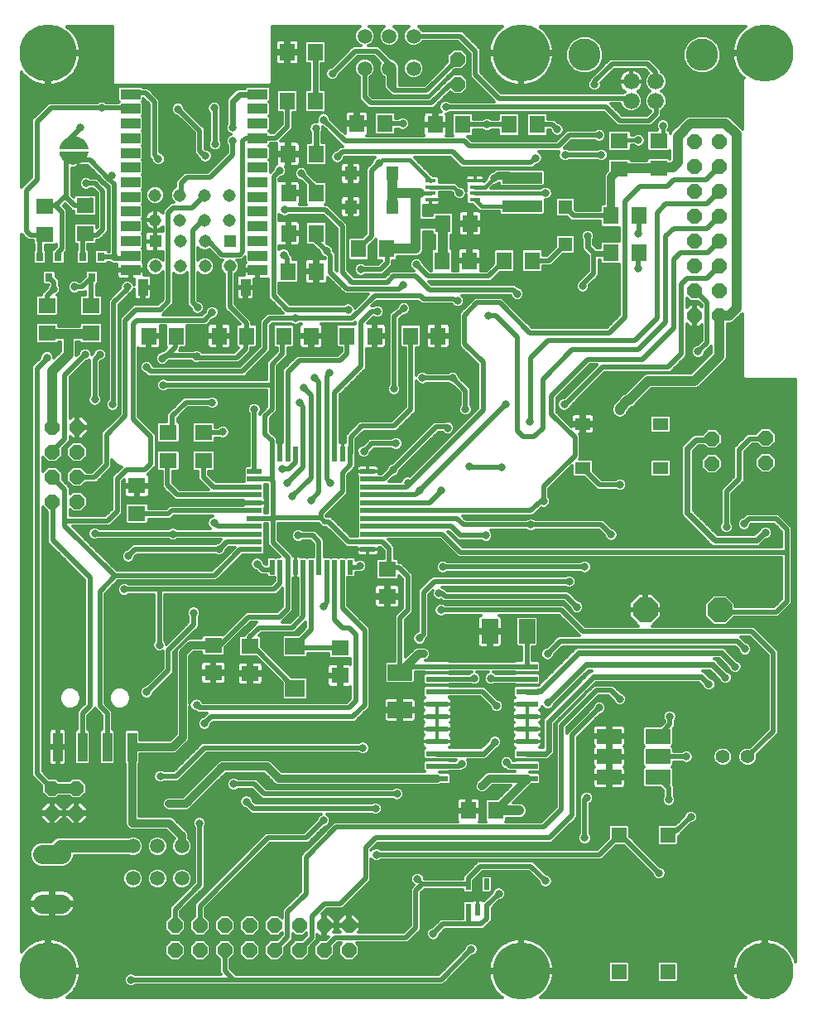
<source format=gtl>
G75*
%MOIN*%
%OFA0B0*%
%FSLAX24Y24*%
%IPPOS*%
%LPD*%
%AMOC8*
5,1,8,0,0,1.08239X$1,22.5*
%
%ADD10R,0.0217X0.0472*%
%ADD11R,0.0610X0.0512*%
%ADD12OC8,0.0600*%
%ADD13R,0.0709X0.0630*%
%ADD14R,0.0800X0.0700*%
%ADD15R,0.0710X0.0630*%
%ADD16R,0.0630X0.0709*%
%ADD17R,0.0866X0.0236*%
%ADD18R,0.0630X0.0710*%
%ADD19R,0.0610X0.0630*%
%ADD20R,0.0669X0.0984*%
%ADD21R,0.0984X0.0669*%
%ADD22OC8,0.1000*%
%ADD23C,0.0660*%
%ADD24C,0.1300*%
%ADD25C,0.2300*%
%ADD26C,0.0594*%
%ADD27C,0.0012*%
%ADD28C,0.0000*%
%ADD29C,0.0001*%
%ADD30R,0.1000X0.0591*%
%ADD31C,0.0551*%
%ADD32R,0.0394X0.1181*%
%ADD33C,0.0780*%
%ADD34R,0.0315X0.0354*%
%ADD35R,0.0515X0.0515*%
%ADD36C,0.0515*%
%ADD37R,0.0433X0.0157*%
%ADD38R,0.0500X0.0579*%
%ADD39R,0.1610X0.0450*%
%ADD40R,0.0787X0.0394*%
%ADD41R,0.0394X0.0709*%
%ADD42R,0.0591X0.0197*%
%ADD43R,0.0197X0.0591*%
%ADD44R,0.0551X0.0551*%
%ADD45C,0.0120*%
%ADD46C,0.0197*%
%ADD47C,0.0317*%
%ADD48C,0.0320*%
%ADD49C,0.0400*%
%ADD50C,0.0160*%
%ADD51C,0.0240*%
%ADD52C,0.0500*%
%ADD53C,0.0157*%
D10*
X018717Y004272D03*
X019091Y004272D03*
X019465Y004272D03*
X019465Y005296D03*
X018717Y005296D03*
D11*
X023337Y022036D03*
X023337Y023808D03*
X026467Y023808D03*
X026467Y022036D03*
D12*
X028532Y022206D03*
X028532Y023206D03*
X030698Y023245D03*
X030698Y022245D03*
X028835Y028170D03*
X028835Y029170D03*
X027835Y029170D03*
X027835Y028170D03*
X027835Y030170D03*
X027835Y031170D03*
X027835Y032170D03*
X027835Y033170D03*
X027835Y034170D03*
X027835Y035170D03*
X028835Y035170D03*
X028835Y034170D03*
X028835Y033170D03*
X028835Y032170D03*
X028835Y031170D03*
X028835Y030170D03*
X018296Y037481D03*
X018296Y038481D03*
X002969Y023678D03*
X001969Y023678D03*
X001969Y022678D03*
X001969Y021678D03*
X001969Y020678D03*
X002969Y020678D03*
X002969Y021678D03*
X002969Y022678D03*
X002942Y009150D03*
X002942Y008150D03*
X001957Y008150D03*
X001957Y009150D03*
X006922Y003639D03*
X006922Y002639D03*
X007922Y002639D03*
X007922Y003639D03*
X008922Y003639D03*
X008922Y002639D03*
X009922Y002639D03*
X009922Y003639D03*
X010922Y003639D03*
X010922Y002639D03*
X011922Y002639D03*
X011922Y003639D03*
X012922Y003639D03*
X012922Y002639D03*
X013922Y002639D03*
X013922Y003639D03*
D13*
X013560Y013690D03*
X013560Y014792D03*
X015461Y016879D03*
X015461Y017981D03*
X009938Y014867D03*
X009938Y013765D03*
X008454Y013808D03*
X008454Y014910D03*
X005383Y020217D03*
X005383Y021320D03*
D14*
X011749Y014882D03*
X011749Y013182D03*
D15*
X008060Y022343D03*
X008060Y023462D03*
X006643Y023462D03*
X006643Y022343D03*
X003532Y027461D03*
X003532Y028580D03*
X001761Y028580D03*
X001761Y027461D03*
X001682Y031437D03*
X001682Y032557D03*
X003296Y032596D03*
X003296Y031476D03*
X024812Y034079D03*
X024812Y035198D03*
X026387Y035206D03*
X026387Y034087D03*
D16*
X018800Y031872D03*
X017698Y031872D03*
X017666Y030383D03*
X018769Y030383D03*
X017509Y027351D03*
X016406Y027351D03*
X014950Y027351D03*
X013847Y027351D03*
X012391Y027351D03*
X011288Y027351D03*
X009792Y027351D03*
X008690Y027351D03*
X006957Y027351D03*
X005855Y027351D03*
X011485Y031485D03*
X012587Y031485D03*
X012587Y033099D03*
X011485Y033099D03*
X017391Y035855D03*
X018493Y035855D03*
X018729Y008257D03*
X019831Y008257D03*
D17*
X021091Y009550D03*
X021091Y010050D03*
X021091Y010550D03*
X021091Y011050D03*
X021091Y011550D03*
X021091Y012050D03*
X021091Y012550D03*
X021091Y013050D03*
X021091Y013550D03*
X021091Y014050D03*
X017469Y014050D03*
X017469Y013550D03*
X017469Y013050D03*
X017469Y012550D03*
X017469Y012050D03*
X017469Y011550D03*
X017469Y011050D03*
X017469Y010550D03*
X017469Y010050D03*
X017469Y009550D03*
D18*
X012596Y029950D03*
X011476Y029950D03*
X014311Y030855D03*
X015431Y030855D03*
X012596Y034674D03*
X011476Y034674D03*
X011437Y036800D03*
X012557Y036800D03*
X014232Y035894D03*
X015352Y035894D03*
X012557Y038769D03*
X011437Y038769D03*
X020374Y035855D03*
X021494Y035855D03*
X024469Y032194D03*
X025588Y032194D03*
X025588Y030698D03*
X024469Y030698D03*
X021297Y030383D03*
X020177Y030383D03*
D19*
X024792Y007263D03*
X026761Y007263D03*
X026761Y001770D03*
X024792Y001770D03*
D20*
X021091Y015461D03*
X019595Y015461D03*
D21*
X015973Y013808D03*
X015973Y012312D03*
D22*
X025851Y016328D03*
X028851Y016328D03*
D23*
X026269Y036807D03*
X026269Y037587D03*
X025284Y037587D03*
X025284Y036807D03*
D24*
X023406Y038657D03*
X028146Y038657D03*
D25*
X001800Y001800D03*
X020855Y001800D03*
X030658Y001800D03*
X030658Y038729D03*
X020855Y038729D03*
X001800Y038729D03*
D26*
X014556Y038119D03*
X015540Y038119D03*
X016524Y038119D03*
X016524Y039418D03*
X015540Y039419D03*
X014556Y039418D03*
X007194Y006820D03*
X006209Y006820D03*
X005225Y006820D03*
X005225Y005520D03*
X006209Y005520D03*
X007194Y005520D03*
D27*
X002878Y034307D02*
X002770Y034307D01*
X002770Y034355D01*
X002878Y034355D01*
X002878Y034307D01*
X002878Y034318D02*
X002770Y034318D01*
X002770Y034329D02*
X002878Y034329D01*
X002878Y034340D02*
X002770Y034340D01*
X002770Y034351D02*
X002878Y034351D01*
X002878Y035355D02*
X002770Y035355D01*
X002878Y035355D02*
X002878Y035307D01*
X002770Y035307D01*
X002770Y035355D01*
X002770Y035318D02*
X002878Y035318D01*
X002878Y035329D02*
X002770Y035329D01*
X002770Y035340D02*
X002878Y035340D01*
X002878Y035351D02*
X002770Y035351D01*
D28*
X002734Y035371D02*
X002824Y035375D01*
X002914Y035371D01*
X003002Y035352D01*
X003086Y035319D01*
X003163Y035272D01*
X003231Y035214D01*
X003289Y035145D01*
X003335Y035067D01*
X003368Y034983D01*
X003386Y034895D01*
X002261Y034895D01*
X002279Y034983D01*
X002312Y035067D01*
X002358Y035145D01*
X002416Y035214D01*
X002484Y035272D01*
X002562Y035319D01*
X002645Y035352D01*
X002734Y035371D01*
X002261Y034768D02*
X003386Y034768D01*
X003368Y034680D01*
X003335Y034596D01*
X003289Y034518D01*
X003231Y034449D01*
X003163Y034391D01*
X003086Y034344D01*
X003002Y034311D01*
X002914Y034292D01*
X002824Y034288D01*
X002734Y034292D01*
X002645Y034311D01*
X002562Y034344D01*
X002484Y034391D01*
X002416Y034449D01*
X002358Y034518D01*
X002312Y034596D01*
X002279Y034680D01*
X002261Y034768D01*
D29*
X003386Y034768D01*
X003386Y034767D02*
X002261Y034767D01*
X002262Y034766D02*
X003386Y034766D01*
X003385Y034765D02*
X002262Y034765D01*
X002262Y034764D02*
X003385Y034764D01*
X003385Y034763D02*
X002262Y034763D01*
X002262Y034762D02*
X003385Y034762D01*
X003385Y034761D02*
X002263Y034761D01*
X002263Y034760D02*
X003384Y034760D01*
X003384Y034759D02*
X002263Y034759D01*
X002263Y034758D02*
X003384Y034758D01*
X003384Y034757D02*
X002263Y034757D01*
X002264Y034756D02*
X003384Y034756D01*
X003383Y034755D02*
X002264Y034755D01*
X002264Y034754D02*
X003383Y034754D01*
X003383Y034753D02*
X002264Y034753D01*
X002264Y034752D02*
X003383Y034752D01*
X003383Y034751D02*
X002265Y034751D01*
X002265Y034750D02*
X003382Y034750D01*
X003382Y034749D02*
X002265Y034749D01*
X002265Y034748D02*
X003382Y034748D01*
X003382Y034747D02*
X002266Y034747D01*
X002266Y034746D02*
X003382Y034746D01*
X003381Y034745D02*
X002266Y034745D01*
X002266Y034744D02*
X003381Y034744D01*
X003381Y034743D02*
X002266Y034743D01*
X002267Y034742D02*
X003381Y034742D01*
X003380Y034741D02*
X002267Y034741D01*
X002267Y034740D02*
X003380Y034740D01*
X003380Y034739D02*
X002267Y034739D01*
X002267Y034738D02*
X003380Y034738D01*
X003380Y034737D02*
X002268Y034737D01*
X002268Y034736D02*
X003379Y034736D01*
X003379Y034735D02*
X002268Y034735D01*
X002268Y034734D02*
X003379Y034734D01*
X003379Y034733D02*
X002268Y034733D01*
X002269Y034732D02*
X003379Y034732D01*
X003378Y034731D02*
X002269Y034731D01*
X002269Y034730D02*
X003378Y034730D01*
X003378Y034729D02*
X002269Y034729D01*
X002269Y034728D02*
X003378Y034728D01*
X003378Y034727D02*
X002270Y034727D01*
X002270Y034726D02*
X003377Y034726D01*
X003377Y034725D02*
X002270Y034725D01*
X002270Y034724D02*
X003377Y034724D01*
X003377Y034723D02*
X002270Y034723D01*
X002271Y034722D02*
X003377Y034722D01*
X003376Y034721D02*
X002271Y034721D01*
X002271Y034720D02*
X003376Y034720D01*
X003376Y034719D02*
X002271Y034719D01*
X002272Y034718D02*
X003376Y034718D01*
X003375Y034717D02*
X002272Y034717D01*
X002272Y034716D02*
X003375Y034716D01*
X003375Y034715D02*
X002272Y034715D01*
X002272Y034714D02*
X003375Y034714D01*
X003375Y034713D02*
X002273Y034713D01*
X002273Y034712D02*
X003374Y034712D01*
X003374Y034711D02*
X002273Y034711D01*
X002273Y034710D02*
X003374Y034710D01*
X003374Y034709D02*
X002273Y034709D01*
X002274Y034708D02*
X003374Y034708D01*
X003373Y034707D02*
X002274Y034707D01*
X002274Y034706D02*
X003373Y034706D01*
X003373Y034705D02*
X002274Y034705D01*
X002274Y034704D02*
X003373Y034704D01*
X003373Y034703D02*
X002275Y034703D01*
X002275Y034702D02*
X003372Y034702D01*
X003372Y034701D02*
X002275Y034701D01*
X002275Y034700D02*
X003372Y034700D01*
X003372Y034699D02*
X002275Y034699D01*
X002276Y034698D02*
X003372Y034698D01*
X003371Y034697D02*
X002276Y034697D01*
X002276Y034696D02*
X003371Y034696D01*
X003371Y034695D02*
X002276Y034695D01*
X002277Y034694D02*
X003371Y034694D01*
X003371Y034693D02*
X002277Y034693D01*
X002277Y034692D02*
X003370Y034692D01*
X003370Y034691D02*
X002277Y034691D01*
X002277Y034690D02*
X003370Y034690D01*
X003370Y034689D02*
X002278Y034689D01*
X002278Y034688D02*
X003369Y034688D01*
X003369Y034687D02*
X002278Y034687D01*
X002278Y034686D02*
X003369Y034686D01*
X003369Y034685D02*
X002278Y034685D01*
X002279Y034684D02*
X003369Y034684D01*
X003368Y034683D02*
X002279Y034683D01*
X002279Y034682D02*
X003368Y034682D01*
X003368Y034681D02*
X002279Y034681D01*
X002279Y034680D02*
X003368Y034680D01*
X003367Y034679D02*
X002280Y034679D01*
X002280Y034678D02*
X003367Y034678D01*
X003367Y034677D02*
X002281Y034677D01*
X002281Y034676D02*
X003366Y034676D01*
X003366Y034675D02*
X002281Y034675D01*
X002282Y034674D02*
X003366Y034674D01*
X003365Y034673D02*
X002282Y034673D01*
X002282Y034672D02*
X003365Y034672D01*
X003364Y034671D02*
X002283Y034671D01*
X002283Y034670D02*
X003364Y034670D01*
X003364Y034669D02*
X002284Y034669D01*
X002284Y034668D02*
X003363Y034668D01*
X003363Y034667D02*
X002284Y034667D01*
X002285Y034666D02*
X003362Y034666D01*
X003362Y034665D02*
X002285Y034665D01*
X002286Y034664D02*
X003362Y034664D01*
X003361Y034663D02*
X002286Y034663D01*
X002286Y034662D02*
X003361Y034662D01*
X003360Y034661D02*
X002287Y034661D01*
X002287Y034660D02*
X003360Y034660D01*
X003360Y034659D02*
X002288Y034659D01*
X002288Y034658D02*
X003359Y034658D01*
X003359Y034657D02*
X002288Y034657D01*
X002289Y034656D02*
X003359Y034656D01*
X003358Y034655D02*
X002289Y034655D01*
X002289Y034654D02*
X003358Y034654D01*
X003357Y034653D02*
X002290Y034653D01*
X002290Y034652D02*
X003357Y034652D01*
X003357Y034651D02*
X002291Y034651D01*
X002291Y034650D02*
X003356Y034650D01*
X003356Y034649D02*
X002291Y034649D01*
X002292Y034648D02*
X003355Y034648D01*
X003355Y034647D02*
X002292Y034647D01*
X002293Y034646D02*
X003355Y034646D01*
X003354Y034645D02*
X002293Y034645D01*
X002293Y034644D02*
X003354Y034644D01*
X003354Y034643D02*
X002294Y034643D01*
X002294Y034642D02*
X003353Y034642D01*
X003353Y034641D02*
X002294Y034641D01*
X002295Y034640D02*
X003352Y034640D01*
X003352Y034639D02*
X002295Y034639D01*
X002296Y034638D02*
X003352Y034638D01*
X003351Y034637D02*
X002296Y034637D01*
X002296Y034636D02*
X003351Y034636D01*
X003350Y034635D02*
X002297Y034635D01*
X002297Y034634D02*
X003350Y034634D01*
X003350Y034633D02*
X002298Y034633D01*
X002298Y034632D02*
X003349Y034632D01*
X003349Y034631D02*
X002298Y034631D01*
X002299Y034630D02*
X003349Y034630D01*
X003348Y034629D02*
X002299Y034629D01*
X002300Y034628D02*
X003348Y034628D01*
X003347Y034627D02*
X002300Y034627D01*
X002300Y034626D02*
X003347Y034626D01*
X003347Y034625D02*
X002301Y034625D01*
X002301Y034624D02*
X003346Y034624D01*
X003346Y034623D02*
X002301Y034623D01*
X002302Y034622D02*
X003345Y034622D01*
X003345Y034621D02*
X002302Y034621D01*
X002303Y034620D02*
X003345Y034620D01*
X003344Y034619D02*
X002303Y034619D01*
X002303Y034618D02*
X003344Y034618D01*
X003343Y034617D02*
X002304Y034617D01*
X002304Y034616D02*
X003343Y034616D01*
X003343Y034615D02*
X002305Y034615D01*
X002305Y034614D02*
X003342Y034614D01*
X003342Y034613D02*
X002305Y034613D01*
X002306Y034612D02*
X003342Y034612D01*
X003341Y034611D02*
X002306Y034611D01*
X002306Y034610D02*
X003341Y034610D01*
X003340Y034609D02*
X002307Y034609D01*
X002307Y034608D02*
X003340Y034608D01*
X003340Y034607D02*
X002308Y034607D01*
X002308Y034606D02*
X003339Y034606D01*
X003339Y034605D02*
X002308Y034605D01*
X002309Y034604D02*
X003338Y034604D01*
X003338Y034603D02*
X002309Y034603D01*
X002310Y034602D02*
X003338Y034602D01*
X003337Y034601D02*
X002310Y034601D01*
X002310Y034600D02*
X003337Y034600D01*
X003337Y034599D02*
X002311Y034599D01*
X002311Y034598D02*
X003336Y034598D01*
X003336Y034597D02*
X002312Y034597D01*
X002312Y034596D02*
X003335Y034596D01*
X003335Y034595D02*
X002312Y034595D01*
X002313Y034594D02*
X003334Y034594D01*
X003334Y034593D02*
X002314Y034593D01*
X002314Y034592D02*
X003333Y034592D01*
X003332Y034591D02*
X002315Y034591D01*
X002315Y034590D02*
X003332Y034590D01*
X003331Y034589D02*
X002316Y034589D01*
X002317Y034588D02*
X003331Y034588D01*
X003330Y034587D02*
X002317Y034587D01*
X002318Y034586D02*
X003329Y034586D01*
X003329Y034585D02*
X002318Y034585D01*
X002319Y034584D02*
X003328Y034584D01*
X003328Y034583D02*
X002320Y034583D01*
X002320Y034582D02*
X003327Y034582D01*
X003327Y034581D02*
X002321Y034581D01*
X002321Y034580D02*
X003326Y034580D01*
X003325Y034579D02*
X002322Y034579D01*
X002322Y034578D02*
X003325Y034578D01*
X003324Y034577D02*
X002323Y034577D01*
X002324Y034576D02*
X003324Y034576D01*
X003323Y034575D02*
X002324Y034575D01*
X002325Y034574D02*
X003322Y034574D01*
X003322Y034573D02*
X002325Y034573D01*
X002326Y034572D02*
X003321Y034572D01*
X003321Y034571D02*
X002327Y034571D01*
X002327Y034570D02*
X003320Y034570D01*
X003319Y034569D02*
X002328Y034569D01*
X002328Y034568D02*
X003319Y034568D01*
X003318Y034567D02*
X002329Y034567D01*
X002330Y034566D02*
X003318Y034566D01*
X003317Y034565D02*
X002330Y034565D01*
X002331Y034564D02*
X003316Y034564D01*
X003316Y034563D02*
X002331Y034563D01*
X002332Y034562D02*
X003315Y034562D01*
X003315Y034561D02*
X002333Y034561D01*
X002333Y034560D02*
X003314Y034560D01*
X003314Y034559D02*
X002334Y034559D01*
X002334Y034558D02*
X003313Y034558D01*
X003312Y034557D02*
X002335Y034557D01*
X002335Y034556D02*
X003312Y034556D01*
X003311Y034555D02*
X002336Y034555D01*
X002337Y034554D02*
X003311Y034554D01*
X003310Y034553D02*
X002337Y034553D01*
X002338Y034552D02*
X003309Y034552D01*
X003309Y034551D02*
X002338Y034551D01*
X002339Y034550D02*
X003308Y034550D01*
X003308Y034549D02*
X002340Y034549D01*
X002340Y034548D02*
X003307Y034548D01*
X003306Y034547D02*
X002341Y034547D01*
X002341Y034546D02*
X003306Y034546D01*
X003305Y034545D02*
X002342Y034545D01*
X002343Y034544D02*
X003305Y034544D01*
X003304Y034543D02*
X002343Y034543D01*
X002344Y034542D02*
X003303Y034542D01*
X003303Y034541D02*
X002344Y034541D01*
X002345Y034540D02*
X003302Y034540D01*
X003302Y034539D02*
X002346Y034539D01*
X002346Y034538D02*
X003301Y034538D01*
X003301Y034537D02*
X002347Y034537D01*
X002347Y034536D02*
X003300Y034536D01*
X003299Y034535D02*
X002348Y034535D01*
X002349Y034534D02*
X003299Y034534D01*
X003298Y034533D02*
X002349Y034533D01*
X002350Y034532D02*
X003298Y034532D01*
X003297Y034531D02*
X002350Y034531D01*
X002351Y034530D02*
X003296Y034530D01*
X003296Y034529D02*
X002351Y034529D01*
X002352Y034528D02*
X003295Y034528D01*
X003295Y034527D02*
X002353Y034527D01*
X002353Y034526D02*
X003294Y034526D01*
X003293Y034525D02*
X002354Y034525D01*
X002354Y034524D02*
X003293Y034524D01*
X003292Y034523D02*
X002355Y034523D01*
X002356Y034522D02*
X003292Y034522D01*
X003291Y034521D02*
X002356Y034521D01*
X002357Y034520D02*
X003290Y034520D01*
X003290Y034519D02*
X002357Y034519D01*
X002358Y034518D02*
X003289Y034518D01*
X003288Y034517D02*
X002359Y034517D01*
X002360Y034516D02*
X003288Y034516D01*
X003287Y034515D02*
X002361Y034515D01*
X002361Y034514D02*
X003286Y034514D01*
X003285Y034513D02*
X002362Y034513D01*
X002363Y034512D02*
X003284Y034512D01*
X003283Y034511D02*
X002364Y034511D01*
X002365Y034510D02*
X003283Y034510D01*
X003282Y034509D02*
X002366Y034509D01*
X002366Y034508D02*
X003281Y034508D01*
X003280Y034507D02*
X002367Y034507D01*
X002368Y034506D02*
X003279Y034506D01*
X003278Y034505D02*
X002369Y034505D01*
X002370Y034504D02*
X003277Y034504D01*
X003277Y034503D02*
X002371Y034503D01*
X002371Y034502D02*
X003276Y034502D01*
X003275Y034501D02*
X002372Y034501D01*
X002373Y034500D02*
X003274Y034500D01*
X003273Y034499D02*
X002374Y034499D01*
X002375Y034498D02*
X003272Y034498D01*
X003272Y034497D02*
X002376Y034497D01*
X002376Y034496D02*
X003271Y034496D01*
X003270Y034495D02*
X002377Y034495D01*
X002378Y034494D02*
X003269Y034494D01*
X003268Y034493D02*
X002379Y034493D01*
X002380Y034492D02*
X003267Y034492D01*
X003267Y034491D02*
X002381Y034491D01*
X002382Y034490D02*
X003266Y034490D01*
X003265Y034489D02*
X002382Y034489D01*
X002383Y034488D02*
X003264Y034488D01*
X003263Y034487D02*
X002384Y034487D01*
X002385Y034486D02*
X003262Y034486D01*
X003262Y034485D02*
X002386Y034485D01*
X002387Y034484D02*
X003261Y034484D01*
X003260Y034483D02*
X002387Y034483D01*
X002388Y034482D02*
X003259Y034482D01*
X003258Y034481D02*
X002389Y034481D01*
X002390Y034480D02*
X003257Y034480D01*
X003256Y034479D02*
X002391Y034479D01*
X002392Y034478D02*
X003256Y034478D01*
X003255Y034477D02*
X002392Y034477D01*
X002393Y034476D02*
X003254Y034476D01*
X003253Y034475D02*
X002394Y034475D01*
X002395Y034474D02*
X003252Y034474D01*
X003251Y034473D02*
X002396Y034473D01*
X002397Y034472D02*
X003251Y034472D01*
X003250Y034471D02*
X002397Y034471D01*
X002398Y034470D02*
X003249Y034470D01*
X003248Y034469D02*
X002399Y034469D01*
X002400Y034468D02*
X003247Y034468D01*
X003246Y034467D02*
X002401Y034467D01*
X002402Y034466D02*
X003246Y034466D01*
X003245Y034465D02*
X002403Y034465D01*
X002403Y034464D02*
X003244Y034464D01*
X003243Y034463D02*
X002404Y034463D01*
X002405Y034462D02*
X003242Y034462D01*
X003241Y034461D02*
X002406Y034461D01*
X002407Y034460D02*
X003241Y034460D01*
X003240Y034459D02*
X002408Y034459D01*
X002408Y034458D02*
X003239Y034458D01*
X003238Y034457D02*
X002409Y034457D01*
X002410Y034456D02*
X003237Y034456D01*
X003236Y034455D02*
X002411Y034455D01*
X002412Y034454D02*
X003235Y034454D01*
X003235Y034453D02*
X002413Y034453D01*
X002413Y034452D02*
X003234Y034452D01*
X003233Y034451D02*
X002414Y034451D01*
X002415Y034450D02*
X003232Y034450D01*
X003231Y034449D02*
X002416Y034449D01*
X002417Y034448D02*
X003230Y034448D01*
X003229Y034447D02*
X002418Y034447D01*
X002419Y034446D02*
X003228Y034446D01*
X003227Y034445D02*
X002421Y034445D01*
X002422Y034444D02*
X003225Y034444D01*
X003224Y034443D02*
X002423Y034443D01*
X002424Y034442D02*
X003223Y034442D01*
X003222Y034441D02*
X002425Y034441D01*
X002427Y034440D02*
X003221Y034440D01*
X003220Y034439D02*
X002428Y034439D01*
X002429Y034438D02*
X003218Y034438D01*
X003217Y034437D02*
X002430Y034437D01*
X002431Y034436D02*
X003216Y034436D01*
X003215Y034435D02*
X002432Y034435D01*
X002434Y034434D02*
X003214Y034434D01*
X003213Y034433D02*
X002435Y034433D01*
X002436Y034432D02*
X003211Y034432D01*
X003210Y034431D02*
X002437Y034431D01*
X002438Y034430D02*
X003209Y034430D01*
X003208Y034429D02*
X002439Y034429D01*
X002441Y034428D02*
X003207Y034428D01*
X003206Y034427D02*
X002442Y034427D01*
X002443Y034426D02*
X003204Y034426D01*
X003203Y034425D02*
X002444Y034425D01*
X002445Y034424D02*
X003202Y034424D01*
X003201Y034423D02*
X002446Y034423D01*
X002448Y034422D02*
X003200Y034422D01*
X003199Y034421D02*
X002449Y034421D01*
X002450Y034420D02*
X003197Y034420D01*
X003196Y034419D02*
X002451Y034419D01*
X002452Y034418D02*
X003195Y034418D01*
X003194Y034417D02*
X002453Y034417D01*
X002455Y034416D02*
X003193Y034416D01*
X003191Y034415D02*
X002456Y034415D01*
X002457Y034414D02*
X003190Y034414D01*
X003189Y034413D02*
X002458Y034413D01*
X002459Y034412D02*
X003188Y034412D01*
X003187Y034411D02*
X002460Y034411D01*
X002462Y034410D02*
X003186Y034410D01*
X003184Y034409D02*
X002463Y034409D01*
X002464Y034408D02*
X003183Y034408D01*
X003182Y034407D02*
X002465Y034407D01*
X002466Y034406D02*
X003181Y034406D01*
X003180Y034405D02*
X002467Y034405D01*
X002469Y034404D02*
X003179Y034404D01*
X003177Y034403D02*
X002470Y034403D01*
X002471Y034402D02*
X003176Y034402D01*
X003175Y034401D02*
X002472Y034401D01*
X002473Y034400D02*
X003174Y034400D01*
X003173Y034399D02*
X002474Y034399D01*
X002476Y034398D02*
X003172Y034398D01*
X003170Y034397D02*
X002477Y034397D01*
X002478Y034396D02*
X003169Y034396D01*
X003168Y034395D02*
X002479Y034395D01*
X002480Y034394D02*
X003167Y034394D01*
X003166Y034393D02*
X002481Y034393D01*
X002483Y034392D02*
X003165Y034392D01*
X003163Y034391D02*
X002484Y034391D01*
X002485Y034390D02*
X003162Y034390D01*
X003160Y034389D02*
X002487Y034389D01*
X002489Y034388D02*
X003159Y034388D01*
X003157Y034387D02*
X002490Y034387D01*
X002492Y034386D02*
X003155Y034386D01*
X003154Y034385D02*
X002494Y034385D01*
X002495Y034384D02*
X003152Y034384D01*
X003150Y034383D02*
X002497Y034383D01*
X002499Y034382D02*
X003149Y034382D01*
X003147Y034381D02*
X002500Y034381D01*
X002502Y034380D02*
X003145Y034380D01*
X003144Y034379D02*
X002503Y034379D01*
X002505Y034378D02*
X003142Y034378D01*
X003140Y034377D02*
X002507Y034377D01*
X002508Y034376D02*
X003139Y034376D01*
X003137Y034375D02*
X002510Y034375D01*
X002512Y034374D02*
X003135Y034374D01*
X003134Y034373D02*
X002513Y034373D01*
X002515Y034372D02*
X003132Y034372D01*
X003130Y034371D02*
X002517Y034371D01*
X002518Y034370D02*
X003129Y034370D01*
X003127Y034369D02*
X002520Y034369D01*
X002522Y034368D02*
X003126Y034368D01*
X003124Y034367D02*
X002523Y034367D01*
X002525Y034366D02*
X003122Y034366D01*
X003121Y034365D02*
X002527Y034365D01*
X002528Y034364D02*
X003119Y034364D01*
X003117Y034363D02*
X002530Y034363D01*
X002532Y034362D02*
X003116Y034362D01*
X003114Y034361D02*
X002533Y034361D01*
X002535Y034360D02*
X003112Y034360D01*
X003111Y034359D02*
X002537Y034359D01*
X002538Y034358D02*
X003109Y034358D01*
X003107Y034357D02*
X002540Y034357D01*
X002542Y034356D02*
X003106Y034356D01*
X003104Y034355D02*
X002543Y034355D01*
X002545Y034354D02*
X003102Y034354D01*
X003101Y034353D02*
X002547Y034353D01*
X002548Y034352D02*
X003099Y034352D01*
X003097Y034351D02*
X002550Y034351D01*
X002552Y034350D02*
X003096Y034350D01*
X003094Y034349D02*
X002553Y034349D01*
X002555Y034348D02*
X003092Y034348D01*
X003091Y034347D02*
X002557Y034347D01*
X002558Y034346D02*
X003089Y034346D01*
X003087Y034345D02*
X002560Y034345D01*
X002562Y034344D02*
X003086Y034344D01*
X003083Y034343D02*
X002564Y034343D01*
X002567Y034342D02*
X003081Y034342D01*
X003078Y034341D02*
X002569Y034341D01*
X002572Y034340D02*
X003076Y034340D01*
X003073Y034339D02*
X002574Y034339D01*
X002577Y034338D02*
X003071Y034338D01*
X003068Y034337D02*
X002579Y034337D01*
X002582Y034336D02*
X003066Y034336D01*
X003063Y034335D02*
X002584Y034335D01*
X002587Y034334D02*
X003061Y034334D01*
X003058Y034333D02*
X002589Y034333D01*
X002592Y034332D02*
X003055Y034332D01*
X003053Y034331D02*
X002594Y034331D01*
X002597Y034330D02*
X003050Y034330D01*
X003048Y034329D02*
X002599Y034329D01*
X002602Y034328D02*
X003045Y034328D01*
X003043Y034327D02*
X002604Y034327D01*
X002607Y034326D02*
X003040Y034326D01*
X003038Y034325D02*
X002609Y034325D01*
X002612Y034324D02*
X003035Y034324D01*
X003033Y034323D02*
X002614Y034323D01*
X002617Y034322D02*
X003030Y034322D01*
X003028Y034321D02*
X002620Y034321D01*
X002622Y034320D02*
X003025Y034320D01*
X003023Y034319D02*
X002625Y034319D01*
X002627Y034318D02*
X003020Y034318D01*
X003018Y034317D02*
X002630Y034317D01*
X002632Y034316D02*
X003015Y034316D01*
X003013Y034315D02*
X002635Y034315D01*
X002637Y034314D02*
X003010Y034314D01*
X003008Y034313D02*
X002640Y034313D01*
X002642Y034312D02*
X003005Y034312D01*
X003002Y034311D02*
X002645Y034311D01*
X002649Y034310D02*
X002998Y034310D01*
X002994Y034309D02*
X002653Y034309D01*
X002658Y034308D02*
X002989Y034308D01*
X002985Y034307D02*
X002663Y034307D01*
X002667Y034306D02*
X002980Y034306D01*
X002975Y034305D02*
X002672Y034305D01*
X002677Y034304D02*
X002971Y034304D01*
X002966Y034303D02*
X002681Y034303D01*
X002686Y034302D02*
X002961Y034302D01*
X002957Y034301D02*
X002690Y034301D01*
X002695Y034300D02*
X002952Y034300D01*
X002947Y034299D02*
X002700Y034299D01*
X002704Y034298D02*
X002943Y034298D01*
X002938Y034297D02*
X002709Y034297D01*
X002714Y034296D02*
X002934Y034296D01*
X002929Y034295D02*
X002718Y034295D01*
X002723Y034294D02*
X002924Y034294D01*
X002920Y034293D02*
X002728Y034293D01*
X002732Y034292D02*
X002915Y034292D01*
X002899Y034291D02*
X002748Y034291D01*
X002769Y034290D02*
X002878Y034290D01*
X002857Y034289D02*
X002791Y034289D01*
X002812Y034288D02*
X002836Y034288D01*
X003386Y034896D02*
X002261Y034896D01*
X002261Y034897D02*
X003386Y034897D01*
X003386Y034898D02*
X002262Y034898D01*
X002262Y034899D02*
X003385Y034899D01*
X003385Y034900D02*
X002262Y034900D01*
X002262Y034901D02*
X003385Y034901D01*
X003385Y034902D02*
X002263Y034902D01*
X002263Y034903D02*
X003385Y034903D01*
X003384Y034904D02*
X002263Y034904D01*
X002263Y034905D02*
X003384Y034905D01*
X003384Y034906D02*
X002263Y034906D01*
X002264Y034907D02*
X003384Y034907D01*
X003383Y034908D02*
X002264Y034908D01*
X002264Y034909D02*
X003383Y034909D01*
X003383Y034910D02*
X002264Y034910D01*
X002264Y034911D02*
X003383Y034911D01*
X003383Y034912D02*
X002265Y034912D01*
X002265Y034913D02*
X003382Y034913D01*
X003382Y034914D02*
X002265Y034914D01*
X002265Y034915D02*
X003382Y034915D01*
X003382Y034916D02*
X002265Y034916D01*
X002266Y034917D02*
X003382Y034917D01*
X003381Y034918D02*
X002266Y034918D01*
X002266Y034919D02*
X003381Y034919D01*
X003381Y034920D02*
X002266Y034920D01*
X002266Y034921D02*
X003381Y034921D01*
X003381Y034922D02*
X002267Y034922D01*
X002267Y034923D02*
X003380Y034923D01*
X003380Y034924D02*
X002267Y034924D01*
X002267Y034925D02*
X003380Y034925D01*
X003380Y034926D02*
X002268Y034926D01*
X002268Y034927D02*
X003380Y034927D01*
X003379Y034928D02*
X002268Y034928D01*
X002268Y034929D02*
X003379Y034929D01*
X003379Y034930D02*
X002268Y034930D01*
X002269Y034931D02*
X003379Y034931D01*
X003378Y034932D02*
X002269Y034932D01*
X002269Y034933D02*
X003378Y034933D01*
X003378Y034934D02*
X002269Y034934D01*
X002269Y034935D02*
X003378Y034935D01*
X003378Y034936D02*
X002270Y034936D01*
X002270Y034937D02*
X003377Y034937D01*
X003377Y034938D02*
X002270Y034938D01*
X002270Y034939D02*
X003377Y034939D01*
X003377Y034940D02*
X002270Y034940D01*
X002271Y034941D02*
X003377Y034941D01*
X003376Y034942D02*
X002271Y034942D01*
X002271Y034943D02*
X003376Y034943D01*
X003376Y034944D02*
X002271Y034944D01*
X002271Y034945D02*
X003376Y034945D01*
X003376Y034946D02*
X002272Y034946D01*
X002272Y034947D02*
X003375Y034947D01*
X003375Y034948D02*
X002272Y034948D01*
X002272Y034949D02*
X003375Y034949D01*
X003375Y034950D02*
X002272Y034950D01*
X002273Y034951D02*
X003375Y034951D01*
X003374Y034952D02*
X002273Y034952D01*
X002273Y034953D02*
X003374Y034953D01*
X003374Y034954D02*
X002273Y034954D01*
X002274Y034955D02*
X003374Y034955D01*
X003374Y034956D02*
X002274Y034956D01*
X002274Y034957D02*
X003373Y034957D01*
X003373Y034958D02*
X002274Y034958D01*
X002274Y034959D02*
X003373Y034959D01*
X003373Y034960D02*
X002275Y034960D01*
X002275Y034961D02*
X003372Y034961D01*
X003372Y034962D02*
X002275Y034962D01*
X002275Y034963D02*
X003372Y034963D01*
X003372Y034964D02*
X002275Y034964D01*
X002276Y034965D02*
X003372Y034965D01*
X003371Y034966D02*
X002276Y034966D01*
X002276Y034967D02*
X003371Y034967D01*
X003371Y034968D02*
X002276Y034968D01*
X002276Y034969D02*
X003371Y034969D01*
X003371Y034970D02*
X002277Y034970D01*
X002277Y034971D02*
X003370Y034971D01*
X003370Y034972D02*
X002277Y034972D01*
X002277Y034973D02*
X003370Y034973D01*
X003370Y034974D02*
X002277Y034974D01*
X002278Y034975D02*
X003370Y034975D01*
X003369Y034976D02*
X002278Y034976D01*
X002278Y034977D02*
X003369Y034977D01*
X003369Y034978D02*
X002278Y034978D01*
X002278Y034979D02*
X003369Y034979D01*
X003369Y034980D02*
X002279Y034980D01*
X002279Y034981D02*
X003368Y034981D01*
X003368Y034982D02*
X002279Y034982D01*
X002279Y034983D02*
X003368Y034983D01*
X003368Y034984D02*
X002280Y034984D01*
X002280Y034985D02*
X003367Y034985D01*
X003367Y034986D02*
X002280Y034986D01*
X002281Y034987D02*
X003366Y034987D01*
X003366Y034988D02*
X002281Y034988D01*
X002282Y034989D02*
X003366Y034989D01*
X003365Y034990D02*
X002282Y034990D01*
X002282Y034991D02*
X003365Y034991D01*
X003365Y034992D02*
X002283Y034992D01*
X002283Y034993D02*
X003364Y034993D01*
X003364Y034994D02*
X002283Y034994D01*
X002284Y034995D02*
X003363Y034995D01*
X003363Y034996D02*
X002284Y034996D01*
X002285Y034997D02*
X003363Y034997D01*
X003362Y034998D02*
X002285Y034998D01*
X002285Y034999D02*
X003362Y034999D01*
X003361Y035000D02*
X002286Y035000D01*
X002286Y035001D02*
X003361Y035001D01*
X003361Y035002D02*
X002287Y035002D01*
X002287Y035003D02*
X003360Y035003D01*
X003360Y035004D02*
X002287Y035004D01*
X002288Y035005D02*
X003359Y035005D01*
X003359Y035006D02*
X002288Y035006D01*
X002289Y035007D02*
X003359Y035007D01*
X003358Y035008D02*
X002289Y035008D01*
X002289Y035009D02*
X003358Y035009D01*
X003358Y035010D02*
X002290Y035010D01*
X002290Y035011D02*
X003357Y035011D01*
X003357Y035012D02*
X002290Y035012D01*
X002291Y035013D02*
X003356Y035013D01*
X003356Y035014D02*
X002291Y035014D01*
X002292Y035015D02*
X003356Y035015D01*
X003355Y035016D02*
X002292Y035016D01*
X002292Y035017D02*
X003355Y035017D01*
X003354Y035018D02*
X002293Y035018D01*
X002293Y035019D02*
X003354Y035019D01*
X003354Y035020D02*
X002294Y035020D01*
X002294Y035021D02*
X003353Y035021D01*
X003353Y035022D02*
X002294Y035022D01*
X002295Y035023D02*
X003353Y035023D01*
X003352Y035024D02*
X002295Y035024D01*
X002295Y035025D02*
X003352Y035025D01*
X003351Y035026D02*
X002296Y035026D01*
X002296Y035027D02*
X003351Y035027D01*
X003351Y035028D02*
X002297Y035028D01*
X002297Y035029D02*
X003350Y035029D01*
X003350Y035030D02*
X002297Y035030D01*
X002298Y035031D02*
X003349Y035031D01*
X003349Y035032D02*
X002298Y035032D01*
X002299Y035033D02*
X003349Y035033D01*
X003348Y035034D02*
X002299Y035034D01*
X002299Y035035D02*
X003348Y035035D01*
X003348Y035036D02*
X002300Y035036D01*
X002300Y035037D02*
X003347Y035037D01*
X003347Y035038D02*
X002301Y035038D01*
X002301Y035039D02*
X003346Y035039D01*
X003346Y035040D02*
X002301Y035040D01*
X002302Y035041D02*
X003346Y035041D01*
X003345Y035042D02*
X002302Y035042D01*
X002302Y035043D02*
X003345Y035043D01*
X003344Y035044D02*
X002303Y035044D01*
X002303Y035045D02*
X003344Y035045D01*
X003344Y035046D02*
X002304Y035046D01*
X002304Y035047D02*
X003343Y035047D01*
X003343Y035048D02*
X002304Y035048D01*
X002305Y035049D02*
X003342Y035049D01*
X003342Y035050D02*
X002305Y035050D01*
X002306Y035051D02*
X003342Y035051D01*
X003341Y035052D02*
X002306Y035052D01*
X002306Y035053D02*
X003341Y035053D01*
X003341Y035054D02*
X002307Y035054D01*
X002307Y035055D02*
X003340Y035055D01*
X003340Y035056D02*
X002307Y035056D01*
X002308Y035057D02*
X003339Y035057D01*
X003339Y035058D02*
X002308Y035058D01*
X002309Y035059D02*
X003339Y035059D01*
X003338Y035060D02*
X002309Y035060D01*
X002309Y035061D02*
X003338Y035061D01*
X003337Y035062D02*
X002310Y035062D01*
X002310Y035063D02*
X003337Y035063D01*
X003337Y035064D02*
X002311Y035064D01*
X002311Y035065D02*
X003336Y035065D01*
X003336Y035066D02*
X002311Y035066D01*
X002312Y035067D02*
X003336Y035067D01*
X003335Y035068D02*
X002312Y035068D01*
X002313Y035069D02*
X003334Y035069D01*
X003334Y035070D02*
X002313Y035070D01*
X002314Y035071D02*
X003333Y035071D01*
X003333Y035072D02*
X002315Y035072D01*
X002315Y035073D02*
X003332Y035073D01*
X003332Y035074D02*
X002316Y035074D01*
X002316Y035075D02*
X003331Y035075D01*
X003330Y035076D02*
X002317Y035076D01*
X002318Y035077D02*
X003330Y035077D01*
X003329Y035078D02*
X002318Y035078D01*
X002319Y035079D02*
X003329Y035079D01*
X003328Y035080D02*
X002319Y035080D01*
X002320Y035081D02*
X003327Y035081D01*
X003327Y035082D02*
X002320Y035082D01*
X002321Y035083D02*
X003326Y035083D01*
X003326Y035084D02*
X002322Y035084D01*
X002322Y035085D02*
X003325Y035085D01*
X003324Y035086D02*
X002323Y035086D01*
X002323Y035087D02*
X003324Y035087D01*
X003323Y035088D02*
X002324Y035088D01*
X002325Y035089D02*
X003323Y035089D01*
X003322Y035090D02*
X002325Y035090D01*
X002326Y035091D02*
X003321Y035091D01*
X003321Y035092D02*
X002326Y035092D01*
X002327Y035093D02*
X003320Y035093D01*
X003320Y035094D02*
X002328Y035094D01*
X002328Y035095D02*
X003319Y035095D01*
X003319Y035096D02*
X002329Y035096D01*
X002329Y035097D02*
X003318Y035097D01*
X003317Y035098D02*
X002330Y035098D01*
X002331Y035099D02*
X003317Y035099D01*
X003316Y035100D02*
X002331Y035100D01*
X002332Y035101D02*
X003316Y035101D01*
X003315Y035102D02*
X002332Y035102D01*
X002333Y035103D02*
X003314Y035103D01*
X003314Y035104D02*
X002333Y035104D01*
X002334Y035105D02*
X003313Y035105D01*
X003313Y035106D02*
X002335Y035106D01*
X002335Y035107D02*
X003312Y035107D01*
X003311Y035108D02*
X002336Y035108D01*
X002336Y035109D02*
X003311Y035109D01*
X003310Y035110D02*
X002337Y035110D01*
X002338Y035111D02*
X003310Y035111D01*
X003309Y035112D02*
X002338Y035112D01*
X002339Y035113D02*
X003308Y035113D01*
X003308Y035114D02*
X002339Y035114D01*
X002340Y035115D02*
X003307Y035115D01*
X003307Y035116D02*
X002341Y035116D01*
X002341Y035117D02*
X003306Y035117D01*
X003305Y035118D02*
X002342Y035118D01*
X003305Y035118D01*
X003304Y035119D02*
X002343Y035119D01*
X002344Y035120D02*
X003304Y035120D01*
X003303Y035121D02*
X002344Y035121D01*
X002345Y035122D02*
X003303Y035122D01*
X003302Y035123D02*
X002345Y035123D01*
X002346Y035124D02*
X003301Y035124D01*
X003301Y035125D02*
X002346Y035125D01*
X002347Y035126D02*
X003300Y035126D01*
X003300Y035127D02*
X002348Y035127D01*
X002348Y035128D02*
X003299Y035128D01*
X003298Y035129D02*
X002349Y035129D01*
X002349Y035130D02*
X003298Y035130D01*
X003297Y035131D02*
X002350Y035131D01*
X002351Y035132D02*
X003297Y035132D01*
X003296Y035133D02*
X002351Y035133D01*
X002352Y035134D02*
X003295Y035134D01*
X003295Y035135D02*
X002352Y035135D01*
X002353Y035136D02*
X003294Y035136D01*
X003294Y035137D02*
X002354Y035137D01*
X002354Y035138D02*
X003293Y035138D01*
X003292Y035139D02*
X002355Y035139D01*
X002355Y035140D02*
X003292Y035140D01*
X003291Y035141D02*
X002356Y035141D01*
X002357Y035142D02*
X003291Y035142D01*
X003290Y035143D02*
X002357Y035143D01*
X002358Y035144D02*
X003290Y035144D01*
X003289Y035145D02*
X002358Y035145D01*
X002359Y035146D02*
X003288Y035146D01*
X003287Y035147D02*
X002360Y035147D01*
X002361Y035148D02*
X003286Y035148D01*
X003285Y035149D02*
X002362Y035149D01*
X002363Y035150D02*
X003285Y035150D01*
X003284Y035151D02*
X002364Y035151D01*
X002364Y035152D02*
X003283Y035152D01*
X003282Y035153D02*
X002365Y035153D01*
X002366Y035154D02*
X003281Y035154D01*
X003280Y035155D02*
X002367Y035155D01*
X002368Y035156D02*
X003280Y035156D01*
X003279Y035157D02*
X002369Y035157D01*
X002369Y035158D02*
X003278Y035158D01*
X003277Y035159D02*
X002370Y035159D01*
X002371Y035160D02*
X003276Y035160D01*
X003275Y035161D02*
X002372Y035161D01*
X002373Y035162D02*
X003274Y035162D01*
X003274Y035163D02*
X002374Y035163D01*
X002374Y035164D02*
X003273Y035164D01*
X003272Y035165D02*
X002375Y035165D01*
X002376Y035166D02*
X003271Y035166D01*
X003270Y035167D02*
X002377Y035167D01*
X002378Y035168D02*
X003269Y035168D01*
X003269Y035169D02*
X002379Y035169D01*
X002379Y035170D02*
X003268Y035170D01*
X003267Y035171D02*
X002380Y035171D01*
X002381Y035172D02*
X003266Y035172D01*
X003265Y035173D02*
X002382Y035173D01*
X002383Y035174D02*
X003264Y035174D01*
X003264Y035175D02*
X002384Y035175D01*
X002385Y035176D02*
X003263Y035176D01*
X003262Y035177D02*
X002385Y035177D01*
X002386Y035178D02*
X003261Y035178D01*
X003260Y035179D02*
X002387Y035179D01*
X002388Y035180D02*
X003259Y035180D01*
X003259Y035181D02*
X002389Y035181D01*
X002390Y035182D02*
X003258Y035182D01*
X003257Y035183D02*
X002390Y035183D01*
X002391Y035184D02*
X003256Y035184D01*
X003255Y035185D02*
X002392Y035185D01*
X002393Y035186D02*
X003254Y035186D01*
X003253Y035187D02*
X002394Y035187D01*
X002395Y035188D02*
X003253Y035188D01*
X003252Y035189D02*
X002395Y035189D01*
X002396Y035190D02*
X003251Y035190D01*
X003250Y035191D02*
X002397Y035191D01*
X002398Y035192D02*
X003249Y035192D01*
X003248Y035193D02*
X002399Y035193D01*
X002400Y035194D02*
X003248Y035194D01*
X003247Y035195D02*
X002400Y035195D01*
X002401Y035196D02*
X003246Y035196D01*
X003245Y035197D02*
X002402Y035197D01*
X002403Y035198D02*
X003244Y035198D01*
X003243Y035199D02*
X002404Y035199D01*
X002405Y035200D02*
X003243Y035200D01*
X003242Y035201D02*
X002406Y035201D01*
X002406Y035202D02*
X003241Y035202D01*
X003240Y035203D02*
X002407Y035203D01*
X002408Y035204D02*
X003239Y035204D01*
X003238Y035205D02*
X002409Y035205D01*
X002410Y035206D02*
X003238Y035206D01*
X003237Y035207D02*
X002411Y035207D01*
X002411Y035208D02*
X003236Y035208D01*
X003235Y035209D02*
X002412Y035209D01*
X002413Y035210D02*
X003234Y035210D01*
X003233Y035211D02*
X002414Y035211D01*
X002415Y035212D02*
X003232Y035212D01*
X003232Y035213D02*
X002416Y035213D01*
X002417Y035214D02*
X003231Y035214D01*
X003229Y035215D02*
X002418Y035215D01*
X002419Y035216D02*
X003228Y035216D01*
X003227Y035217D02*
X002420Y035217D01*
X002421Y035218D02*
X003226Y035218D01*
X003225Y035219D02*
X002422Y035219D01*
X002424Y035220D02*
X003224Y035220D01*
X003222Y035221D02*
X002425Y035221D01*
X002426Y035222D02*
X003221Y035222D01*
X003220Y035223D02*
X002427Y035223D01*
X002428Y035224D02*
X003219Y035224D01*
X003218Y035225D02*
X002430Y035225D01*
X002431Y035226D02*
X003217Y035226D01*
X003215Y035227D02*
X002432Y035227D01*
X002433Y035228D02*
X003214Y035228D01*
X003213Y035229D02*
X002434Y035229D01*
X002435Y035230D02*
X003212Y035230D01*
X003211Y035231D02*
X002437Y035231D01*
X002438Y035232D02*
X003210Y035232D01*
X003208Y035233D02*
X002439Y035233D01*
X002440Y035234D02*
X003207Y035234D01*
X003206Y035235D02*
X002441Y035235D01*
X002442Y035236D02*
X003205Y035236D01*
X003204Y035237D02*
X002444Y035237D01*
X002445Y035238D02*
X003203Y035238D01*
X003201Y035239D02*
X002446Y035239D01*
X002447Y035240D02*
X003200Y035240D01*
X003199Y035241D02*
X002448Y035241D01*
X002449Y035242D02*
X003198Y035242D01*
X003197Y035243D02*
X002451Y035243D01*
X002452Y035244D02*
X003196Y035244D01*
X003194Y035245D02*
X002453Y035245D01*
X002454Y035246D02*
X003193Y035246D01*
X003192Y035247D02*
X002455Y035247D01*
X002456Y035248D02*
X003191Y035248D01*
X003190Y035249D02*
X002458Y035249D01*
X002459Y035250D02*
X003188Y035250D01*
X003187Y035251D02*
X002460Y035251D01*
X002461Y035252D02*
X003186Y035252D01*
X003185Y035253D02*
X002462Y035253D01*
X002463Y035254D02*
X003184Y035254D01*
X003183Y035255D02*
X002465Y035255D01*
X002466Y035256D02*
X003181Y035256D01*
X003180Y035257D02*
X002467Y035257D01*
X002468Y035258D02*
X003179Y035258D01*
X003178Y035259D02*
X002469Y035259D01*
X002470Y035260D02*
X003177Y035260D01*
X003176Y035261D02*
X002472Y035261D01*
X002473Y035262D02*
X003174Y035262D01*
X003173Y035263D02*
X002474Y035263D01*
X002475Y035264D02*
X003172Y035264D01*
X003171Y035265D02*
X002476Y035265D01*
X002477Y035266D02*
X003170Y035266D01*
X003169Y035267D02*
X002479Y035267D01*
X002480Y035268D02*
X003167Y035268D01*
X003166Y035269D02*
X002481Y035269D01*
X002482Y035270D02*
X003165Y035270D01*
X003164Y035271D02*
X002483Y035271D01*
X002485Y035272D02*
X003163Y035272D01*
X003161Y035273D02*
X002486Y035273D01*
X002488Y035274D02*
X003159Y035274D01*
X003158Y035275D02*
X002489Y035275D01*
X002491Y035276D02*
X003156Y035276D01*
X003154Y035277D02*
X002493Y035277D01*
X002494Y035278D02*
X003153Y035278D01*
X003151Y035279D02*
X002496Y035279D01*
X002498Y035280D02*
X003149Y035280D01*
X003148Y035281D02*
X002499Y035281D01*
X002501Y035282D02*
X003146Y035282D01*
X003144Y035283D02*
X002503Y035283D01*
X002504Y035284D02*
X003143Y035284D01*
X003141Y035285D02*
X002506Y035285D01*
X002508Y035286D02*
X003139Y035286D01*
X003138Y035287D02*
X002509Y035287D01*
X002511Y035288D02*
X003136Y035288D01*
X003135Y035289D02*
X002513Y035289D01*
X002514Y035290D02*
X003133Y035290D01*
X003131Y035291D02*
X002516Y035291D01*
X002518Y035292D02*
X003130Y035292D01*
X003128Y035293D02*
X002519Y035293D01*
X002521Y035294D02*
X003126Y035294D01*
X003125Y035295D02*
X002523Y035295D01*
X002524Y035296D02*
X003123Y035296D01*
X003121Y035297D02*
X002526Y035297D01*
X002528Y035298D02*
X003120Y035298D01*
X003118Y035299D02*
X002529Y035299D01*
X002531Y035300D02*
X003116Y035300D01*
X003115Y035301D02*
X002533Y035301D01*
X002534Y035302D02*
X003113Y035302D01*
X003111Y035303D02*
X002536Y035303D01*
X002538Y035304D02*
X003110Y035304D01*
X003108Y035305D02*
X002539Y035305D01*
X002541Y035306D02*
X003106Y035306D01*
X003105Y035307D02*
X002543Y035307D01*
X002544Y035308D02*
X003103Y035308D01*
X003101Y035309D02*
X002546Y035309D01*
X002548Y035310D02*
X003100Y035310D01*
X003098Y035311D02*
X002549Y035311D01*
X002551Y035312D02*
X003096Y035312D01*
X003095Y035313D02*
X002553Y035313D01*
X002554Y035314D02*
X003093Y035314D01*
X003091Y035315D02*
X002556Y035315D01*
X002558Y035316D02*
X003090Y035316D01*
X003088Y035317D02*
X002559Y035317D01*
X002561Y035318D02*
X003086Y035318D01*
X003084Y035319D02*
X002563Y035319D01*
X002565Y035320D02*
X003082Y035320D01*
X003079Y035321D02*
X002568Y035321D01*
X002571Y035322D02*
X003077Y035322D01*
X003074Y035323D02*
X002573Y035323D01*
X002576Y035324D02*
X003072Y035324D01*
X003069Y035325D02*
X002578Y035325D01*
X002581Y035326D02*
X003067Y035326D01*
X003064Y035327D02*
X002583Y035327D01*
X002586Y035328D02*
X003062Y035328D01*
X003059Y035329D02*
X002588Y035329D01*
X002591Y035330D02*
X003057Y035330D01*
X003054Y035331D02*
X002593Y035331D01*
X002596Y035332D02*
X003052Y035332D01*
X003049Y035333D02*
X002598Y035333D01*
X002601Y035334D02*
X003046Y035334D01*
X003044Y035335D02*
X002603Y035335D01*
X002606Y035336D02*
X003041Y035336D01*
X003039Y035337D02*
X002608Y035337D01*
X002611Y035338D02*
X003036Y035338D01*
X003034Y035339D02*
X002613Y035339D01*
X002616Y035340D02*
X003031Y035340D01*
X003029Y035341D02*
X002618Y035341D01*
X002621Y035342D02*
X003026Y035342D01*
X003024Y035343D02*
X002623Y035343D01*
X002626Y035344D02*
X003021Y035344D01*
X003019Y035345D02*
X002629Y035345D01*
X002631Y035346D02*
X003016Y035346D01*
X003014Y035347D02*
X002634Y035347D01*
X002636Y035348D02*
X003011Y035348D01*
X003009Y035349D02*
X002639Y035349D01*
X002641Y035350D02*
X003006Y035350D01*
X003004Y035351D02*
X002644Y035351D01*
X002647Y035352D02*
X003000Y035352D01*
X002996Y035353D02*
X002651Y035353D01*
X002656Y035354D02*
X002991Y035354D01*
X002987Y035355D02*
X002661Y035355D01*
X002665Y035356D02*
X002982Y035356D01*
X002977Y035357D02*
X002670Y035357D01*
X002675Y035358D02*
X002973Y035358D01*
X002968Y035359D02*
X002679Y035359D01*
X002684Y035360D02*
X002963Y035360D01*
X002959Y035361D02*
X002689Y035361D01*
X002693Y035362D02*
X002954Y035362D01*
X002949Y035363D02*
X002698Y035363D01*
X002702Y035364D02*
X002945Y035364D01*
X002940Y035365D02*
X002707Y035365D01*
X002712Y035366D02*
X002936Y035366D01*
X002931Y035367D02*
X002716Y035367D01*
X002721Y035368D02*
X002926Y035368D01*
X002922Y035369D02*
X002726Y035369D01*
X002730Y035370D02*
X002917Y035370D01*
X002908Y035371D02*
X002739Y035371D01*
X002760Y035372D02*
X002887Y035372D01*
X002866Y035373D02*
X002781Y035373D01*
X002803Y035374D02*
X002845Y035374D01*
D30*
X024398Y011249D03*
X024398Y010422D03*
X024398Y009595D03*
X026367Y009595D03*
X026367Y010422D03*
X026367Y011249D03*
D31*
X028977Y010422D03*
X029977Y010422D03*
D32*
X005190Y010816D03*
X004190Y010816D03*
X003190Y010816D03*
X002190Y010816D03*
D33*
X002347Y006491D02*
X001567Y006491D01*
X001567Y004511D02*
X002347Y004511D01*
D34*
X001839Y029713D03*
X001465Y030540D03*
X002213Y030540D03*
X003198Y030540D03*
X003572Y029713D03*
X003946Y030540D03*
D35*
X006121Y031155D03*
X009121Y031155D03*
D36*
X009111Y032017D03*
X009111Y033017D03*
X008111Y033017D03*
X007111Y033017D03*
X006111Y033017D03*
X006111Y032017D03*
X007111Y032017D03*
X007121Y031155D03*
X007121Y030155D03*
X006121Y030155D03*
X008111Y032017D03*
X008121Y031155D03*
X008121Y030155D03*
X009121Y030155D03*
D37*
X017213Y032833D03*
X017213Y033089D03*
X017213Y033345D03*
X017213Y033601D03*
X018985Y033601D03*
X018985Y033345D03*
X018985Y033089D03*
X018985Y032833D03*
D38*
X015678Y032548D03*
X015678Y033887D03*
X013985Y033887D03*
X013985Y032548D03*
D39*
X020894Y032559D03*
X020894Y033719D03*
D40*
X010245Y033536D03*
X010245Y032946D03*
X010245Y032355D03*
X010245Y031765D03*
X010245Y031174D03*
X010245Y030583D03*
X010245Y029993D03*
X010245Y034127D03*
X010245Y034717D03*
X010245Y035308D03*
X010245Y035898D03*
X010245Y036489D03*
X010245Y037080D03*
X005127Y037080D03*
X005127Y036489D03*
X005127Y035898D03*
X005127Y035308D03*
X005127Y034717D03*
X005127Y034127D03*
X005127Y033536D03*
X005127Y032946D03*
X005127Y032355D03*
X005127Y031765D03*
X005127Y031174D03*
X005127Y030583D03*
X005127Y029993D03*
D41*
X005619Y029304D03*
X009753Y029304D03*
D42*
X010115Y021902D03*
X010115Y021587D03*
X010115Y021272D03*
X010115Y020957D03*
X010115Y020643D03*
X010115Y020328D03*
X010115Y020013D03*
X010115Y019698D03*
X010115Y019383D03*
X010115Y019068D03*
X010115Y018753D03*
X014682Y018753D03*
X014682Y019068D03*
X014682Y019383D03*
X014682Y019698D03*
X014682Y020013D03*
X014682Y020328D03*
X014682Y020643D03*
X014682Y020957D03*
X014682Y021272D03*
X014682Y021587D03*
X014682Y021902D03*
D43*
X013973Y022611D03*
X013658Y022611D03*
X013343Y022611D03*
X013028Y022611D03*
X012713Y022611D03*
X012398Y022611D03*
X012083Y022611D03*
X011769Y022611D03*
X011454Y022611D03*
X011139Y022611D03*
X010824Y022611D03*
X010824Y018044D03*
X011139Y018044D03*
X011454Y018044D03*
X011769Y018044D03*
X012083Y018044D03*
X012398Y018044D03*
X012713Y018044D03*
X013028Y018044D03*
X013343Y018044D03*
X013658Y018044D03*
X013973Y018044D03*
D44*
X022627Y031032D03*
X022627Y032528D03*
D45*
X023022Y032575D02*
X024034Y032575D01*
X024034Y032598D02*
X024034Y032412D01*
X023052Y032412D01*
X023022Y032442D01*
X023022Y032854D01*
X022952Y032924D01*
X022301Y032924D01*
X022231Y032854D01*
X022231Y032203D01*
X022301Y032133D01*
X022713Y032133D01*
X022871Y031975D01*
X024034Y031975D01*
X024034Y031789D01*
X024104Y031719D01*
X024810Y031719D01*
X024810Y031173D01*
X024104Y031173D01*
X024034Y031102D01*
X024034Y030898D01*
X023907Y030898D01*
X023772Y031033D01*
X023772Y031219D01*
X023811Y031312D01*
X023811Y031422D01*
X023768Y031525D01*
X023690Y031603D01*
X023588Y031645D01*
X023477Y031645D01*
X023375Y031603D01*
X023296Y031525D01*
X023254Y031422D01*
X023254Y031312D01*
X023292Y031219D01*
X023292Y030886D01*
X023329Y030798D01*
X023550Y030577D01*
X023550Y029961D01*
X023188Y029599D01*
X023178Y029595D01*
X023099Y029517D01*
X023057Y029414D01*
X023057Y029304D01*
X023099Y029201D01*
X023178Y029123D01*
X023280Y029081D01*
X023391Y029081D01*
X023493Y029123D01*
X023571Y029201D01*
X023614Y029304D01*
X023614Y029407D01*
X023859Y029652D01*
X023987Y029780D01*
X023987Y030418D01*
X024034Y030418D01*
X024034Y030293D01*
X024104Y030223D01*
X024810Y030223D01*
X024810Y028190D01*
X020798Y028190D01*
X020916Y028072D02*
X024692Y028072D01*
X024810Y028190D02*
X024308Y027688D01*
X021300Y027688D01*
X020207Y028780D01*
X020079Y028908D01*
X018993Y028908D01*
X018865Y028780D01*
X018481Y028396D01*
X018353Y028268D01*
X018353Y026946D01*
X018481Y026818D01*
X019101Y026198D01*
X019101Y024450D01*
X016366Y021715D01*
X016344Y021724D01*
X016233Y021724D01*
X016130Y021682D01*
X016052Y021603D01*
X016010Y021501D01*
X016010Y021491D01*
X015540Y021491D01*
X015728Y021679D01*
X015753Y021679D01*
X015855Y021721D01*
X015934Y021800D01*
X015976Y021902D01*
X015976Y021927D01*
X017520Y023471D01*
X017688Y023471D01*
X017745Y023414D01*
X017847Y023372D01*
X017958Y023372D01*
X018060Y023414D01*
X018138Y023493D01*
X018181Y023595D01*
X018181Y023706D01*
X018138Y023808D01*
X018060Y023886D01*
X017958Y023929D01*
X017847Y023929D01*
X017797Y023908D01*
X017339Y023908D01*
X017211Y023780D01*
X015667Y022236D01*
X015642Y022236D01*
X015540Y022194D01*
X015462Y022115D01*
X015419Y022013D01*
X015419Y021988D01*
X015237Y021806D01*
X015137Y021806D01*
X015137Y021902D01*
X014682Y021902D01*
X014682Y021902D01*
X014227Y021902D01*
X014227Y021783D01*
X014238Y021742D01*
X014259Y021706D01*
X014267Y021698D01*
X014267Y021439D01*
X014276Y021430D01*
X014267Y021421D01*
X014267Y021124D01*
X014276Y021115D01*
X014267Y021106D01*
X014267Y020809D01*
X014276Y020800D01*
X014267Y020791D01*
X014267Y020494D01*
X014276Y020485D01*
X014267Y020476D01*
X014267Y020179D01*
X014276Y020170D01*
X014267Y020161D01*
X014267Y019864D01*
X014276Y019855D01*
X014267Y019846D01*
X014267Y019550D01*
X014276Y019540D01*
X014267Y019531D01*
X014267Y019286D01*
X013993Y019286D01*
X013318Y019961D01*
X013190Y020089D01*
X013032Y020089D01*
X013003Y020119D01*
X013003Y020135D01*
X013869Y021001D01*
X013869Y021749D01*
X014192Y022072D01*
X014192Y022521D01*
X014207Y022536D01*
X014207Y023190D01*
X014528Y023511D01*
X015827Y023511D01*
X016625Y024308D01*
X016625Y025544D01*
X016643Y025501D01*
X016721Y025422D01*
X016823Y025380D01*
X016934Y025380D01*
X017036Y025422D01*
X017054Y025440D01*
X017924Y025440D01*
X017941Y025422D01*
X018044Y025380D01*
X018069Y025380D01*
X018393Y025056D01*
X018393Y024574D01*
X018375Y024556D01*
X018333Y024454D01*
X018333Y024343D01*
X018375Y024241D01*
X018453Y024162D01*
X018556Y024120D01*
X018666Y024120D01*
X018769Y024162D01*
X018847Y024241D01*
X018889Y024343D01*
X018889Y024454D01*
X018847Y024556D01*
X018829Y024574D01*
X018829Y025237D01*
X018378Y025689D01*
X018378Y025714D01*
X018335Y025816D01*
X018257Y025894D01*
X018155Y025937D01*
X018044Y025937D01*
X017941Y025894D01*
X017924Y025877D01*
X017054Y025877D01*
X017036Y025894D01*
X016934Y025937D01*
X016823Y025937D01*
X016721Y025894D01*
X016643Y025816D01*
X016625Y025773D01*
X016625Y026877D01*
X016771Y026877D01*
X016841Y026947D01*
X016841Y027755D01*
X016771Y027826D01*
X016042Y027826D01*
X015971Y027755D01*
X015971Y026947D01*
X016042Y026877D01*
X016188Y026877D01*
X016188Y024489D01*
X015647Y023948D01*
X014347Y023948D01*
X014219Y023820D01*
X013771Y023371D01*
X013771Y023066D01*
X013658Y023066D01*
X013562Y023066D01*
X013562Y024985D01*
X014489Y025912D01*
X014617Y026040D01*
X014617Y026837D01*
X014890Y026837D01*
X014890Y027291D01*
X015010Y027291D01*
X015010Y027411D01*
X015425Y027411D01*
X015425Y027727D01*
X015414Y027767D01*
X015393Y027804D01*
X015363Y027834D01*
X015326Y027855D01*
X015286Y027866D01*
X015010Y027866D01*
X015010Y027411D01*
X014890Y027411D01*
X014890Y027866D01*
X014670Y027866D01*
X014907Y028102D01*
X014910Y028099D01*
X015012Y028057D01*
X015123Y028057D01*
X015225Y028099D01*
X015304Y028178D01*
X015346Y028280D01*
X015346Y028391D01*
X015304Y028493D01*
X015225Y028571D01*
X015123Y028614D01*
X015012Y028614D01*
X014910Y028571D01*
X014892Y028554D01*
X014847Y028554D01*
X015040Y028747D01*
X016710Y028747D01*
X016828Y028629D01*
X018048Y028629D01*
X018056Y028621D01*
X018060Y028611D01*
X018138Y028532D01*
X018241Y028490D01*
X018351Y028490D01*
X018454Y028532D01*
X018532Y028611D01*
X018574Y028713D01*
X018574Y028824D01*
X018532Y028926D01*
X018475Y028983D01*
X020422Y028983D01*
X020462Y028886D01*
X020540Y028808D01*
X020642Y028766D01*
X020753Y028766D01*
X020855Y028808D01*
X020934Y028886D01*
X020976Y028989D01*
X020976Y029099D01*
X020934Y029202D01*
X020855Y029280D01*
X020753Y029323D01*
X020728Y029323D01*
X020631Y029420D01*
X017245Y029420D01*
X017130Y029534D01*
X019638Y029534D01*
X020011Y029908D01*
X020542Y029908D01*
X020612Y029978D01*
X020612Y030787D01*
X020542Y030858D01*
X019812Y030858D01*
X019742Y030787D01*
X019742Y030257D01*
X019457Y029971D01*
X019234Y029971D01*
X019243Y030007D01*
X019243Y030323D01*
X018829Y030323D01*
X019742Y030323D01*
X019742Y030442D02*
X018829Y030442D01*
X018829Y030443D02*
X019243Y030443D01*
X019243Y030758D01*
X019233Y030799D01*
X019211Y030835D01*
X019182Y030865D01*
X019145Y030886D01*
X019105Y030897D01*
X018829Y030897D01*
X018829Y030443D01*
X018829Y030323D01*
X018829Y030443D02*
X018709Y030443D01*
X018709Y030897D01*
X018432Y030897D01*
X018392Y030886D01*
X018355Y030865D01*
X018326Y030835D01*
X018304Y030799D01*
X018294Y030758D01*
X018294Y030443D01*
X018708Y030443D01*
X018708Y030323D01*
X018101Y030323D01*
X018101Y030205D02*
X018294Y030205D01*
X018294Y030323D02*
X018294Y030007D01*
X018303Y029971D01*
X018094Y029971D01*
X018101Y029979D01*
X018101Y030787D01*
X018031Y030857D01*
X018018Y030857D01*
X018018Y031398D01*
X018062Y031398D01*
X018133Y031468D01*
X018133Y032276D01*
X018062Y032347D01*
X017333Y032347D01*
X017263Y032276D01*
X017263Y032192D01*
X016923Y032192D01*
X016923Y032613D01*
X016935Y032606D01*
X016976Y032595D01*
X017213Y032595D01*
X017213Y032833D01*
X017213Y032833D01*
X017213Y032595D01*
X017451Y032595D01*
X017492Y032606D01*
X017528Y032627D01*
X017558Y032656D01*
X017579Y032693D01*
X017590Y032734D01*
X017590Y032833D01*
X017213Y032833D01*
X017213Y032833D01*
X017590Y032833D01*
X017590Y032933D01*
X017579Y032974D01*
X017558Y033010D01*
X017550Y033018D01*
X017550Y033145D01*
X018046Y033145D01*
X018096Y033095D01*
X018096Y033044D01*
X018139Y032941D01*
X018217Y032863D01*
X018319Y032821D01*
X018430Y032821D01*
X018533Y032863D01*
X018611Y032941D01*
X018649Y033032D01*
X018649Y032705D01*
X018719Y032635D01*
X018901Y032635D01*
X019154Y032382D01*
X019136Y032387D01*
X018860Y032387D01*
X018860Y031932D01*
X019275Y031932D01*
X019275Y032248D01*
X019264Y032288D01*
X019243Y032325D01*
X019213Y032355D01*
X019207Y032359D01*
X019969Y032359D01*
X019969Y032284D01*
X020040Y032214D01*
X021749Y032214D01*
X021819Y032284D01*
X021819Y032821D01*
X021895Y032821D01*
X021997Y032863D01*
X022075Y032941D01*
X022118Y033044D01*
X022118Y033155D01*
X022075Y033257D01*
X021997Y033335D01*
X021895Y033378D01*
X021784Y033378D01*
X021682Y033335D01*
X021635Y033288D01*
X019632Y033288D01*
X019755Y033411D01*
X019808Y033411D01*
X019910Y033454D01*
X019967Y033511D01*
X019969Y033511D01*
X019969Y033444D01*
X020040Y033374D01*
X021749Y033374D01*
X021819Y033444D01*
X021819Y033993D01*
X021749Y034064D01*
X020475Y034064D01*
X020464Y034074D01*
X019828Y034074D01*
X019722Y033968D01*
X019697Y033968D01*
X019595Y033926D01*
X019517Y033847D01*
X019474Y033745D01*
X019474Y033692D01*
X019362Y033580D01*
X019362Y033601D01*
X018985Y033601D01*
X018609Y033601D01*
X018609Y033501D01*
X018619Y033461D01*
X018640Y033424D01*
X018649Y033416D01*
X018649Y033166D01*
X018611Y033257D01*
X018533Y033335D01*
X018430Y033378D01*
X018379Y033378D01*
X018212Y033545D01*
X017550Y033545D01*
X017550Y033730D01*
X017480Y033800D01*
X017297Y033800D01*
X017296Y033801D01*
X017286Y033801D01*
X016567Y034521D01*
X016553Y034534D01*
X018009Y034534D01*
X018314Y034229D01*
X018442Y034101D01*
X021339Y034101D01*
X021476Y034238D01*
X021501Y034238D01*
X021603Y034280D01*
X021682Y034359D01*
X021724Y034461D01*
X021724Y034572D01*
X021682Y034674D01*
X021603Y034753D01*
X021560Y034771D01*
X022382Y034771D01*
X022348Y034690D01*
X022348Y034579D01*
X022391Y034477D01*
X022469Y034399D01*
X022571Y034356D01*
X022682Y034356D01*
X022784Y034399D01*
X022802Y034416D01*
X023908Y034416D01*
X023926Y034399D01*
X024028Y034356D01*
X024139Y034356D01*
X024241Y034399D01*
X024320Y034477D01*
X024362Y034579D01*
X024362Y034690D01*
X024320Y034792D01*
X024241Y034871D01*
X024139Y034913D01*
X024028Y034913D01*
X023926Y034871D01*
X023908Y034853D01*
X022802Y034853D01*
X022784Y034871D01*
X022682Y034913D01*
X022584Y034913D01*
X022875Y035204D01*
X023829Y035204D01*
X023847Y035186D01*
X023949Y035144D01*
X024060Y035144D01*
X024162Y035186D01*
X024241Y035264D01*
X024283Y035367D01*
X024283Y035477D01*
X024241Y035580D01*
X024162Y035658D01*
X024060Y035700D01*
X023949Y035700D01*
X023847Y035658D01*
X023829Y035640D01*
X022694Y035640D01*
X022566Y035513D01*
X022566Y035513D01*
X022261Y035207D01*
X018859Y035207D01*
X018790Y035276D01*
X018686Y035381D01*
X018858Y035381D01*
X018928Y035451D01*
X018928Y035637D01*
X019302Y035637D01*
X019319Y035619D01*
X019422Y035577D01*
X019533Y035577D01*
X019635Y035619D01*
X019652Y035637D01*
X019939Y035637D01*
X019939Y035450D01*
X020009Y035380D01*
X020739Y035380D01*
X020809Y035450D01*
X020809Y036260D01*
X020739Y036330D01*
X020009Y036330D01*
X019939Y036260D01*
X019939Y036074D01*
X019652Y036074D01*
X019635Y036091D01*
X019533Y036134D01*
X019422Y036134D01*
X019319Y036091D01*
X019302Y036074D01*
X018928Y036074D01*
X018928Y036259D01*
X018858Y036329D01*
X018128Y036329D01*
X018058Y036259D01*
X018058Y035451D01*
X018105Y035404D01*
X017835Y035404D01*
X017855Y035439D01*
X017866Y035480D01*
X017866Y035795D01*
X017451Y035795D01*
X017451Y035915D01*
X017866Y035915D01*
X017866Y036231D01*
X017855Y036271D01*
X017846Y036285D01*
X017879Y036285D01*
X017981Y036328D01*
X017999Y036345D01*
X024190Y036345D01*
X024613Y035922D01*
X024741Y035794D01*
X026103Y035794D01*
X026231Y035922D01*
X026379Y036070D01*
X026507Y036198D01*
X026507Y036419D01*
X026523Y036426D01*
X026650Y036552D01*
X026719Y036718D01*
X026719Y036897D01*
X026650Y037062D01*
X026523Y037189D01*
X026503Y037197D01*
X026523Y037206D01*
X026650Y037332D01*
X026719Y037498D01*
X026719Y037677D01*
X026650Y037842D01*
X026523Y037969D01*
X026487Y037984D01*
X026487Y038052D01*
X026152Y038387D01*
X026024Y038514D01*
X024426Y038514D01*
X024298Y038387D01*
X024298Y038387D01*
X023589Y037678D01*
X023589Y037645D01*
X023572Y037627D01*
X023529Y037525D01*
X023529Y037414D01*
X023572Y037312D01*
X023650Y037233D01*
X023752Y037191D01*
X023863Y037191D01*
X023966Y037233D01*
X024044Y037312D01*
X024086Y037414D01*
X024086Y037525D01*
X024077Y037547D01*
X024607Y038078D01*
X025843Y038078D01*
X025983Y037938D01*
X025887Y037842D01*
X025819Y037677D01*
X025819Y037498D01*
X025887Y037332D01*
X026014Y037206D01*
X026034Y037197D01*
X026014Y037189D01*
X025887Y037062D01*
X025819Y036897D01*
X025819Y036718D01*
X025887Y036552D01*
X026014Y036426D01*
X026070Y036403D01*
X026070Y036379D01*
X025922Y036231D01*
X024922Y036231D01*
X024453Y036700D01*
X024842Y036700D01*
X024903Y036552D01*
X025029Y036426D01*
X025195Y036357D01*
X025374Y036357D01*
X025539Y036426D01*
X025666Y036552D01*
X025734Y036718D01*
X025734Y036897D01*
X025666Y037062D01*
X025552Y037176D01*
X025603Y037214D01*
X025658Y037268D01*
X025703Y037331D01*
X025738Y037399D01*
X025762Y037473D01*
X025774Y037549D01*
X025774Y037557D01*
X025314Y037557D01*
X025314Y037617D01*
X025774Y037617D01*
X025774Y037626D01*
X025762Y037702D01*
X025738Y037775D01*
X025703Y037844D01*
X025658Y037907D01*
X025603Y037961D01*
X025541Y038006D01*
X025472Y038042D01*
X025399Y038065D01*
X025323Y038077D01*
X025314Y038077D01*
X025314Y037617D01*
X025254Y037617D01*
X025254Y037557D01*
X024794Y037557D01*
X024794Y037549D01*
X024806Y037473D01*
X024830Y037399D01*
X024865Y037331D01*
X024911Y037268D01*
X024965Y037214D01*
X025017Y037176D01*
X024977Y037137D01*
X020040Y037137D01*
X019223Y037953D01*
X019223Y038898D01*
X019095Y039026D01*
X018485Y039637D01*
X016885Y039637D01*
X016878Y039654D01*
X016761Y039771D01*
X016717Y039790D01*
X020084Y039790D01*
X020074Y039783D01*
X019974Y039701D01*
X019883Y039610D01*
X019802Y039510D01*
X019730Y039403D01*
X019669Y039290D01*
X019620Y039171D01*
X019583Y039048D01*
X019558Y038922D01*
X019545Y038793D01*
X019545Y038789D01*
X020795Y038789D01*
X020795Y038669D01*
X020915Y038669D01*
X020915Y037419D01*
X020919Y037419D01*
X021048Y037432D01*
X021174Y037457D01*
X021297Y037494D01*
X021416Y037543D01*
X021529Y037604D01*
X021636Y037676D01*
X021736Y037757D01*
X021827Y037848D01*
X021909Y037948D01*
X021980Y038055D01*
X022041Y038168D01*
X022090Y038287D01*
X022127Y038410D01*
X022153Y038537D01*
X022165Y038665D01*
X022165Y038669D01*
X020915Y038669D01*
X020915Y038789D01*
X022165Y038789D01*
X022165Y038793D01*
X022153Y038922D01*
X022127Y039048D01*
X022090Y039171D01*
X022041Y039290D01*
X021980Y039403D01*
X021909Y039510D01*
X021827Y039610D01*
X021736Y039701D01*
X021636Y039783D01*
X021626Y039790D01*
X029887Y039790D01*
X029877Y039783D01*
X029777Y039701D01*
X029686Y039610D01*
X029605Y039510D01*
X029533Y039403D01*
X029473Y039290D01*
X029423Y039171D01*
X029386Y039048D01*
X029361Y038922D01*
X029348Y038793D01*
X029348Y038789D01*
X030598Y038789D01*
X030598Y038669D01*
X029348Y038669D01*
X029348Y038665D01*
X029361Y038537D01*
X029386Y038410D01*
X029423Y038287D01*
X029473Y038168D01*
X029533Y038055D01*
X029605Y037948D01*
X029686Y037848D01*
X029777Y037757D01*
X029819Y037723D01*
X029750Y037654D01*
X029750Y035680D01*
X029355Y036076D01*
X029265Y036166D01*
X029147Y036214D01*
X027602Y036214D01*
X027485Y036166D01*
X026973Y035654D01*
X026883Y035564D01*
X026862Y035512D01*
X026862Y035571D01*
X026791Y035641D01*
X026783Y035641D01*
X026800Y035658D01*
X026842Y035760D01*
X026842Y035871D01*
X026800Y035973D01*
X026721Y036052D01*
X026619Y036094D01*
X026508Y036094D01*
X026406Y036052D01*
X026328Y035973D01*
X026285Y035871D01*
X026285Y035760D01*
X026328Y035658D01*
X026345Y035641D01*
X025982Y035641D01*
X025912Y035571D01*
X025912Y034842D01*
X025982Y034771D01*
X026791Y034771D01*
X026834Y034814D01*
X026834Y034478D01*
X026791Y034522D01*
X025982Y034522D01*
X025912Y034451D01*
X025912Y034407D01*
X025287Y034407D01*
X025287Y034443D01*
X025216Y034514D01*
X024407Y034514D01*
X024337Y034443D01*
X024337Y034000D01*
X024231Y033894D01*
X024189Y033791D01*
X024189Y032669D01*
X024104Y032669D01*
X024034Y032598D01*
X024034Y032456D02*
X023022Y032456D01*
X023022Y032693D02*
X024189Y032693D01*
X024189Y032812D02*
X023022Y032812D01*
X022746Y032101D02*
X019275Y032101D01*
X019275Y032219D02*
X020034Y032219D01*
X019969Y032338D02*
X019230Y032338D01*
X019080Y032456D02*
X016923Y032456D01*
X016923Y032338D02*
X017324Y032338D01*
X017263Y032219D02*
X016923Y032219D01*
X016923Y032575D02*
X018961Y032575D01*
X018860Y032338D02*
X018740Y032338D01*
X018740Y032387D02*
X018464Y032387D01*
X018423Y032376D01*
X018387Y032355D01*
X018357Y032325D01*
X018336Y032288D01*
X018325Y032248D01*
X018325Y031932D01*
X018740Y031932D01*
X018740Y031812D01*
X018860Y031812D01*
X018860Y031358D01*
X019136Y031358D01*
X019177Y031369D01*
X019213Y031390D01*
X019243Y031420D01*
X019264Y031456D01*
X019275Y031497D01*
X019275Y031812D01*
X018860Y031812D01*
X018860Y031932D01*
X018740Y031932D01*
X018740Y032387D01*
X018740Y032219D02*
X018860Y032219D01*
X018860Y032101D02*
X018740Y032101D01*
X018740Y031982D02*
X018860Y031982D01*
X018860Y031864D02*
X024034Y031864D01*
X024078Y031745D02*
X019275Y031745D01*
X019275Y031627D02*
X023432Y031627D01*
X023289Y031508D02*
X019275Y031508D01*
X019213Y031390D02*
X022263Y031390D01*
X022231Y031358D02*
X022231Y030946D01*
X021887Y030601D01*
X021732Y030601D01*
X021732Y030787D01*
X021662Y030858D01*
X020932Y030858D01*
X020862Y030787D01*
X020862Y029978D01*
X020932Y029908D01*
X021662Y029908D01*
X021732Y029978D01*
X021732Y030164D01*
X022068Y030164D01*
X022540Y030637D01*
X022952Y030637D01*
X023022Y030707D01*
X023022Y031358D01*
X022952Y031428D01*
X022301Y031428D01*
X022231Y031358D01*
X022231Y031271D02*
X018018Y031271D01*
X018018Y031153D02*
X022231Y031153D01*
X022231Y031034D02*
X018018Y031034D01*
X018018Y030916D02*
X022201Y030916D01*
X022083Y030797D02*
X021722Y030797D01*
X021732Y030679D02*
X021964Y030679D01*
X022226Y030323D02*
X023550Y030323D01*
X023550Y030205D02*
X022108Y030205D01*
X022345Y030442D02*
X023550Y030442D01*
X023550Y030560D02*
X022463Y030560D01*
X022994Y030679D02*
X023448Y030679D01*
X023330Y030797D02*
X023022Y030797D01*
X023022Y030916D02*
X023292Y030916D01*
X023292Y031034D02*
X023022Y031034D01*
X023022Y031153D02*
X023292Y031153D01*
X023271Y031271D02*
X023022Y031271D01*
X022990Y031390D02*
X023254Y031390D01*
X023633Y031627D02*
X024810Y031627D01*
X024810Y031508D02*
X023775Y031508D01*
X023811Y031390D02*
X024810Y031390D01*
X024810Y031271D02*
X023794Y031271D01*
X023772Y031153D02*
X024084Y031153D01*
X024034Y031034D02*
X023772Y031034D01*
X023890Y030916D02*
X024034Y030916D01*
X024034Y030323D02*
X023987Y030323D01*
X023987Y030205D02*
X024810Y030205D01*
X024810Y030086D02*
X023987Y030086D01*
X023987Y029968D02*
X024810Y029968D01*
X024810Y029849D02*
X023987Y029849D01*
X023937Y029731D02*
X024810Y029731D01*
X024810Y029612D02*
X023819Y029612D01*
X023700Y029494D02*
X024810Y029494D01*
X024810Y029375D02*
X023614Y029375D01*
X023594Y029257D02*
X024810Y029257D01*
X024810Y029138D02*
X023508Y029138D01*
X023163Y029138D02*
X020960Y029138D01*
X020976Y029020D02*
X024810Y029020D01*
X024810Y028901D02*
X020940Y028901D01*
X020794Y028783D02*
X024810Y028783D01*
X024810Y028664D02*
X020324Y028664D01*
X020442Y028546D02*
X024810Y028546D01*
X024810Y028427D02*
X020561Y028427D01*
X020679Y028309D02*
X024810Y028309D01*
X024573Y027953D02*
X021035Y027953D01*
X021153Y027835D02*
X024455Y027835D01*
X024336Y027716D02*
X021272Y027716D01*
X020601Y028783D02*
X020205Y028783D01*
X020087Y028901D02*
X020456Y028901D01*
X020676Y029375D02*
X023057Y029375D01*
X023077Y029257D02*
X020879Y029257D01*
X020872Y029968D02*
X020602Y029968D01*
X020612Y030086D02*
X020862Y030086D01*
X020862Y030205D02*
X020612Y030205D01*
X020612Y030323D02*
X020862Y030323D01*
X020862Y030442D02*
X020612Y030442D01*
X020612Y030560D02*
X020862Y030560D01*
X020862Y030679D02*
X020612Y030679D01*
X020602Y030797D02*
X020872Y030797D01*
X021732Y030086D02*
X023550Y030086D01*
X023550Y029968D02*
X021721Y029968D01*
X023090Y029494D02*
X017171Y029494D01*
X017205Y029971D02*
X016921Y030256D01*
X016921Y030281D01*
X016879Y030383D01*
X016800Y030461D01*
X016698Y030504D01*
X016587Y030504D01*
X016485Y030461D01*
X016406Y030383D01*
X016364Y030281D01*
X016364Y030170D01*
X016406Y030067D01*
X016485Y029989D01*
X016528Y029971D01*
X015607Y029971D01*
X015371Y029735D01*
X014135Y029735D01*
X013869Y030001D01*
X013869Y031851D01*
X013741Y031979D01*
X013072Y032648D01*
X012976Y032648D01*
X013022Y032695D01*
X013022Y033503D01*
X012952Y033574D01*
X012619Y033574D01*
X012275Y033917D01*
X012275Y033942D01*
X012233Y034044D01*
X012155Y034123D01*
X012052Y034165D01*
X011941Y034165D01*
X011839Y034123D01*
X011761Y034044D01*
X011718Y033942D01*
X011718Y033831D01*
X011761Y033729D01*
X011839Y033651D01*
X011941Y033608D01*
X011966Y033608D01*
X012152Y033422D01*
X012152Y032695D01*
X012199Y032648D01*
X011929Y032648D01*
X011949Y032683D01*
X011960Y032724D01*
X011960Y033039D01*
X011545Y033039D01*
X011545Y033159D01*
X011960Y033159D01*
X011960Y033475D01*
X011949Y033515D01*
X011928Y033552D01*
X011898Y033582D01*
X011862Y033603D01*
X011821Y033614D01*
X011545Y033614D01*
X011545Y033159D01*
X011425Y033159D01*
X011425Y033614D01*
X011149Y033614D01*
X011113Y033604D01*
X011113Y033678D01*
X011161Y033726D01*
X011186Y033726D01*
X011288Y033769D01*
X011367Y033847D01*
X011409Y033949D01*
X011409Y034060D01*
X011368Y034159D01*
X011416Y034159D01*
X011416Y034614D01*
X011001Y034614D01*
X011001Y034298D01*
X011012Y034257D01*
X011012Y034257D01*
X010973Y034241D01*
X010895Y034162D01*
X010852Y034060D01*
X010852Y034035D01*
X010759Y033941D01*
X010759Y034373D01*
X010710Y034422D01*
X010759Y034471D01*
X010759Y034964D01*
X010710Y035013D01*
X010759Y035061D01*
X010759Y035089D01*
X011012Y035089D01*
X011001Y035050D01*
X011001Y034734D01*
X011416Y034734D01*
X011416Y034614D01*
X011536Y034614D01*
X011536Y034159D01*
X011812Y034159D01*
X011853Y034170D01*
X011890Y034191D01*
X011919Y034221D01*
X011940Y034257D01*
X011951Y034298D01*
X011951Y034614D01*
X011536Y034614D01*
X011536Y034734D01*
X011416Y034734D01*
X011416Y035189D01*
X011167Y035189D01*
X011536Y035558D01*
X011664Y035686D01*
X011664Y036325D01*
X011802Y036325D01*
X011872Y036395D01*
X011872Y037205D01*
X011802Y037275D01*
X011072Y037275D01*
X011002Y037205D01*
X011002Y036395D01*
X011072Y036325D01*
X011227Y036325D01*
X011227Y035867D01*
X010887Y035526D01*
X010759Y035526D01*
X010759Y035554D01*
X010710Y035603D01*
X010759Y035652D01*
X010759Y036145D01*
X010710Y036194D01*
X010759Y036242D01*
X010759Y036736D01*
X010710Y036784D01*
X010759Y036833D01*
X010759Y037326D01*
X010688Y037396D01*
X009801Y037396D01*
X009731Y037326D01*
X009731Y037316D01*
X009469Y037316D01*
X009381Y037279D01*
X009313Y037212D01*
X009037Y036936D01*
X009001Y036848D01*
X009001Y035885D01*
X008963Y035792D01*
X008963Y035682D01*
X009005Y035579D01*
X009083Y035501D01*
X009179Y035461D01*
X009083Y035422D01*
X009005Y035344D01*
X008963Y035241D01*
X008963Y035130D01*
X009005Y035028D01*
X009023Y035010D01*
X009023Y034725D01*
X008245Y033948D01*
X007300Y033948D01*
X007064Y033711D01*
X006936Y033583D01*
X006936Y033353D01*
X006897Y033337D01*
X006791Y033230D01*
X006734Y033092D01*
X006734Y032941D01*
X006791Y032803D01*
X006867Y032727D01*
X006749Y032727D01*
X006552Y032530D01*
X006424Y032402D01*
X006424Y032294D01*
X006383Y032335D01*
X006330Y032374D01*
X006271Y032403D01*
X006209Y032424D01*
X006144Y032434D01*
X006130Y032434D01*
X006130Y032035D01*
X006092Y032035D01*
X006092Y031998D01*
X005694Y031998D01*
X005694Y031984D01*
X005704Y031919D01*
X005724Y031856D01*
X005754Y031798D01*
X005793Y031745D01*
X005839Y031698D01*
X005892Y031659D01*
X005951Y031630D01*
X006013Y031609D01*
X006078Y031599D01*
X006092Y031599D01*
X006092Y031998D01*
X006130Y031998D01*
X006130Y031599D01*
X006144Y031599D01*
X006209Y031609D01*
X006271Y031630D01*
X006330Y031659D01*
X006383Y031698D01*
X006424Y031739D01*
X006424Y031566D01*
X006399Y031573D01*
X006140Y031573D01*
X006140Y031174D01*
X006102Y031174D01*
X006102Y031137D01*
X005703Y031137D01*
X005703Y030877D01*
X005714Y030836D01*
X005735Y030800D01*
X005765Y030770D01*
X005802Y030749D01*
X005842Y030738D01*
X006102Y030738D01*
X006102Y031137D01*
X006140Y031137D01*
X006140Y030738D01*
X006399Y030738D01*
X006424Y030744D01*
X006424Y030386D01*
X006335Y030475D01*
X006196Y030533D01*
X006046Y030533D01*
X005907Y030475D01*
X005801Y030369D01*
X005743Y030230D01*
X005743Y030080D01*
X005801Y029941D01*
X005907Y029835D01*
X006046Y029778D01*
X006196Y029778D01*
X006335Y029835D01*
X006424Y029925D01*
X006424Y028820D01*
X006237Y028633D01*
X005253Y028633D01*
X004820Y028200D01*
X004692Y028072D01*
X004656Y028072D01*
X004692Y028072D02*
X004692Y024213D01*
X004072Y023593D01*
X003944Y023465D01*
X003944Y022245D01*
X003580Y021881D01*
X003361Y021881D01*
X003143Y022098D01*
X002795Y022098D01*
X002549Y021852D01*
X002549Y021504D01*
X002795Y021258D01*
X003143Y021258D01*
X003329Y021444D01*
X003761Y021444D01*
X003889Y021572D01*
X004381Y022064D01*
X004381Y022354D01*
X004581Y022154D01*
X004762Y022079D01*
X004731Y022048D01*
X004505Y021822D01*
X004377Y021694D01*
X004377Y020394D01*
X004111Y020129D01*
X002688Y020129D01*
X002688Y020366D01*
X002795Y020258D01*
X003143Y020258D01*
X003389Y020504D01*
X003389Y020852D01*
X003143Y021098D01*
X002795Y021098D01*
X002688Y020990D01*
X002688Y021261D01*
X002560Y021389D01*
X002389Y021559D01*
X002389Y021852D01*
X002143Y022098D01*
X001795Y022098D01*
X001585Y021888D01*
X001585Y022468D01*
X001795Y022258D01*
X002143Y022258D01*
X002389Y022504D01*
X002389Y022828D01*
X002560Y022999D01*
X002688Y023127D01*
X002688Y023309D01*
X002779Y023218D01*
X002929Y023218D01*
X002929Y023638D01*
X003009Y023638D01*
X003009Y023218D01*
X003160Y023218D01*
X003429Y023487D01*
X003429Y023638D01*
X003009Y023638D01*
X003009Y023718D01*
X002929Y023718D01*
X002929Y024138D01*
X002779Y024138D01*
X002688Y024047D01*
X002688Y025686D01*
X003327Y026325D01*
X003351Y026325D01*
X003454Y026367D01*
X003471Y026385D01*
X003471Y024967D01*
X003454Y024950D01*
X003411Y024848D01*
X003411Y024737D01*
X003454Y024634D01*
X003532Y024556D01*
X003634Y024514D01*
X003745Y024514D01*
X003847Y024556D01*
X003926Y024634D01*
X003968Y024737D01*
X003968Y024848D01*
X003926Y024950D01*
X003908Y024967D01*
X003908Y026316D01*
X003917Y026325D01*
X003942Y026325D01*
X004044Y026367D01*
X004123Y026445D01*
X004165Y026548D01*
X004165Y026659D01*
X004123Y026761D01*
X004044Y026839D01*
X003942Y026882D01*
X003831Y026882D01*
X003729Y026839D01*
X003651Y026761D01*
X003608Y026659D01*
X003608Y026634D01*
X003574Y026600D01*
X003574Y026659D01*
X003532Y026761D01*
X003454Y026839D01*
X003351Y026882D01*
X003241Y026882D01*
X003138Y026839D01*
X003060Y026761D01*
X003018Y026659D01*
X003018Y026634D01*
X002947Y026563D01*
X002947Y027110D01*
X003057Y027110D01*
X003057Y027096D01*
X003128Y027026D01*
X003937Y027026D01*
X004007Y027096D01*
X004007Y027825D01*
X003937Y027896D01*
X003128Y027896D01*
X003057Y027825D01*
X003057Y027750D01*
X002236Y027750D01*
X002236Y027825D01*
X002165Y027896D01*
X001356Y027896D01*
X001286Y027825D01*
X001286Y027096D01*
X001356Y027026D01*
X002165Y027026D01*
X002236Y027096D01*
X002236Y027110D01*
X002307Y027110D01*
X002307Y026736D01*
X002039Y026468D01*
X002039Y026540D01*
X001997Y026643D01*
X001918Y026721D01*
X001816Y026763D01*
X001705Y026763D01*
X001603Y026721D01*
X001525Y026643D01*
X001482Y026540D01*
X001482Y026476D01*
X001276Y026270D01*
X001149Y026142D01*
X001149Y009650D01*
X001537Y009261D01*
X001537Y008976D01*
X001784Y008730D01*
X002131Y008730D01*
X002231Y008830D01*
X002668Y008830D01*
X002768Y008730D01*
X003116Y008730D01*
X003362Y008976D01*
X003362Y009324D01*
X003116Y009570D01*
X002768Y009570D01*
X002668Y009470D01*
X002231Y009470D01*
X002131Y009570D01*
X001846Y009570D01*
X001585Y009831D01*
X001585Y020468D01*
X001778Y020275D01*
X001778Y019032D01*
X003274Y017536D01*
X003274Y012560D01*
X002971Y012257D01*
X002971Y011526D01*
X002943Y011526D01*
X002873Y011456D01*
X002873Y010175D01*
X002943Y010105D01*
X003436Y010105D01*
X003507Y010175D01*
X003507Y011456D01*
X003436Y011526D01*
X003408Y011526D01*
X003408Y012076D01*
X003583Y012251D01*
X003690Y012357D01*
X003971Y012076D01*
X003971Y011526D01*
X003943Y011526D01*
X003873Y011456D01*
X003873Y010175D01*
X003943Y010105D01*
X004436Y010105D01*
X004507Y010175D01*
X004507Y011456D01*
X004436Y011526D01*
X004408Y011526D01*
X004408Y012257D01*
X004280Y012385D01*
X004105Y012560D01*
X004105Y016985D01*
X004587Y017467D01*
X004607Y017487D01*
X008583Y017487D01*
X008711Y017615D01*
X009631Y018534D01*
X010460Y018534D01*
X010530Y018605D01*
X010530Y018901D01*
X010521Y018910D01*
X010530Y018920D01*
X010530Y019216D01*
X010521Y019225D01*
X010530Y019235D01*
X010530Y019531D01*
X010521Y019540D01*
X010530Y019550D01*
X010530Y019794D01*
X010637Y019794D01*
X010637Y018954D01*
X010765Y018826D01*
X011131Y018459D01*
X010990Y018459D01*
X010981Y018450D01*
X010972Y018459D01*
X010675Y018459D01*
X010605Y018389D01*
X010605Y018160D01*
X010552Y018160D01*
X010504Y018208D01*
X010504Y018233D01*
X010461Y018336D01*
X010383Y018414D01*
X010281Y018456D01*
X010170Y018456D01*
X010067Y018414D01*
X009989Y018336D01*
X009947Y018233D01*
X009947Y018123D01*
X009989Y018020D01*
X010067Y017942D01*
X010170Y017900D01*
X010195Y017900D01*
X010243Y017851D01*
X010371Y017723D01*
X010605Y017723D01*
X010605Y017699D01*
X010675Y017629D01*
X010920Y017629D01*
X010920Y017489D01*
X010804Y017373D01*
X005046Y017373D01*
X005029Y017390D01*
X004926Y017433D01*
X004815Y017433D01*
X004713Y017390D01*
X004635Y017312D01*
X004592Y017210D01*
X004592Y017099D01*
X004635Y016997D01*
X004713Y016918D01*
X004815Y016876D01*
X004926Y016876D01*
X005029Y016918D01*
X005046Y016936D01*
X006070Y016936D01*
X006070Y015086D01*
X006052Y015068D01*
X006010Y014966D01*
X006010Y014855D01*
X006052Y014753D01*
X006130Y014674D01*
X006233Y014632D01*
X006344Y014632D01*
X006424Y014665D01*
X006424Y013977D01*
X005746Y013299D01*
X005721Y013299D01*
X005619Y013257D01*
X005540Y013178D01*
X005498Y013076D01*
X005498Y012965D01*
X005540Y012863D01*
X005619Y012784D01*
X005721Y012742D01*
X005832Y012742D01*
X005934Y012784D01*
X006012Y012863D01*
X006055Y012965D01*
X006055Y012990D01*
X006861Y013796D01*
X006861Y014623D01*
X007885Y015647D01*
X007885Y016034D01*
X007902Y016052D01*
X007945Y016154D01*
X007945Y016265D01*
X007902Y016367D01*
X007824Y016445D01*
X007722Y016488D01*
X007611Y016488D01*
X007508Y016445D01*
X007430Y016367D01*
X007388Y016265D01*
X007388Y016154D01*
X007430Y016052D01*
X007448Y016034D01*
X007448Y015827D01*
X006567Y014946D01*
X006567Y014966D01*
X006524Y015068D01*
X006507Y015086D01*
X006507Y016936D01*
X010985Y016936D01*
X011229Y017180D01*
X011235Y017186D01*
X011235Y016465D01*
X011040Y016270D01*
X009780Y016270D01*
X009652Y016142D01*
X008855Y015345D01*
X008050Y015345D01*
X007979Y015275D01*
X007979Y015190D01*
X007492Y015190D01*
X007389Y015148D01*
X007074Y014833D01*
X006996Y014754D01*
X006953Y014651D01*
X006953Y011325D01*
X006723Y011096D01*
X005507Y011096D01*
X005507Y011456D01*
X005436Y011526D01*
X004943Y011526D01*
X004873Y011456D01*
X004873Y010175D01*
X004910Y010139D01*
X004910Y007693D01*
X004952Y007590D01*
X005031Y007511D01*
X005134Y007469D01*
X006562Y007469D01*
X006908Y007123D01*
X006840Y007056D01*
X006777Y006903D01*
X006777Y006737D01*
X006840Y006584D01*
X006958Y006466D01*
X007111Y006403D01*
X007277Y006403D01*
X007430Y006466D01*
X007547Y006584D01*
X007611Y006737D01*
X007611Y006903D01*
X007547Y007056D01*
X007474Y007129D01*
X007474Y007289D01*
X007431Y007392D01*
X007352Y007470D01*
X006837Y007986D01*
X006734Y008029D01*
X005470Y008029D01*
X005470Y010139D01*
X005507Y010175D01*
X005507Y010536D01*
X006895Y010536D01*
X006998Y010578D01*
X007077Y010657D01*
X007470Y011051D01*
X007513Y011154D01*
X007513Y012436D01*
X007548Y012351D01*
X007627Y012273D01*
X007729Y012230D01*
X007754Y012230D01*
X007812Y012172D01*
X008202Y012172D01*
X008069Y012039D01*
X008044Y012039D01*
X007941Y011997D01*
X007863Y011918D01*
X007821Y011816D01*
X007821Y011705D01*
X007863Y011603D01*
X007941Y011525D01*
X008044Y011482D01*
X008155Y011482D01*
X008257Y011525D01*
X008335Y011603D01*
X008378Y011705D01*
X008378Y011730D01*
X008465Y011818D01*
X014174Y011818D01*
X014302Y011946D01*
X014774Y012418D01*
X014774Y015591D01*
X013877Y016489D01*
X013877Y017629D01*
X014121Y017629D01*
X014192Y017699D01*
X014192Y017826D01*
X014292Y017826D01*
X014304Y017821D01*
X014414Y017821D01*
X014517Y017863D01*
X014595Y017941D01*
X014637Y018044D01*
X014637Y018155D01*
X014595Y018257D01*
X014517Y018335D01*
X014414Y018378D01*
X014304Y018378D01*
X014201Y018335D01*
X014192Y018326D01*
X014192Y018389D01*
X014121Y018459D01*
X013825Y018459D01*
X013816Y018450D01*
X013806Y018459D01*
X013510Y018459D01*
X013501Y018450D01*
X013491Y018459D01*
X013195Y018459D01*
X013186Y018450D01*
X013176Y018459D01*
X012932Y018459D01*
X012932Y019166D01*
X012688Y019410D01*
X012560Y019538D01*
X012054Y019538D01*
X012036Y019556D01*
X011934Y019598D01*
X011823Y019598D01*
X011721Y019556D01*
X011643Y019477D01*
X011600Y019375D01*
X011600Y019264D01*
X011643Y019162D01*
X011721Y019084D01*
X011823Y019041D01*
X011934Y019041D01*
X012036Y019084D01*
X012054Y019101D01*
X012379Y019101D01*
X012495Y018985D01*
X012495Y018459D01*
X012250Y018459D01*
X012241Y018450D01*
X012232Y018459D01*
X011973Y018459D01*
X011965Y018467D01*
X011929Y018488D01*
X011888Y018499D01*
X011769Y018499D01*
X011769Y018044D01*
X011769Y017589D01*
X011865Y017589D01*
X011865Y016150D01*
X011552Y015837D01*
X011225Y015837D01*
X011349Y015961D01*
X011672Y016284D01*
X011672Y017589D01*
X011768Y017589D01*
X011768Y018044D01*
X011769Y018044D01*
X011768Y018044D01*
X011768Y018499D01*
X011672Y018499D01*
X011672Y018536D01*
X011544Y018664D01*
X011074Y019135D01*
X011074Y019810D01*
X012694Y019810D01*
X012851Y019652D01*
X013009Y019652D01*
X013684Y018977D01*
X013812Y018849D01*
X014227Y018849D01*
X014227Y018753D01*
X014682Y018753D01*
X015137Y018753D01*
X015137Y018849D01*
X015190Y018849D01*
X015322Y018717D01*
X015322Y018416D01*
X015057Y018416D01*
X014987Y018346D01*
X014987Y017616D01*
X015057Y017546D01*
X015865Y017546D01*
X015936Y017616D01*
X015936Y017710D01*
X016070Y017576D01*
X016070Y016418D01*
X015889Y016237D01*
X015889Y016237D01*
X015761Y016109D01*
X015761Y014263D01*
X015431Y014263D01*
X015361Y014192D01*
X015361Y013424D01*
X015431Y013353D01*
X016515Y013353D01*
X016585Y013424D01*
X016585Y013832D01*
X016967Y013832D01*
X016987Y013812D01*
X017952Y013812D01*
X017972Y013832D01*
X018865Y013832D01*
X018808Y013808D01*
X018768Y013768D01*
X017972Y013768D01*
X017952Y013788D01*
X016987Y013788D01*
X016916Y013718D01*
X016916Y013382D01*
X016987Y013312D01*
X017952Y013312D01*
X017972Y013332D01*
X018711Y013332D01*
X018723Y013322D01*
X018799Y013332D01*
X018817Y013332D01*
X018910Y013293D01*
X019021Y013293D01*
X019123Y013336D01*
X019201Y013414D01*
X019244Y013516D01*
X019244Y013627D01*
X019201Y013729D01*
X019123Y013808D01*
X019065Y013832D01*
X019535Y013832D01*
X019477Y013808D01*
X019399Y013729D01*
X019356Y013627D01*
X019356Y013516D01*
X019399Y013414D01*
X019477Y013336D01*
X019579Y013293D01*
X019690Y013293D01*
X019758Y013322D01*
X019777Y013317D01*
X019799Y013332D01*
X020589Y013332D01*
X020609Y013312D01*
X021555Y013312D01*
X021543Y013300D01*
X021477Y013300D01*
X021453Y013290D01*
X021044Y013290D01*
X021039Y013288D01*
X020609Y013288D01*
X020538Y013218D01*
X020538Y012882D01*
X020602Y012819D01*
X020597Y012817D01*
X020560Y012796D01*
X020530Y012766D01*
X020509Y012730D01*
X020498Y012689D01*
X020498Y012550D01*
X020498Y012411D01*
X020509Y012370D01*
X020530Y012334D01*
X020560Y012304D01*
X020567Y012300D01*
X020560Y012296D01*
X020530Y012266D01*
X020509Y012230D01*
X020498Y012189D01*
X020498Y012050D01*
X020498Y011911D01*
X020509Y011870D01*
X020530Y011834D01*
X020560Y011804D01*
X020567Y011800D01*
X020560Y011796D01*
X020530Y011766D01*
X020509Y011730D01*
X020498Y011689D01*
X020498Y011550D01*
X020498Y011411D01*
X020509Y011370D01*
X020530Y011334D01*
X020560Y011304D01*
X020567Y011300D01*
X020560Y011296D01*
X020530Y011266D01*
X020509Y011230D01*
X020498Y011189D01*
X020498Y011050D01*
X020498Y010911D01*
X020509Y010870D01*
X020530Y010834D01*
X020560Y010804D01*
X020597Y010783D01*
X020602Y010781D01*
X020538Y010718D01*
X020538Y010382D01*
X020609Y010312D01*
X021039Y010312D01*
X021044Y010310D01*
X021897Y010310D01*
X021985Y010347D01*
X022093Y010455D01*
X022161Y010522D01*
X022197Y010611D01*
X022197Y011740D01*
X023868Y013410D01*
X028000Y013410D01*
X028140Y013270D01*
X028178Y013178D01*
X028256Y013099D01*
X028359Y013057D01*
X028470Y013057D01*
X028572Y013099D01*
X028650Y013178D01*
X028693Y013280D01*
X028693Y013391D01*
X028650Y013493D01*
X028572Y013571D01*
X028479Y013610D01*
X028235Y013854D01*
X028165Y013883D01*
X028472Y013883D01*
X028809Y013546D01*
X028847Y013453D01*
X028926Y013375D01*
X029028Y013333D01*
X029139Y013333D01*
X029241Y013375D01*
X029320Y013453D01*
X029362Y013556D01*
X029362Y013666D01*
X029320Y013769D01*
X029241Y013847D01*
X029148Y013885D01*
X028708Y014326D01*
X028638Y014355D01*
X028827Y014355D01*
X029203Y013979D01*
X029241Y013886D01*
X029319Y013808D01*
X029422Y013766D01*
X029533Y013766D01*
X029635Y013808D01*
X029713Y013886D01*
X029756Y013989D01*
X029756Y014099D01*
X029713Y014202D01*
X029635Y014280D01*
X029542Y014319D01*
X029062Y014799D01*
X028974Y014835D01*
X023130Y014835D01*
X023042Y014799D01*
X022974Y014731D01*
X021644Y013401D01*
X021644Y013718D01*
X021574Y013788D01*
X020609Y013788D01*
X020589Y013768D01*
X019832Y013768D01*
X019792Y013808D01*
X019735Y013832D01*
X020589Y013832D01*
X020609Y013812D01*
X021574Y013812D01*
X021644Y013882D01*
X021644Y014218D01*
X021574Y014288D01*
X021310Y014288D01*
X021310Y014849D01*
X021476Y014849D01*
X021546Y014920D01*
X021546Y016003D01*
X021476Y016074D01*
X020707Y016074D01*
X020637Y016003D01*
X020637Y014920D01*
X020707Y014849D01*
X020873Y014849D01*
X020873Y014288D01*
X020609Y014288D01*
X020589Y014268D01*
X017972Y014268D01*
X017952Y014288D01*
X017003Y014288D01*
X017077Y014319D01*
X017155Y014397D01*
X017198Y014500D01*
X017198Y014612D01*
X017155Y014715D01*
X017077Y014793D01*
X016974Y014836D01*
X016666Y014836D01*
X016563Y014793D01*
X016198Y014428D01*
X016198Y015928D01*
X016379Y016109D01*
X016507Y016237D01*
X016507Y017757D01*
X016152Y018111D01*
X016024Y018239D01*
X015936Y018239D01*
X015936Y018346D01*
X015865Y018416D01*
X015759Y018416D01*
X015759Y018898D01*
X015631Y019026D01*
X015493Y019164D01*
X017591Y019164D01*
X018196Y018560D01*
X018324Y018432D01*
X031345Y018432D01*
X031345Y016772D01*
X031040Y016467D01*
X029471Y016467D01*
X029471Y016584D01*
X029108Y016948D01*
X028594Y016948D01*
X028231Y016584D01*
X028231Y016071D01*
X028594Y015708D01*
X029108Y015708D01*
X029431Y016030D01*
X031221Y016030D01*
X031349Y016158D01*
X031654Y016463D01*
X031782Y016591D01*
X031782Y019646D01*
X031349Y020079D01*
X031221Y020207D01*
X029938Y020207D01*
X029801Y020071D01*
X029776Y020071D01*
X029674Y020028D01*
X029595Y019950D01*
X029553Y019848D01*
X029553Y019737D01*
X029595Y019634D01*
X029674Y019556D01*
X029776Y019514D01*
X029887Y019514D01*
X029989Y019556D01*
X030068Y019634D01*
X030110Y019737D01*
X030110Y019762D01*
X030119Y019771D01*
X031040Y019771D01*
X031345Y019465D01*
X031345Y018869D01*
X018505Y018869D01*
X017894Y019479D01*
X017946Y019479D01*
X018196Y019229D01*
X018324Y019101D01*
X019262Y019101D01*
X019280Y019084D01*
X019382Y019041D01*
X019493Y019041D01*
X019596Y019084D01*
X019674Y019162D01*
X019716Y019264D01*
X019716Y019375D01*
X019674Y019477D01*
X019617Y019534D01*
X021073Y019534D01*
X021091Y019517D01*
X021193Y019474D01*
X021304Y019474D01*
X021407Y019517D01*
X021424Y019534D01*
X023993Y019534D01*
X024199Y019329D01*
X024199Y019304D01*
X024241Y019201D01*
X024319Y019123D01*
X024422Y019081D01*
X024533Y019081D01*
X024635Y019123D01*
X024713Y019201D01*
X024756Y019304D01*
X024756Y019414D01*
X024713Y019517D01*
X024635Y019595D01*
X024533Y019637D01*
X024508Y019637D01*
X024174Y019971D01*
X021424Y019971D01*
X021407Y019989D01*
X021304Y020031D01*
X021193Y020031D01*
X021091Y019989D01*
X021073Y019971D01*
X018623Y019971D01*
X018485Y020109D01*
X021229Y020109D01*
X021315Y020106D01*
X021319Y020109D01*
X021324Y020109D01*
X021385Y020170D01*
X021670Y020434D01*
X021705Y020419D01*
X021816Y020419D01*
X021918Y020462D01*
X021997Y020540D01*
X022039Y020642D01*
X022039Y020753D01*
X021997Y020855D01*
X021981Y020871D01*
X021982Y020898D01*
X021979Y020901D01*
X021979Y021198D01*
X022912Y022131D01*
X022912Y021731D01*
X022983Y021660D01*
X023402Y021660D01*
X023786Y021276D01*
X023914Y021149D01*
X024656Y021149D01*
X024674Y021131D01*
X024776Y021089D01*
X024887Y021089D01*
X024989Y021131D01*
X025068Y021209D01*
X025110Y021312D01*
X025110Y021422D01*
X025068Y021525D01*
X024989Y021603D01*
X024887Y021645D01*
X024776Y021645D01*
X024674Y021603D01*
X024656Y021585D01*
X024097Y021585D01*
X023763Y021920D01*
X023763Y022342D01*
X023692Y022412D01*
X023193Y022412D01*
X023239Y022458D01*
X023239Y023347D01*
X023194Y023392D01*
X023277Y023392D01*
X023277Y023748D01*
X022872Y023748D01*
X022872Y023714D01*
X022294Y024292D01*
X022294Y024859D01*
X023623Y026188D01*
X023910Y026188D01*
X023904Y026182D01*
X022596Y024874D01*
X022532Y024874D01*
X022430Y024831D01*
X022351Y024753D01*
X022309Y024651D01*
X022309Y024540D01*
X022351Y024438D01*
X022430Y024359D01*
X022532Y024317D01*
X022643Y024317D01*
X022745Y024359D01*
X022823Y024438D01*
X022856Y024515D01*
X024213Y025873D01*
X026851Y025873D01*
X027530Y026552D01*
X027530Y027825D01*
X027645Y027710D01*
X027795Y027710D01*
X027795Y028130D01*
X027875Y028130D01*
X027875Y027710D01*
X028026Y027710D01*
X028117Y027801D01*
X028117Y027166D01*
X027951Y027000D01*
X027926Y027000D01*
X027823Y026957D01*
X027745Y026879D01*
X027703Y026777D01*
X027703Y026666D01*
X027745Y026564D01*
X027823Y026485D01*
X027926Y026443D01*
X028036Y026443D01*
X028139Y026485D01*
X028217Y026564D01*
X028260Y026666D01*
X028260Y026691D01*
X028515Y026947D01*
X028515Y026685D01*
X027691Y025860D01*
X025910Y025860D01*
X025792Y025811D01*
X025032Y025052D01*
X024965Y025024D01*
X024875Y024934D01*
X024560Y024619D01*
X024511Y024501D01*
X024511Y024295D01*
X024560Y024178D01*
X024650Y024088D01*
X024768Y024039D01*
X024895Y024039D01*
X025013Y024088D01*
X025103Y024178D01*
X025151Y024295D01*
X025151Y024305D01*
X025300Y024454D01*
X025367Y024481D01*
X026106Y025220D01*
X027887Y025220D01*
X028005Y025269D01*
X029107Y026371D01*
X029155Y026488D01*
X029155Y027850D01*
X029297Y027850D01*
X029414Y027899D01*
X029698Y028182D01*
X029750Y028235D01*
X029750Y025710D01*
X029844Y025616D01*
X031916Y025616D01*
X031916Y002168D01*
X031893Y002242D01*
X031844Y002361D01*
X031783Y002474D01*
X031712Y002581D01*
X031630Y002681D01*
X031539Y002772D01*
X031440Y002853D01*
X031333Y002925D01*
X031219Y002986D01*
X031100Y003035D01*
X030977Y003072D01*
X030851Y003097D01*
X030723Y003110D01*
X030718Y003110D01*
X030718Y001860D01*
X030598Y001860D01*
X030598Y001740D01*
X029348Y001740D01*
X029348Y001736D01*
X029361Y001608D01*
X029386Y001481D01*
X029423Y001358D01*
X029473Y001239D01*
X029533Y001126D01*
X029605Y001019D01*
X029686Y000919D01*
X029777Y000828D01*
X029877Y000747D01*
X029887Y000740D01*
X021626Y000740D01*
X021636Y000747D01*
X021736Y000828D01*
X021827Y000919D01*
X021909Y001019D01*
X021980Y001126D01*
X022041Y001239D01*
X022090Y001358D01*
X022127Y001481D01*
X022153Y001608D01*
X022165Y001736D01*
X022165Y001740D01*
X020915Y001740D01*
X020915Y001860D01*
X020795Y001860D01*
X020795Y001740D01*
X019545Y001740D01*
X019545Y001736D01*
X019558Y001608D01*
X019583Y001481D01*
X019620Y001358D01*
X019669Y001239D01*
X019730Y001126D01*
X019802Y001019D01*
X019883Y000919D01*
X019974Y000828D01*
X020074Y000747D01*
X020084Y000740D01*
X002571Y000740D01*
X002581Y000747D01*
X002681Y000828D01*
X002772Y000919D01*
X002853Y001019D01*
X002925Y001126D01*
X002986Y001239D01*
X003035Y001358D01*
X003072Y001481D01*
X003097Y001608D01*
X003110Y001736D01*
X003110Y001740D01*
X001860Y001740D01*
X001860Y001860D01*
X001740Y001860D01*
X001740Y003110D01*
X001736Y003110D01*
X001608Y003097D01*
X001481Y003072D01*
X001358Y003035D01*
X001239Y002986D01*
X001126Y002925D01*
X001019Y002853D01*
X000919Y002772D01*
X000828Y002681D01*
X000747Y002581D01*
X000740Y002571D01*
X000740Y031449D01*
X000873Y031316D01*
X001001Y031188D01*
X001207Y031188D01*
X001207Y031072D01*
X001247Y031032D01*
X001247Y030826D01*
X001188Y030767D01*
X001188Y030313D01*
X001258Y030243D01*
X001673Y030243D01*
X001743Y030313D01*
X001743Y030767D01*
X001684Y030826D01*
X001684Y031002D01*
X002087Y031002D01*
X002133Y031048D01*
X002133Y030946D01*
X002024Y030837D01*
X002006Y030837D01*
X001936Y030767D01*
X001936Y030313D01*
X002006Y030243D01*
X002421Y030243D01*
X002491Y030313D01*
X002491Y030686D01*
X002570Y030765D01*
X002570Y032442D01*
X002424Y032587D01*
X002489Y032653D01*
X002764Y032378D01*
X002821Y032378D01*
X002821Y032231D01*
X002891Y032161D01*
X003701Y032161D01*
X003771Y032231D01*
X003771Y032961D01*
X003701Y033031D01*
X003625Y033031D01*
X003614Y033042D01*
X003433Y033042D01*
X003422Y033031D01*
X002891Y033031D01*
X002821Y032961D01*
X002821Y032938D01*
X002766Y032993D01*
X002766Y034106D01*
X002835Y034113D01*
X002914Y034113D01*
X002923Y034122D01*
X002936Y034123D01*
X002986Y034185D01*
X002989Y034186D01*
X003000Y034181D01*
X003037Y034196D01*
X003076Y034204D01*
X003082Y034214D01*
X003094Y034218D01*
X003105Y034216D01*
X003111Y034219D01*
X003402Y034219D01*
X004074Y033547D01*
X004077Y033530D01*
X004137Y033485D01*
X004190Y033432D01*
X004259Y033363D01*
X004259Y030738D01*
X004223Y030738D01*
X004223Y030767D01*
X004153Y030837D01*
X003738Y030837D01*
X003668Y030767D01*
X003668Y030313D01*
X003738Y030243D01*
X004153Y030243D01*
X004211Y030301D01*
X004302Y030301D01*
X004319Y030284D01*
X004365Y030265D01*
X004387Y030243D01*
X004418Y030243D01*
X004422Y030241D01*
X004533Y030241D01*
X004537Y030243D01*
X004582Y030243D01*
X004573Y030211D01*
X004573Y030031D01*
X005088Y030031D01*
X005088Y029954D01*
X005165Y029954D01*
X005165Y029636D01*
X005262Y029636D01*
X005262Y029388D01*
X005225Y029477D01*
X005147Y029556D01*
X005044Y029598D01*
X004934Y029598D01*
X004831Y029556D01*
X004753Y029477D01*
X004711Y029375D01*
X003751Y029375D01*
X003751Y029416D02*
X003779Y029416D01*
X003849Y029487D01*
X003849Y029940D01*
X003779Y030011D01*
X003364Y030011D01*
X003294Y029940D01*
X003294Y029745D01*
X003087Y029538D01*
X003038Y029538D01*
X003021Y029556D01*
X002918Y029598D01*
X002808Y029598D01*
X002705Y029556D01*
X002627Y029477D01*
X002585Y029375D01*
X002282Y029375D01*
X002272Y029399D02*
X002255Y029416D01*
X002255Y029607D01*
X002117Y029745D01*
X002117Y029940D01*
X002047Y030011D01*
X001632Y030011D01*
X001562Y029940D01*
X001562Y029487D01*
X001632Y029416D01*
X001818Y029416D01*
X001800Y029399D01*
X001758Y029296D01*
X001758Y029271D01*
X001542Y029056D01*
X001542Y029015D01*
X001356Y029015D01*
X001286Y028945D01*
X001286Y028216D01*
X001356Y028145D01*
X002165Y028145D01*
X002236Y028216D01*
X002236Y028945D01*
X002181Y029000D01*
X002194Y029005D01*
X002272Y029083D01*
X002315Y029186D01*
X002315Y029296D01*
X002272Y029399D01*
X002255Y029494D02*
X002643Y029494D01*
X002585Y029375D02*
X002585Y029264D01*
X002627Y029162D01*
X002705Y029084D01*
X002808Y029041D01*
X002918Y029041D01*
X003021Y029084D01*
X003038Y029101D01*
X003268Y029101D01*
X003314Y029147D01*
X003314Y029015D01*
X003128Y029015D01*
X003057Y028945D01*
X003057Y028216D01*
X003128Y028145D01*
X003937Y028145D01*
X004007Y028216D01*
X004007Y028945D01*
X003937Y029015D01*
X003751Y029015D01*
X003751Y029416D01*
X003849Y029494D02*
X004769Y029494D01*
X004711Y029375D02*
X004711Y029271D01*
X004347Y028908D01*
X004219Y028780D01*
X004219Y024810D01*
X004162Y024753D01*
X004120Y024651D01*
X004120Y024540D01*
X004162Y024438D01*
X004241Y024359D01*
X004343Y024317D01*
X004454Y024317D01*
X004556Y024359D01*
X004634Y024438D01*
X004677Y024540D01*
X004677Y024651D01*
X004656Y024700D01*
X004656Y028599D01*
X005136Y029079D01*
X005147Y029084D01*
X005225Y029162D01*
X005262Y029251D01*
X005262Y028929D01*
X005273Y028888D01*
X005294Y028851D01*
X005324Y028822D01*
X005360Y028801D01*
X005401Y028790D01*
X005580Y028790D01*
X005580Y029266D01*
X005657Y029266D01*
X005657Y029342D01*
X005976Y029342D01*
X005976Y029679D01*
X005965Y029720D01*
X005944Y029757D01*
X005914Y029786D01*
X005878Y029807D01*
X005837Y029818D01*
X005680Y029818D01*
X005680Y029954D01*
X005165Y029954D01*
X005165Y030031D01*
X005680Y030031D01*
X005680Y030211D01*
X005670Y030252D01*
X005649Y030288D01*
X005620Y030316D01*
X005640Y030337D01*
X005640Y030830D01*
X005592Y030879D01*
X005640Y030927D01*
X005640Y031421D01*
X005592Y031469D01*
X005640Y031518D01*
X005640Y032011D01*
X005592Y032060D01*
X005640Y032109D01*
X005640Y032602D01*
X005592Y032650D01*
X005640Y032699D01*
X005640Y033192D01*
X005592Y033241D01*
X005640Y033290D01*
X005640Y033783D01*
X005592Y033831D01*
X005640Y033880D01*
X005640Y034373D01*
X005592Y034422D01*
X005640Y034471D01*
X005946Y034471D01*
X005970Y034447D02*
X005873Y034544D01*
X005873Y036670D01*
X005642Y036901D01*
X005640Y036901D01*
X005640Y036833D01*
X005592Y036784D01*
X005640Y036736D01*
X005640Y036242D01*
X005592Y036194D01*
X005640Y036145D01*
X005640Y035652D01*
X005592Y035603D01*
X005640Y035554D01*
X005640Y035061D01*
X005592Y035013D01*
X005640Y034964D01*
X005640Y034471D01*
X005640Y034589D02*
X005873Y034589D01*
X005873Y034708D02*
X005640Y034708D01*
X005640Y034826D02*
X005873Y034826D01*
X005873Y034945D02*
X005640Y034945D01*
X005640Y035063D02*
X005873Y035063D01*
X005873Y035182D02*
X005640Y035182D01*
X005640Y035300D02*
X005873Y035300D01*
X005873Y035419D02*
X005640Y035419D01*
X005640Y035537D02*
X005873Y035537D01*
X005873Y035656D02*
X005640Y035656D01*
X005640Y035774D02*
X005873Y035774D01*
X005873Y035893D02*
X005640Y035893D01*
X005640Y036011D02*
X005873Y036011D01*
X005873Y036130D02*
X005640Y036130D01*
X005640Y036248D02*
X005873Y036248D01*
X005873Y036367D02*
X005640Y036367D01*
X005640Y036485D02*
X005873Y036485D01*
X005873Y036604D02*
X005640Y036604D01*
X005640Y036722D02*
X005821Y036722D01*
X005702Y036841D02*
X005640Y036841D01*
X005965Y037196D02*
X009298Y037196D01*
X009179Y037078D02*
X006083Y037078D01*
X006182Y036979D02*
X005951Y037210D01*
X005823Y037338D01*
X005628Y037338D01*
X005570Y037396D01*
X004683Y037396D01*
X004613Y037326D01*
X004613Y036833D01*
X004662Y036784D01*
X004620Y036743D01*
X004141Y036743D01*
X004123Y036760D01*
X004021Y036803D01*
X003910Y036803D01*
X003808Y036760D01*
X003790Y036743D01*
X001828Y036743D01*
X001700Y036615D01*
X001149Y036064D01*
X001149Y033741D01*
X000843Y033436D01*
X000740Y033332D01*
X000740Y037958D01*
X000747Y037948D01*
X000828Y037848D01*
X000919Y037757D01*
X001019Y037676D01*
X001126Y037604D01*
X001239Y037543D01*
X001358Y037494D01*
X001481Y037457D01*
X001608Y037432D01*
X001736Y037419D01*
X001740Y037419D01*
X001740Y038669D01*
X001860Y038669D01*
X001860Y037419D01*
X001864Y037419D01*
X001992Y037432D01*
X002119Y037457D01*
X002242Y037494D01*
X002361Y037543D01*
X002474Y037604D01*
X002581Y037676D01*
X002681Y037757D01*
X002772Y037848D01*
X002853Y037948D01*
X002925Y038055D01*
X002986Y038168D01*
X003035Y038287D01*
X003072Y038410D01*
X003097Y038537D01*
X003110Y038665D01*
X003110Y038669D01*
X001860Y038669D01*
X001860Y038789D01*
X003110Y038789D01*
X003110Y038793D01*
X003097Y038922D01*
X003072Y039048D01*
X003035Y039171D01*
X002986Y039290D01*
X002925Y039403D01*
X002853Y039510D01*
X002772Y039610D01*
X002681Y039701D01*
X002581Y039783D01*
X002571Y039790D01*
X004397Y039790D01*
X004397Y037498D01*
X004467Y037428D01*
X010747Y037428D01*
X010818Y037498D01*
X010818Y039790D01*
X014364Y039790D01*
X014320Y039771D01*
X014203Y039654D01*
X014139Y039501D01*
X014139Y039335D01*
X014203Y039182D01*
X014320Y039065D01*
X014413Y039026D01*
X014072Y039026D01*
X013226Y038181D01*
X013201Y038181D01*
X013099Y038138D01*
X013021Y038060D01*
X012978Y037958D01*
X012978Y037847D01*
X013021Y037745D01*
X013099Y037666D01*
X013201Y037624D01*
X013312Y037624D01*
X013414Y037666D01*
X013493Y037745D01*
X013535Y037847D01*
X013535Y037872D01*
X014253Y038589D01*
X014938Y038589D01*
X015183Y038345D01*
X015123Y038201D01*
X015123Y038036D01*
X015187Y037882D01*
X015304Y037765D01*
X015322Y037758D01*
X015322Y037339D01*
X015519Y037143D01*
X015647Y037015D01*
X017139Y037015D01*
X018185Y038061D01*
X018470Y038061D01*
X018716Y038307D01*
X018716Y038655D01*
X018470Y038901D01*
X018122Y038901D01*
X017876Y038655D01*
X017876Y038370D01*
X016958Y037451D01*
X015955Y037451D01*
X015955Y038032D01*
X015957Y038036D01*
X015957Y038201D01*
X015894Y038355D01*
X015776Y038472D01*
X015623Y038535D01*
X015610Y038535D01*
X015247Y038898D01*
X015247Y038898D01*
X015119Y039026D01*
X014699Y039026D01*
X014792Y039065D01*
X014909Y039182D01*
X014973Y039335D01*
X014973Y039501D01*
X014909Y039654D01*
X014792Y039771D01*
X014748Y039790D01*
X015347Y039790D01*
X015304Y039772D01*
X015187Y039655D01*
X015123Y039501D01*
X015123Y039336D01*
X015187Y039182D01*
X015304Y039065D01*
X015457Y039002D01*
X015623Y039002D01*
X015776Y039065D01*
X015894Y039182D01*
X015957Y039336D01*
X015957Y039501D01*
X015894Y039655D01*
X015776Y039772D01*
X015734Y039790D01*
X016332Y039790D01*
X016288Y039771D01*
X016171Y039654D01*
X016108Y039501D01*
X016108Y039335D01*
X016171Y039182D01*
X016288Y039065D01*
X016441Y039001D01*
X016607Y039001D01*
X016761Y039065D01*
X016878Y039182D01*
X016885Y039200D01*
X018304Y039200D01*
X018786Y038717D01*
X018786Y037773D01*
X019731Y036828D01*
X019777Y036782D01*
X017999Y036782D01*
X017981Y036800D01*
X017879Y036842D01*
X017768Y036842D01*
X017666Y036800D01*
X017588Y036721D01*
X017545Y036619D01*
X017545Y036508D01*
X017588Y036406D01*
X017624Y036369D01*
X017451Y036369D01*
X017451Y035915D01*
X017331Y035915D01*
X017331Y036369D01*
X017055Y036369D01*
X017014Y036359D01*
X016977Y036337D01*
X016948Y036308D01*
X016926Y036271D01*
X016916Y036231D01*
X016916Y035915D01*
X017331Y035915D01*
X017331Y035795D01*
X016916Y035795D01*
X016916Y035480D01*
X016926Y035439D01*
X016947Y035404D01*
X014633Y035404D01*
X014645Y035412D01*
X014675Y035441D01*
X014696Y035478D01*
X014707Y035519D01*
X014707Y035834D01*
X014292Y035834D01*
X014292Y035954D01*
X014707Y035954D01*
X014707Y036270D01*
X014696Y036311D01*
X014675Y036348D01*
X014645Y036377D01*
X014609Y036399D01*
X014568Y036409D01*
X014292Y036409D01*
X014292Y035954D01*
X014172Y035954D01*
X014172Y035834D01*
X013757Y035834D01*
X013757Y035519D01*
X013762Y035501D01*
X013181Y036082D01*
X013181Y036107D01*
X013138Y036210D01*
X013060Y036288D01*
X012958Y036330D01*
X012927Y036330D01*
X012992Y036395D01*
X012992Y037205D01*
X012921Y037275D01*
X012797Y037275D01*
X012797Y038294D01*
X012921Y038294D01*
X012992Y038364D01*
X012992Y039173D01*
X012921Y039243D01*
X012192Y039243D01*
X012122Y039173D01*
X012122Y038364D01*
X012192Y038294D01*
X012317Y038294D01*
X012317Y037275D01*
X012192Y037275D01*
X012122Y037205D01*
X012122Y036395D01*
X012192Y036325D01*
X012834Y036325D01*
X012745Y036288D01*
X012666Y036210D01*
X012624Y036107D01*
X012624Y035997D01*
X012632Y035976D01*
X012532Y035976D01*
X012430Y035934D01*
X012351Y035855D01*
X012309Y035753D01*
X012309Y035642D01*
X012351Y035540D01*
X012356Y035535D01*
X012356Y035149D01*
X012231Y035149D01*
X012161Y035079D01*
X012161Y034269D01*
X012231Y034199D01*
X012961Y034199D01*
X013031Y034269D01*
X013031Y035079D01*
X012961Y035149D01*
X012836Y035149D01*
X012836Y035570D01*
X012866Y035642D01*
X012866Y035753D01*
X012857Y035774D01*
X012872Y035774D01*
X013674Y034971D01*
X013560Y034971D01*
X013432Y034843D01*
X013423Y034834D01*
X013398Y034834D01*
X013296Y034792D01*
X013218Y034714D01*
X013175Y034611D01*
X013175Y034501D01*
X013218Y034398D01*
X013296Y034320D01*
X013398Y034277D01*
X013509Y034277D01*
X013611Y034320D01*
X013690Y034398D01*
X013732Y034501D01*
X013732Y034525D01*
X013741Y034534D01*
X014967Y034534D01*
X014891Y034458D01*
X014848Y034355D01*
X014848Y034330D01*
X014780Y034263D01*
X014741Y034223D01*
X014613Y034095D01*
X014613Y031466D01*
X014477Y031330D01*
X013946Y031330D01*
X013876Y031260D01*
X013876Y030450D01*
X013946Y030380D01*
X014676Y030380D01*
X014746Y030450D01*
X014746Y030981D01*
X014996Y031231D01*
X014996Y030450D01*
X015066Y030380D01*
X015229Y030380D01*
X015095Y030247D01*
X014574Y030247D01*
X014556Y030264D01*
X014454Y030307D01*
X014343Y030307D01*
X014241Y030264D01*
X014162Y030186D01*
X014120Y030084D01*
X014120Y029973D01*
X014162Y029871D01*
X014241Y029792D01*
X014343Y029750D01*
X014454Y029750D01*
X014556Y029792D01*
X014574Y029810D01*
X015276Y029810D01*
X015404Y029938D01*
X015552Y030086D01*
X016399Y030086D01*
X016364Y030205D02*
X015671Y030205D01*
X015680Y030213D02*
X015680Y030380D01*
X015795Y030380D01*
X015866Y030450D01*
X015866Y030535D01*
X016667Y030535D01*
X016784Y030584D01*
X016874Y030674D01*
X016923Y030791D01*
X016923Y031552D01*
X017263Y031552D01*
X017263Y031468D01*
X017333Y031398D01*
X017378Y031398D01*
X017378Y030857D01*
X017301Y030857D01*
X017231Y030787D01*
X017231Y029979D01*
X017239Y029971D01*
X017205Y029971D01*
X017231Y030086D02*
X017091Y030086D01*
X016972Y030205D02*
X017231Y030205D01*
X017231Y030323D02*
X016903Y030323D01*
X016820Y030442D02*
X017231Y030442D01*
X017231Y030560D02*
X016727Y030560D01*
X016876Y030679D02*
X017231Y030679D01*
X017242Y030797D02*
X016923Y030797D01*
X016923Y030916D02*
X017378Y030916D01*
X017378Y031034D02*
X016923Y031034D01*
X016923Y031153D02*
X017378Y031153D01*
X017378Y031271D02*
X016923Y031271D01*
X016923Y031390D02*
X017378Y031390D01*
X017263Y031508D02*
X016923Y031508D01*
X016465Y030442D02*
X015857Y030442D01*
X015680Y030323D02*
X016382Y030323D01*
X015680Y030213D02*
X015552Y030086D01*
X015604Y029968D02*
X015434Y029968D01*
X015485Y029849D02*
X015315Y029849D01*
X015172Y030323D02*
X013869Y030323D01*
X013869Y030205D02*
X014181Y030205D01*
X014121Y030086D02*
X013869Y030086D01*
X013902Y029968D02*
X014122Y029968D01*
X014184Y029849D02*
X014020Y029849D01*
X013432Y029965D02*
X013396Y030001D01*
X013396Y030670D01*
X013299Y030767D01*
X013299Y030832D01*
X013257Y030934D01*
X013178Y031012D01*
X013076Y031055D01*
X013051Y031055D01*
X013022Y031083D01*
X013022Y031889D01*
X012952Y031959D01*
X012223Y031959D01*
X012152Y031889D01*
X012152Y031081D01*
X012223Y031011D01*
X012477Y031011D01*
X012742Y030746D01*
X012742Y030721D01*
X012784Y030619D01*
X012863Y030540D01*
X012940Y030508D01*
X012960Y030489D01*
X012960Y030457D01*
X012932Y030465D01*
X012656Y030465D01*
X012656Y030010D01*
X012536Y030010D01*
X012536Y030465D01*
X012260Y030465D01*
X012219Y030454D01*
X012183Y030433D01*
X012153Y030403D01*
X012132Y030366D01*
X012121Y030326D01*
X012121Y030010D01*
X012536Y030010D01*
X012536Y029890D01*
X012121Y029890D01*
X012121Y029574D01*
X012132Y029533D01*
X012153Y029496D01*
X012183Y029467D01*
X012219Y029446D01*
X012260Y029435D01*
X012536Y029435D01*
X012536Y029890D01*
X012656Y029890D01*
X012656Y029435D01*
X012932Y029435D01*
X012973Y029446D01*
X013009Y029467D01*
X013039Y029496D01*
X013060Y029533D01*
X013071Y029574D01*
X013071Y029708D01*
X013629Y029150D01*
X013757Y029023D01*
X014698Y029023D01*
X014159Y028484D01*
X014123Y028572D01*
X014044Y028650D01*
X013942Y028693D01*
X013831Y028693D01*
X013729Y028650D01*
X013711Y028633D01*
X011536Y028633D01*
X011113Y029056D01*
X011113Y029475D01*
X011841Y029475D01*
X011911Y029545D01*
X011911Y030354D01*
X011841Y030425D01*
X011660Y030425D01*
X011655Y030478D01*
X011655Y030561D01*
X011649Y030567D01*
X011648Y030577D01*
X011586Y030630D01*
X011567Y030649D01*
X011567Y030674D01*
X011524Y030777D01*
X011446Y030855D01*
X011344Y030897D01*
X011233Y030897D01*
X011130Y030855D01*
X011113Y030837D01*
X011113Y030980D01*
X011149Y030971D01*
X011425Y030971D01*
X011425Y031425D01*
X011545Y031425D01*
X011545Y030971D01*
X011821Y030971D01*
X011862Y030982D01*
X011898Y031003D01*
X011928Y031032D01*
X011949Y031069D01*
X011960Y031110D01*
X011960Y031425D01*
X011545Y031425D01*
X011545Y031545D01*
X011425Y031545D01*
X011425Y031999D01*
X011149Y031999D01*
X011113Y031990D01*
X011113Y032251D01*
X011170Y032194D01*
X011272Y032151D01*
X011383Y032151D01*
X011485Y032194D01*
X011503Y032211D01*
X012891Y032211D01*
X013432Y031670D01*
X013432Y029965D01*
X013432Y029968D02*
X013429Y029968D01*
X013432Y030086D02*
X013396Y030086D01*
X013396Y030205D02*
X013432Y030205D01*
X013432Y030323D02*
X013396Y030323D01*
X013396Y030442D02*
X013432Y030442D01*
X013432Y030560D02*
X013396Y030560D01*
X013388Y030679D02*
X013432Y030679D01*
X013432Y030797D02*
X013299Y030797D01*
X013264Y030916D02*
X013432Y030916D01*
X013432Y031034D02*
X013126Y031034D01*
X013022Y031153D02*
X013432Y031153D01*
X013432Y031271D02*
X013022Y031271D01*
X013022Y031390D02*
X013432Y031390D01*
X013432Y031508D02*
X013022Y031508D01*
X013022Y031627D02*
X013432Y031627D01*
X013357Y031745D02*
X013022Y031745D01*
X013022Y031864D02*
X013239Y031864D01*
X013120Y031982D02*
X011873Y031982D01*
X011862Y031988D02*
X011821Y031999D01*
X011545Y031999D01*
X011545Y031545D01*
X011960Y031545D01*
X011960Y031860D01*
X011949Y031901D01*
X011928Y031938D01*
X011898Y031967D01*
X011862Y031988D01*
X011959Y031864D02*
X012152Y031864D01*
X012152Y031745D02*
X011960Y031745D01*
X011960Y031627D02*
X012152Y031627D01*
X012152Y031508D02*
X011545Y031508D01*
X011545Y031390D02*
X011425Y031390D01*
X011425Y031271D02*
X011545Y031271D01*
X011545Y031153D02*
X011425Y031153D01*
X011425Y031034D02*
X011545Y031034D01*
X011504Y030797D02*
X012691Y030797D01*
X012760Y030679D02*
X011565Y030679D01*
X011655Y030560D02*
X012843Y030560D01*
X012656Y030442D02*
X012536Y030442D01*
X012536Y030323D02*
X012656Y030323D01*
X012656Y030205D02*
X012536Y030205D01*
X012536Y030086D02*
X012656Y030086D01*
X012536Y029968D02*
X011911Y029968D01*
X011911Y030086D02*
X012121Y030086D01*
X012121Y030205D02*
X011911Y030205D01*
X011911Y030323D02*
X012121Y030323D01*
X012199Y030442D02*
X011658Y030442D01*
X011929Y031034D02*
X012199Y031034D01*
X012152Y031153D02*
X011960Y031153D01*
X011960Y031271D02*
X012152Y031271D01*
X012152Y031390D02*
X011960Y031390D01*
X011545Y031627D02*
X011425Y031627D01*
X011425Y031745D02*
X011545Y031745D01*
X011545Y031864D02*
X011425Y031864D01*
X011425Y031982D02*
X011545Y031982D01*
X011113Y032101D02*
X013002Y032101D01*
X013264Y032456D02*
X013575Y032456D01*
X013575Y032488D02*
X013575Y032238D01*
X013586Y032197D01*
X013607Y032160D01*
X013637Y032131D01*
X013673Y032110D01*
X013714Y032099D01*
X013925Y032099D01*
X013925Y032488D01*
X013575Y032488D01*
X013575Y032608D02*
X013925Y032608D01*
X013925Y032488D01*
X014045Y032488D01*
X014045Y032099D01*
X014256Y032099D01*
X014297Y032110D01*
X014333Y032131D01*
X014363Y032160D01*
X014384Y032197D01*
X014395Y032238D01*
X014395Y032488D01*
X014045Y032488D01*
X014045Y032608D01*
X013925Y032608D01*
X013925Y032997D01*
X013714Y032997D01*
X013673Y032986D01*
X013637Y032965D01*
X013607Y032936D01*
X013586Y032899D01*
X013575Y032858D01*
X013575Y032608D01*
X013575Y032693D02*
X013020Y032693D01*
X013022Y032812D02*
X013575Y032812D01*
X013604Y032930D02*
X013022Y032930D01*
X013022Y033049D02*
X014613Y033049D01*
X014613Y033167D02*
X013022Y033167D01*
X013022Y033286D02*
X014613Y033286D01*
X014613Y033404D02*
X013022Y033404D01*
X013003Y033523D02*
X013593Y033523D01*
X013586Y033535D02*
X013607Y033499D01*
X013637Y033469D01*
X013673Y033448D01*
X013714Y033437D01*
X013925Y033437D01*
X013925Y033827D01*
X013575Y033827D01*
X013575Y033576D01*
X013586Y033535D01*
X013575Y033641D02*
X012551Y033641D01*
X012433Y033760D02*
X013575Y033760D01*
X013575Y033947D02*
X013925Y033947D01*
X013925Y034336D01*
X013714Y034336D01*
X013673Y034325D01*
X013637Y034304D01*
X013607Y034274D01*
X013586Y034238D01*
X013575Y034197D01*
X013575Y033947D01*
X013575Y033997D02*
X012253Y033997D01*
X012314Y033878D02*
X013925Y033878D01*
X013925Y033827D02*
X013925Y033947D01*
X014045Y033947D01*
X014045Y034336D01*
X014256Y034336D01*
X014297Y034325D01*
X014333Y034304D01*
X014363Y034274D01*
X014384Y034238D01*
X014395Y034197D01*
X014395Y033947D01*
X014045Y033947D01*
X014045Y033827D01*
X014395Y033827D01*
X014395Y033576D01*
X014384Y033535D01*
X014363Y033499D01*
X014333Y033469D01*
X014297Y033448D01*
X014256Y033437D01*
X014045Y033437D01*
X014045Y033827D01*
X013925Y033827D01*
X013925Y033760D02*
X014045Y033760D01*
X014045Y033878D02*
X014613Y033878D01*
X014613Y033760D02*
X014395Y033760D01*
X014395Y033641D02*
X014613Y033641D01*
X014613Y033523D02*
X014377Y033523D01*
X014045Y033523D02*
X013925Y033523D01*
X013925Y033641D02*
X014045Y033641D01*
X014045Y033997D02*
X013925Y033997D01*
X013925Y034115D02*
X014045Y034115D01*
X014045Y034234D02*
X013925Y034234D01*
X013643Y034352D02*
X014848Y034352D01*
X014780Y034263D02*
X014780Y034263D01*
X014751Y034234D02*
X014385Y034234D01*
X014395Y034115D02*
X014633Y034115D01*
X014613Y033997D02*
X014395Y033997D01*
X014904Y034471D02*
X013720Y034471D01*
X013585Y034234D02*
X012995Y034234D01*
X013031Y034352D02*
X013264Y034352D01*
X013188Y034471D02*
X013031Y034471D01*
X013031Y034589D02*
X013175Y034589D01*
X013215Y034708D02*
X013031Y034708D01*
X013031Y034826D02*
X013378Y034826D01*
X013533Y034945D02*
X013031Y034945D01*
X013031Y035063D02*
X013582Y035063D01*
X013464Y035182D02*
X012836Y035182D01*
X012836Y035300D02*
X013345Y035300D01*
X013227Y035419D02*
X012836Y035419D01*
X012836Y035537D02*
X013108Y035537D01*
X012990Y035656D02*
X012866Y035656D01*
X012624Y036011D02*
X011664Y036011D01*
X011664Y035893D02*
X012389Y035893D01*
X012318Y035774D02*
X011664Y035774D01*
X011634Y035656D02*
X012309Y035656D01*
X012354Y035537D02*
X011515Y035537D01*
X011397Y035419D02*
X012356Y035419D01*
X012356Y035300D02*
X011278Y035300D01*
X011416Y035182D02*
X011536Y035182D01*
X011536Y035189D02*
X011536Y034734D01*
X011951Y034734D01*
X011951Y035050D01*
X011940Y035091D01*
X011919Y035127D01*
X011890Y035157D01*
X011853Y035178D01*
X011812Y035189D01*
X011536Y035189D01*
X011536Y035063D02*
X011416Y035063D01*
X011416Y034945D02*
X011536Y034945D01*
X011536Y034826D02*
X011416Y034826D01*
X011416Y034708D02*
X010759Y034708D01*
X010759Y034826D02*
X011001Y034826D01*
X011001Y034945D02*
X010759Y034945D01*
X010759Y035063D02*
X011005Y035063D01*
X011001Y034589D02*
X010759Y034589D01*
X010758Y034471D02*
X011001Y034471D01*
X011001Y034352D02*
X010759Y034352D01*
X010759Y034234D02*
X010966Y034234D01*
X010875Y034115D02*
X010759Y034115D01*
X010759Y033997D02*
X010814Y033997D01*
X011113Y033641D02*
X011862Y033641D01*
X011945Y033523D02*
X012052Y033523D01*
X011960Y033404D02*
X012152Y033404D01*
X012152Y033286D02*
X011960Y033286D01*
X011960Y033167D02*
X012152Y033167D01*
X012152Y033049D02*
X011545Y033049D01*
X011545Y033167D02*
X011425Y033167D01*
X011425Y033286D02*
X011545Y033286D01*
X011545Y033404D02*
X011425Y033404D01*
X011425Y033523D02*
X011545Y033523D01*
X011748Y033760D02*
X011266Y033760D01*
X011380Y033878D02*
X011718Y033878D01*
X011741Y033997D02*
X011409Y033997D01*
X011386Y034115D02*
X011832Y034115D01*
X011927Y034234D02*
X012197Y034234D01*
X012161Y034352D02*
X011951Y034352D01*
X011951Y034471D02*
X012161Y034471D01*
X012161Y034589D02*
X011951Y034589D01*
X011951Y034826D02*
X012161Y034826D01*
X012161Y034708D02*
X011536Y034708D01*
X011536Y034589D02*
X011416Y034589D01*
X011416Y034471D02*
X011536Y034471D01*
X011536Y034352D02*
X011416Y034352D01*
X011416Y034234D02*
X011536Y034234D01*
X012162Y034115D02*
X013575Y034115D01*
X014045Y032997D02*
X014045Y032608D01*
X014395Y032608D01*
X014395Y032858D01*
X014384Y032899D01*
X014363Y032936D01*
X014333Y032965D01*
X014297Y032986D01*
X014256Y032997D01*
X014045Y032997D01*
X014045Y032930D02*
X013925Y032930D01*
X013925Y032812D02*
X014045Y032812D01*
X014045Y032693D02*
X013925Y032693D01*
X013925Y032575D02*
X013145Y032575D01*
X013382Y032338D02*
X013575Y032338D01*
X013580Y032219D02*
X013501Y032219D01*
X013619Y032101D02*
X013707Y032101D01*
X013738Y031982D02*
X014613Y031982D01*
X014613Y031864D02*
X013856Y031864D01*
X013869Y031745D02*
X014613Y031745D01*
X014613Y031627D02*
X013869Y031627D01*
X013869Y031508D02*
X014613Y031508D01*
X014537Y031390D02*
X013869Y031390D01*
X013869Y031271D02*
X013887Y031271D01*
X013876Y031153D02*
X013869Y031153D01*
X013869Y031034D02*
X013876Y031034D01*
X013869Y030916D02*
X013876Y030916D01*
X013869Y030797D02*
X013876Y030797D01*
X013869Y030679D02*
X013876Y030679D01*
X013869Y030560D02*
X013876Y030560D01*
X013869Y030442D02*
X013885Y030442D01*
X013167Y029612D02*
X013071Y029612D01*
X013036Y029494D02*
X013286Y029494D01*
X013404Y029375D02*
X011113Y029375D01*
X011113Y029257D02*
X013523Y029257D01*
X013641Y029138D02*
X011113Y029138D01*
X011149Y029020D02*
X014695Y029020D01*
X014576Y028901D02*
X011268Y028901D01*
X011386Y028783D02*
X014458Y028783D01*
X014339Y028664D02*
X014011Y028664D01*
X014134Y028546D02*
X014221Y028546D01*
X013762Y028664D02*
X011505Y028664D01*
X011242Y028309D02*
X009655Y028309D01*
X009537Y028427D02*
X011124Y028427D01*
X011005Y028546D02*
X009418Y028546D01*
X009339Y028625D02*
X009883Y028081D01*
X010011Y027953D01*
X010322Y027953D01*
X010322Y026930D01*
X009544Y026152D01*
X006052Y026152D01*
X006012Y026249D01*
X005934Y026327D01*
X005832Y026370D01*
X005721Y026370D01*
X005619Y026327D01*
X005540Y026249D01*
X005498Y026147D01*
X005498Y026036D01*
X005540Y025934D01*
X005619Y025855D01*
X005721Y025813D01*
X005746Y025813D01*
X005843Y025715D01*
X009725Y025715D01*
X010631Y026621D01*
X010759Y026749D01*
X010759Y027773D01*
X010827Y027841D01*
X011585Y027841D01*
X011601Y027826D01*
X010924Y027826D01*
X010853Y027755D01*
X010853Y026947D01*
X010924Y026877D01*
X011030Y026877D01*
X011030Y026733D01*
X010733Y026436D01*
X010605Y026308D01*
X010605Y025601D01*
X006621Y025601D01*
X006603Y025619D01*
X006501Y025661D01*
X006390Y025661D01*
X006288Y025619D01*
X006210Y025540D01*
X006167Y025438D01*
X006167Y025327D01*
X006210Y025225D01*
X006288Y025147D01*
X006390Y025104D01*
X006501Y025104D01*
X006603Y025147D01*
X006621Y025164D01*
X010605Y025164D01*
X010605Y024497D01*
X010326Y024217D01*
X010326Y024223D01*
X010343Y024241D01*
X010386Y024343D01*
X010386Y024454D01*
X010343Y024556D01*
X010265Y024634D01*
X010162Y024677D01*
X010052Y024677D01*
X009949Y024634D01*
X009871Y024556D01*
X009829Y024454D01*
X009829Y024343D01*
X009871Y024241D01*
X009889Y024223D01*
X009889Y022121D01*
X009770Y022121D01*
X009700Y022050D01*
X009700Y021754D01*
X009709Y021745D01*
X009700Y021736D01*
X009700Y021491D01*
X008560Y021491D01*
X008278Y021772D01*
X008278Y021908D01*
X008464Y021908D01*
X008535Y021978D01*
X008535Y022707D01*
X008464Y022777D01*
X007655Y022777D01*
X007585Y022707D01*
X007585Y021978D01*
X007655Y021908D01*
X007841Y021908D01*
X007841Y021591D01*
X007969Y021463D01*
X008257Y021176D01*
X007103Y021176D01*
X006822Y021457D01*
X006822Y021908D01*
X007047Y021908D01*
X007117Y021978D01*
X007117Y022707D01*
X007047Y022777D01*
X006238Y022777D01*
X006168Y022707D01*
X006168Y021978D01*
X006238Y021908D01*
X006385Y021908D01*
X006385Y021276D01*
X006513Y021149D01*
X006922Y020739D01*
X009660Y020739D01*
X009660Y020643D01*
X010115Y020643D01*
X010570Y020643D01*
X010570Y020762D01*
X010559Y020803D01*
X010538Y020839D01*
X010530Y020847D01*
X010530Y021106D01*
X010521Y021115D01*
X010530Y021124D01*
X010530Y021369D01*
X010637Y021369D01*
X010637Y020231D01*
X010530Y020231D01*
X010530Y020438D01*
X010538Y020446D01*
X010559Y020482D01*
X010570Y020523D01*
X010570Y020643D01*
X010115Y020643D01*
X010115Y020643D01*
X010115Y020643D01*
X009660Y020643D01*
X009660Y020546D01*
X006694Y020546D01*
X006552Y020404D01*
X005857Y020404D01*
X005857Y020582D01*
X005787Y020652D01*
X004979Y020652D01*
X004908Y020582D01*
X004908Y019853D01*
X004979Y019782D01*
X005787Y019782D01*
X005857Y019853D01*
X005857Y019967D01*
X006733Y019967D01*
X006861Y020095D01*
X006875Y020109D01*
X008436Y020109D01*
X008335Y020068D01*
X008257Y019989D01*
X008214Y019887D01*
X008214Y019776D01*
X008257Y019674D01*
X008330Y019601D01*
X007015Y019601D01*
X006997Y019619D01*
X006895Y019661D01*
X006784Y019661D01*
X006682Y019619D01*
X006664Y019601D01*
X003881Y019601D01*
X003847Y019634D01*
X003745Y019677D01*
X003634Y019677D01*
X003532Y019634D01*
X003454Y019556D01*
X003411Y019454D01*
X003411Y019343D01*
X003454Y019241D01*
X003532Y019162D01*
X003634Y019120D01*
X003745Y019120D01*
X003847Y019162D01*
X003849Y019164D01*
X006664Y019164D01*
X006682Y019147D01*
X006784Y019104D01*
X006895Y019104D01*
X006997Y019147D01*
X007015Y019164D01*
X008777Y019164D01*
X008659Y019047D01*
X008634Y019047D01*
X008532Y019005D01*
X008514Y018987D01*
X005213Y018987D01*
X004998Y018771D01*
X004973Y018771D01*
X004871Y018729D01*
X004792Y018651D01*
X004750Y018548D01*
X004750Y018438D01*
X004792Y018335D01*
X004871Y018257D01*
X004973Y018214D01*
X005084Y018214D01*
X005186Y018257D01*
X005264Y018335D01*
X005307Y018438D01*
X005307Y018462D01*
X005394Y018550D01*
X008514Y018550D01*
X008532Y018532D01*
X008634Y018490D01*
X008745Y018490D01*
X008847Y018532D01*
X008926Y018611D01*
X008968Y018713D01*
X008968Y018738D01*
X009079Y018849D01*
X009328Y018849D01*
X008402Y017924D01*
X004568Y017924D01*
X002800Y019692D01*
X004292Y019692D01*
X004420Y019820D01*
X004814Y020213D01*
X004814Y021513D01*
X004868Y021567D01*
X004868Y021380D01*
X005323Y021380D01*
X005323Y021260D01*
X005443Y021260D01*
X005443Y021380D01*
X005897Y021380D01*
X005897Y021656D01*
X005886Y021696D01*
X005865Y021733D01*
X005835Y021763D01*
X005820Y021771D01*
X005916Y021867D01*
X006152Y022103D01*
X006152Y023387D01*
X006024Y023514D01*
X005444Y024095D01*
X005444Y026868D01*
X005478Y026848D01*
X005519Y026837D01*
X005795Y026837D01*
X005795Y027291D01*
X005915Y027291D01*
X005915Y026837D01*
X006191Y026837D01*
X006232Y026848D01*
X006268Y026869D01*
X006298Y026899D01*
X006319Y026935D01*
X006330Y026976D01*
X006330Y027291D01*
X005915Y027291D01*
X005915Y027411D01*
X006330Y027411D01*
X006330Y027727D01*
X006320Y027763D01*
X006530Y027763D01*
X006523Y027755D01*
X006523Y026947D01*
X006580Y026889D01*
X006473Y026782D01*
X006434Y026782D01*
X006376Y026724D01*
X006351Y026724D01*
X006249Y026682D01*
X006170Y026603D01*
X006128Y026501D01*
X006128Y026390D01*
X006170Y026288D01*
X006249Y026210D01*
X006351Y026167D01*
X006462Y026167D01*
X006564Y026210D01*
X006642Y026288D01*
X006666Y026345D01*
X007570Y026345D01*
X007627Y026288D01*
X007637Y026284D01*
X007654Y026267D01*
X007679Y026267D01*
X007729Y026246D01*
X007840Y026246D01*
X007889Y026267D01*
X009489Y026267D01*
X009617Y026395D01*
X009971Y026749D01*
X009971Y026877D01*
X010157Y026877D01*
X010227Y026947D01*
X010227Y027755D01*
X010157Y027826D01*
X010011Y027826D01*
X010011Y027953D01*
X010011Y027835D02*
X010322Y027835D01*
X010322Y027953D02*
X010647Y028278D01*
X011273Y028278D01*
X010804Y028747D01*
X010676Y028875D01*
X010676Y029640D01*
X010660Y029636D01*
X010283Y029636D01*
X010283Y029954D01*
X010206Y029954D01*
X010206Y029636D01*
X010110Y029636D01*
X010110Y029342D01*
X009791Y029342D01*
X009791Y029266D01*
X010110Y029266D01*
X010110Y028929D01*
X010099Y028888D01*
X010078Y028851D01*
X010048Y028822D01*
X010011Y028801D01*
X009971Y028790D01*
X009791Y028790D01*
X009791Y029266D01*
X009714Y029266D01*
X009396Y029266D01*
X009396Y028929D01*
X009407Y028888D01*
X009428Y028851D01*
X009458Y028822D01*
X009494Y028801D01*
X009535Y028790D01*
X009714Y028790D01*
X009714Y029266D01*
X009714Y029342D01*
X009396Y029342D01*
X009396Y029679D01*
X009407Y029720D01*
X009428Y029757D01*
X009458Y029786D01*
X009494Y029807D01*
X009535Y029818D01*
X009691Y029818D01*
X009691Y029954D01*
X010206Y029954D01*
X010206Y030031D01*
X009691Y030031D01*
X009691Y030211D01*
X009702Y030252D01*
X009723Y030288D01*
X009752Y030316D01*
X009731Y030337D01*
X009731Y030525D01*
X009725Y030519D01*
X009607Y030400D01*
X009410Y030400D01*
X009441Y030369D01*
X009498Y030230D01*
X009498Y030080D01*
X009441Y029941D01*
X009339Y029840D01*
X009339Y028625D01*
X009339Y028664D02*
X010887Y028664D01*
X010768Y028783D02*
X009339Y028783D01*
X009339Y028901D02*
X009403Y028901D01*
X009396Y029020D02*
X009339Y029020D01*
X009339Y029138D02*
X009396Y029138D01*
X009396Y029257D02*
X009339Y029257D01*
X009339Y029375D02*
X009396Y029375D01*
X009396Y029494D02*
X009339Y029494D01*
X009339Y029612D02*
X009396Y029612D01*
X009413Y029731D02*
X009339Y029731D01*
X009348Y029849D02*
X009691Y029849D01*
X009691Y030086D02*
X009498Y030086D01*
X009498Y030205D02*
X009691Y030205D01*
X009745Y030323D02*
X009460Y030323D01*
X009648Y030442D02*
X009731Y030442D01*
X009452Y029968D02*
X010206Y029968D01*
X010206Y029849D02*
X010283Y029849D01*
X010283Y029731D02*
X010206Y029731D01*
X010110Y029612D02*
X010676Y029612D01*
X010676Y029494D02*
X010110Y029494D01*
X010110Y029375D02*
X010676Y029375D01*
X010676Y029257D02*
X010110Y029257D01*
X010110Y029138D02*
X010676Y029138D01*
X010676Y029020D02*
X010110Y029020D01*
X010102Y028901D02*
X010676Y028901D01*
X010558Y028190D02*
X009774Y028190D01*
X009892Y028072D02*
X010440Y028072D01*
X010322Y027716D02*
X010227Y027716D01*
X010227Y027598D02*
X010322Y027598D01*
X010322Y027479D02*
X010227Y027479D01*
X010227Y027361D02*
X010322Y027361D01*
X010322Y027242D02*
X010227Y027242D01*
X010227Y027124D02*
X010322Y027124D01*
X010322Y027005D02*
X010227Y027005D01*
X010278Y026887D02*
X010167Y026887D01*
X010160Y026768D02*
X009971Y026768D01*
X010041Y026650D02*
X009872Y026650D01*
X009923Y026531D02*
X009753Y026531D01*
X009804Y026413D02*
X009635Y026413D01*
X009686Y026294D02*
X009516Y026294D01*
X009567Y026176D02*
X006482Y026176D01*
X006331Y026176D02*
X006043Y026176D01*
X005967Y026294D02*
X006168Y026294D01*
X006128Y026413D02*
X005444Y026413D01*
X005444Y026531D02*
X006140Y026531D01*
X006216Y026650D02*
X005444Y026650D01*
X005444Y026768D02*
X006420Y026768D01*
X006286Y026887D02*
X006578Y026887D01*
X006523Y027005D02*
X006330Y027005D01*
X006330Y027124D02*
X006523Y027124D01*
X006523Y027242D02*
X006330Y027242D01*
X006523Y027361D02*
X005915Y027361D01*
X005915Y027242D02*
X005795Y027242D01*
X005795Y027124D02*
X005915Y027124D01*
X005915Y027005D02*
X005795Y027005D01*
X005795Y026887D02*
X005915Y026887D01*
X006330Y027479D02*
X006523Y027479D01*
X006523Y027598D02*
X006330Y027598D01*
X006330Y027716D02*
X006523Y027716D01*
X006422Y028200D02*
X006546Y028324D01*
X006861Y028639D01*
X006861Y029881D01*
X006907Y029835D01*
X007046Y029778D01*
X007196Y029778D01*
X007335Y029835D01*
X007408Y029909D01*
X007408Y028599D01*
X007545Y028462D01*
X007545Y028438D01*
X007588Y028335D01*
X007666Y028257D01*
X007768Y028214D01*
X007879Y028214D01*
X007981Y028257D01*
X008060Y028335D01*
X008102Y028438D01*
X008102Y028548D01*
X008060Y028651D01*
X007981Y028729D01*
X007879Y028771D01*
X007854Y028771D01*
X007845Y028780D01*
X007845Y029897D01*
X007907Y029835D01*
X008046Y029778D01*
X008196Y029778D01*
X008335Y029835D01*
X008441Y029941D01*
X008498Y030080D01*
X008498Y030230D01*
X008441Y030369D01*
X008335Y030475D01*
X008196Y030533D01*
X008046Y030533D01*
X007907Y030475D01*
X007845Y030413D01*
X007845Y030897D01*
X007907Y030835D01*
X008046Y030778D01*
X008196Y030778D01*
X008298Y030820D01*
X008589Y030528D01*
X008717Y030400D01*
X008832Y030400D01*
X008801Y030369D01*
X008743Y030230D01*
X008743Y030080D01*
X008801Y029941D01*
X008902Y029840D01*
X008902Y028444D01*
X009521Y027826D01*
X009427Y027826D01*
X009357Y027755D01*
X009357Y026947D01*
X009427Y026877D01*
X009481Y026877D01*
X009308Y026703D01*
X007999Y026703D01*
X007942Y026760D01*
X007840Y026803D01*
X007729Y026803D01*
X007679Y026782D01*
X007091Y026782D01*
X007137Y026828D01*
X007137Y026877D01*
X007322Y026877D01*
X007392Y026947D01*
X007392Y027755D01*
X007385Y027763D01*
X008190Y027763D01*
X008318Y027891D01*
X008445Y028018D01*
X008470Y028018D01*
X008572Y028060D01*
X008650Y028138D01*
X008693Y028241D01*
X008693Y028351D01*
X008650Y028454D01*
X008572Y028532D01*
X008470Y028574D01*
X008359Y028574D01*
X008256Y028532D01*
X008178Y028454D01*
X008136Y028351D01*
X008136Y028327D01*
X008009Y028200D01*
X006422Y028200D01*
X006531Y028309D02*
X007614Y028309D01*
X007550Y028427D02*
X006649Y028427D01*
X006768Y028546D02*
X007462Y028546D01*
X007408Y028664D02*
X006861Y028664D01*
X006861Y028783D02*
X007408Y028783D01*
X007408Y028901D02*
X006861Y028901D01*
X006861Y029020D02*
X007408Y029020D01*
X007408Y029138D02*
X006861Y029138D01*
X006861Y029257D02*
X007408Y029257D01*
X007408Y029375D02*
X006861Y029375D01*
X006861Y029494D02*
X007408Y029494D01*
X007408Y029612D02*
X006861Y029612D01*
X006861Y029731D02*
X007408Y029731D01*
X007408Y029849D02*
X007348Y029849D01*
X006893Y029849D02*
X006861Y029849D01*
X006424Y029849D02*
X006348Y029849D01*
X006424Y029731D02*
X005959Y029731D01*
X005976Y029612D02*
X006424Y029612D01*
X006424Y029494D02*
X005976Y029494D01*
X005976Y029375D02*
X006424Y029375D01*
X006424Y029257D02*
X005976Y029257D01*
X005976Y029266D02*
X005657Y029266D01*
X005657Y028790D01*
X005837Y028790D01*
X005878Y028801D01*
X005914Y028822D01*
X005944Y028851D01*
X005965Y028888D01*
X005976Y028929D01*
X005976Y029266D01*
X005976Y029138D02*
X006424Y029138D01*
X006424Y029020D02*
X005976Y029020D01*
X005968Y028901D02*
X006424Y028901D01*
X006387Y028783D02*
X004840Y028783D01*
X004958Y028901D02*
X005269Y028901D01*
X005262Y029020D02*
X005077Y029020D01*
X005201Y029138D02*
X005262Y029138D01*
X005580Y029138D02*
X005657Y029138D01*
X005657Y029020D02*
X005580Y029020D01*
X005580Y028901D02*
X005657Y028901D01*
X005657Y029257D02*
X005580Y029257D01*
X005262Y029494D02*
X005209Y029494D01*
X005262Y029612D02*
X003849Y029612D01*
X003849Y029731D02*
X004586Y029731D01*
X004584Y029734D02*
X004605Y029698D01*
X004635Y029668D01*
X004671Y029647D01*
X004712Y029636D01*
X005088Y029636D01*
X005088Y029954D01*
X004573Y029954D01*
X004573Y029775D01*
X004584Y029734D01*
X004573Y029849D02*
X003849Y029849D01*
X003822Y029968D02*
X005088Y029968D01*
X005165Y029968D02*
X005790Y029968D01*
X005743Y030086D02*
X005680Y030086D01*
X005680Y030205D02*
X005743Y030205D01*
X005782Y030323D02*
X005627Y030323D01*
X005640Y030442D02*
X005873Y030442D01*
X005640Y030560D02*
X006424Y030560D01*
X006424Y030442D02*
X006368Y030442D01*
X006424Y030679D02*
X005640Y030679D01*
X005640Y030797D02*
X005738Y030797D01*
X005703Y030916D02*
X005629Y030916D01*
X005640Y031034D02*
X005703Y031034D01*
X005640Y031153D02*
X006102Y031153D01*
X006102Y031174D02*
X005703Y031174D01*
X005703Y031434D01*
X005714Y031475D01*
X005735Y031511D01*
X005765Y031541D01*
X005802Y031562D01*
X005842Y031573D01*
X006102Y031573D01*
X006102Y031174D01*
X006102Y031271D02*
X006140Y031271D01*
X006140Y031390D02*
X006102Y031390D01*
X006102Y031508D02*
X006140Y031508D01*
X006130Y031627D02*
X006092Y031627D01*
X006092Y031745D02*
X006130Y031745D01*
X006130Y031864D02*
X006092Y031864D01*
X006092Y031982D02*
X006130Y031982D01*
X006092Y032035D02*
X005694Y032035D01*
X005694Y032049D01*
X005704Y032114D01*
X005724Y032177D01*
X005754Y032235D01*
X005793Y032289D01*
X005839Y032335D01*
X005892Y032374D01*
X005951Y032403D01*
X006013Y032424D01*
X006078Y032434D01*
X006092Y032434D01*
X006092Y032035D01*
X006092Y032101D02*
X006130Y032101D01*
X006130Y032219D02*
X006092Y032219D01*
X006092Y032338D02*
X006130Y032338D01*
X006379Y032338D02*
X006424Y032338D01*
X006478Y032456D02*
X005640Y032456D01*
X005640Y032338D02*
X005843Y032338D01*
X005746Y032219D02*
X005640Y032219D01*
X005633Y032101D02*
X005702Y032101D01*
X005694Y031982D02*
X005640Y031982D01*
X005640Y031864D02*
X005722Y031864D01*
X005792Y031745D02*
X005640Y031745D01*
X005640Y031627D02*
X005960Y031627D01*
X005734Y031508D02*
X005631Y031508D01*
X005640Y031390D02*
X005703Y031390D01*
X005703Y031271D02*
X005640Y031271D01*
X006102Y031034D02*
X006140Y031034D01*
X006140Y030916D02*
X006102Y030916D01*
X006102Y030797D02*
X006140Y030797D01*
X005893Y029849D02*
X005680Y029849D01*
X005165Y029849D02*
X005088Y029849D01*
X005088Y029731D02*
X005165Y029731D01*
X004696Y029257D02*
X003751Y029257D01*
X003751Y029138D02*
X004577Y029138D01*
X004459Y029020D02*
X003751Y029020D01*
X004007Y028901D02*
X004340Y028901D01*
X004222Y028783D02*
X004007Y028783D01*
X004007Y028664D02*
X004219Y028664D01*
X004219Y028546D02*
X004007Y028546D01*
X004007Y028427D02*
X004219Y028427D01*
X004219Y028309D02*
X004007Y028309D01*
X003982Y028190D02*
X004219Y028190D01*
X004219Y028072D02*
X000740Y028072D01*
X000740Y028190D02*
X001311Y028190D01*
X001286Y028309D02*
X000740Y028309D01*
X000740Y028427D02*
X001286Y028427D01*
X001286Y028546D02*
X000740Y028546D01*
X000740Y028664D02*
X001286Y028664D01*
X001286Y028783D02*
X000740Y028783D01*
X000740Y028901D02*
X001286Y028901D01*
X001542Y029020D02*
X000740Y029020D01*
X000740Y029138D02*
X001624Y029138D01*
X001743Y029257D02*
X000740Y029257D01*
X000740Y029375D02*
X001790Y029375D01*
X001562Y029494D02*
X000740Y029494D01*
X000740Y029612D02*
X001562Y029612D01*
X001562Y029731D02*
X000740Y029731D01*
X000740Y029849D02*
X001562Y029849D01*
X001589Y029968D02*
X000740Y029968D01*
X000740Y030086D02*
X004573Y030086D01*
X004573Y030205D02*
X000740Y030205D01*
X000740Y030323D02*
X001188Y030323D01*
X001188Y030442D02*
X000740Y030442D01*
X000740Y030560D02*
X001188Y030560D01*
X001188Y030679D02*
X000740Y030679D01*
X000740Y030797D02*
X001218Y030797D01*
X001247Y030916D02*
X000740Y030916D01*
X000740Y031034D02*
X001245Y031034D01*
X001207Y031153D02*
X000740Y031153D01*
X000740Y031271D02*
X000918Y031271D01*
X000799Y031390D02*
X000740Y031390D01*
X001684Y030916D02*
X002103Y030916D01*
X002119Y031034D02*
X002133Y031034D01*
X001966Y030797D02*
X001713Y030797D01*
X001743Y030679D02*
X001936Y030679D01*
X001936Y030560D02*
X001743Y030560D01*
X001743Y030442D02*
X001936Y030442D01*
X001936Y030323D02*
X001743Y030323D01*
X002090Y029968D02*
X003322Y029968D01*
X003294Y029849D02*
X002117Y029849D01*
X002131Y029731D02*
X003280Y029731D01*
X003161Y029612D02*
X002250Y029612D01*
X002315Y029257D02*
X002588Y029257D01*
X002651Y029138D02*
X002295Y029138D01*
X002209Y029020D02*
X003314Y029020D01*
X003305Y029138D02*
X003314Y029138D01*
X003057Y028901D02*
X002236Y028901D01*
X002236Y028783D02*
X003057Y028783D01*
X003057Y028664D02*
X002236Y028664D01*
X002236Y028546D02*
X003057Y028546D01*
X003057Y028427D02*
X002236Y028427D01*
X002236Y028309D02*
X003057Y028309D01*
X003083Y028190D02*
X002210Y028190D01*
X002226Y027835D02*
X003067Y027835D01*
X002947Y027005D02*
X004219Y027005D01*
X004219Y026887D02*
X002947Y026887D01*
X002947Y026768D02*
X003067Y026768D01*
X003018Y026650D02*
X002947Y026650D01*
X003296Y026294D02*
X003471Y026294D01*
X003471Y026176D02*
X003177Y026176D01*
X003059Y026057D02*
X003471Y026057D01*
X003471Y025939D02*
X002940Y025939D01*
X002822Y025820D02*
X003471Y025820D01*
X003471Y025702D02*
X002703Y025702D01*
X002688Y025583D02*
X003471Y025583D01*
X003471Y025465D02*
X002688Y025465D01*
X002688Y025346D02*
X003471Y025346D01*
X003471Y025228D02*
X002688Y025228D01*
X002688Y025109D02*
X003471Y025109D01*
X003471Y024991D02*
X002688Y024991D01*
X002688Y024872D02*
X003422Y024872D01*
X003411Y024754D02*
X002688Y024754D01*
X002688Y024635D02*
X003453Y024635D01*
X003627Y024517D02*
X002688Y024517D01*
X002688Y024398D02*
X004202Y024398D01*
X004130Y024517D02*
X003752Y024517D01*
X003926Y024635D02*
X004120Y024635D01*
X004163Y024754D02*
X003968Y024754D01*
X003958Y024872D02*
X004219Y024872D01*
X004219Y024991D02*
X003908Y024991D01*
X003908Y025109D02*
X004219Y025109D01*
X004219Y025228D02*
X003908Y025228D01*
X003908Y025346D02*
X004219Y025346D01*
X004219Y025465D02*
X003908Y025465D01*
X003908Y025583D02*
X004219Y025583D01*
X004219Y025702D02*
X003908Y025702D01*
X003908Y025820D02*
X004219Y025820D01*
X004219Y025939D02*
X003908Y025939D01*
X003908Y026057D02*
X004219Y026057D01*
X004219Y026176D02*
X003908Y026176D01*
X003908Y026294D02*
X004219Y026294D01*
X004219Y026413D02*
X004090Y026413D01*
X004158Y026531D02*
X004219Y026531D01*
X004219Y026650D02*
X004165Y026650D01*
X004115Y026768D02*
X004219Y026768D01*
X004219Y027124D02*
X004007Y027124D01*
X004007Y027242D02*
X004219Y027242D01*
X004219Y027361D02*
X004007Y027361D01*
X004007Y027479D02*
X004219Y027479D01*
X004219Y027598D02*
X004007Y027598D01*
X004007Y027716D02*
X004219Y027716D01*
X004219Y027835D02*
X003998Y027835D01*
X004219Y027953D02*
X000740Y027953D01*
X000740Y027835D02*
X001295Y027835D01*
X001286Y027716D02*
X000740Y027716D01*
X000740Y027598D02*
X001286Y027598D01*
X001286Y027479D02*
X000740Y027479D01*
X000740Y027361D02*
X001286Y027361D01*
X001286Y027242D02*
X000740Y027242D01*
X000740Y027124D02*
X001286Y027124D01*
X001531Y026650D02*
X000740Y026650D01*
X000740Y026768D02*
X002307Y026768D01*
X002307Y026887D02*
X000740Y026887D01*
X000740Y027005D02*
X002307Y027005D01*
X002221Y026650D02*
X001990Y026650D01*
X002039Y026531D02*
X002102Y026531D01*
X001482Y026531D02*
X000740Y026531D01*
X000740Y026413D02*
X001419Y026413D01*
X001300Y026294D02*
X000740Y026294D01*
X000740Y026176D02*
X001182Y026176D01*
X001149Y026057D02*
X000740Y026057D01*
X000740Y025939D02*
X001149Y025939D01*
X001149Y025820D02*
X000740Y025820D01*
X000740Y025702D02*
X001149Y025702D01*
X001149Y025583D02*
X000740Y025583D01*
X000740Y025465D02*
X001149Y025465D01*
X001149Y025346D02*
X000740Y025346D01*
X000740Y025228D02*
X001149Y025228D01*
X001149Y025109D02*
X000740Y025109D01*
X000740Y024991D02*
X001149Y024991D01*
X001149Y024872D02*
X000740Y024872D01*
X000740Y024754D02*
X001149Y024754D01*
X001149Y024635D02*
X000740Y024635D01*
X000740Y024517D02*
X001149Y024517D01*
X001149Y024398D02*
X000740Y024398D01*
X000740Y024280D02*
X001149Y024280D01*
X001149Y024161D02*
X000740Y024161D01*
X000740Y024043D02*
X001149Y024043D01*
X001149Y023924D02*
X000740Y023924D01*
X000740Y023806D02*
X001149Y023806D01*
X001149Y023687D02*
X000740Y023687D01*
X000740Y023569D02*
X001149Y023569D01*
X001149Y023450D02*
X000740Y023450D01*
X000740Y023332D02*
X001149Y023332D01*
X001149Y023213D02*
X000740Y023213D01*
X000740Y023095D02*
X001149Y023095D01*
X001149Y022976D02*
X000740Y022976D01*
X000740Y022858D02*
X001149Y022858D01*
X001149Y022739D02*
X000740Y022739D01*
X000740Y022621D02*
X001149Y022621D01*
X001149Y022502D02*
X000740Y022502D01*
X000740Y022384D02*
X001149Y022384D01*
X001149Y022265D02*
X000740Y022265D01*
X000740Y022147D02*
X001149Y022147D01*
X001149Y022028D02*
X000740Y022028D01*
X000740Y021910D02*
X001149Y021910D01*
X001149Y021791D02*
X000740Y021791D01*
X000740Y021673D02*
X001149Y021673D01*
X001149Y021554D02*
X000740Y021554D01*
X000740Y021436D02*
X001149Y021436D01*
X001149Y021317D02*
X000740Y021317D01*
X000740Y021199D02*
X001149Y021199D01*
X001149Y021080D02*
X000740Y021080D01*
X000740Y020962D02*
X001149Y020962D01*
X001149Y020843D02*
X000740Y020843D01*
X000740Y020725D02*
X001149Y020725D01*
X001149Y020606D02*
X000740Y020606D01*
X000740Y020488D02*
X001149Y020488D01*
X001149Y020369D02*
X000740Y020369D01*
X000740Y020251D02*
X001149Y020251D01*
X001149Y020132D02*
X000740Y020132D01*
X000740Y020014D02*
X001149Y020014D01*
X001149Y019895D02*
X000740Y019895D01*
X000740Y019777D02*
X001149Y019777D01*
X001149Y019658D02*
X000740Y019658D01*
X000740Y019540D02*
X001149Y019540D01*
X001149Y019421D02*
X000740Y019421D01*
X000740Y019303D02*
X001149Y019303D01*
X001149Y019184D02*
X000740Y019184D01*
X000740Y019066D02*
X001149Y019066D01*
X001149Y018947D02*
X000740Y018947D01*
X000740Y018829D02*
X001149Y018829D01*
X001149Y018710D02*
X000740Y018710D01*
X000740Y018592D02*
X001149Y018592D01*
X001149Y018473D02*
X000740Y018473D01*
X000740Y018355D02*
X001149Y018355D01*
X001149Y018236D02*
X000740Y018236D01*
X000740Y018118D02*
X001149Y018118D01*
X001149Y017999D02*
X000740Y017999D01*
X000740Y017881D02*
X001149Y017881D01*
X001149Y017762D02*
X000740Y017762D01*
X000740Y017644D02*
X001149Y017644D01*
X001149Y017525D02*
X000740Y017525D01*
X000740Y017407D02*
X001149Y017407D01*
X001149Y017288D02*
X000740Y017288D01*
X000740Y017170D02*
X001149Y017170D01*
X001149Y017051D02*
X000740Y017051D01*
X000740Y016933D02*
X001149Y016933D01*
X001149Y016814D02*
X000740Y016814D01*
X000740Y016696D02*
X001149Y016696D01*
X001149Y016577D02*
X000740Y016577D01*
X000740Y016459D02*
X001149Y016459D01*
X001149Y016340D02*
X000740Y016340D01*
X000740Y016222D02*
X001149Y016222D01*
X001149Y016103D02*
X000740Y016103D01*
X000740Y015985D02*
X001149Y015985D01*
X001149Y015866D02*
X000740Y015866D01*
X000740Y015748D02*
X001149Y015748D01*
X001149Y015629D02*
X000740Y015629D01*
X000740Y015511D02*
X001149Y015511D01*
X001149Y015392D02*
X000740Y015392D01*
X000740Y015274D02*
X001149Y015274D01*
X001149Y015155D02*
X000740Y015155D01*
X000740Y015037D02*
X001149Y015037D01*
X001149Y014918D02*
X000740Y014918D01*
X000740Y014800D02*
X001149Y014800D01*
X001149Y014681D02*
X000740Y014681D01*
X000740Y014563D02*
X001149Y014563D01*
X001149Y014444D02*
X000740Y014444D01*
X000740Y014326D02*
X001149Y014326D01*
X001149Y014207D02*
X000740Y014207D01*
X000740Y014089D02*
X001149Y014089D01*
X001149Y013970D02*
X000740Y013970D01*
X000740Y013852D02*
X001149Y013852D01*
X001149Y013733D02*
X000740Y013733D01*
X000740Y013615D02*
X001149Y013615D01*
X001149Y013496D02*
X000740Y013496D01*
X000740Y013378D02*
X001149Y013378D01*
X001149Y013259D02*
X000740Y013259D01*
X000740Y013141D02*
X001149Y013141D01*
X001149Y013022D02*
X000740Y013022D01*
X000740Y012904D02*
X001149Y012904D01*
X001149Y012785D02*
X000740Y012785D01*
X000740Y012667D02*
X001149Y012667D01*
X001149Y012548D02*
X000740Y012548D01*
X000740Y012430D02*
X001149Y012430D01*
X001149Y012311D02*
X000740Y012311D01*
X000740Y012193D02*
X001149Y012193D01*
X001149Y012074D02*
X000740Y012074D01*
X000740Y011956D02*
X001149Y011956D01*
X001149Y011837D02*
X000740Y011837D01*
X000740Y011719D02*
X001149Y011719D01*
X001149Y011600D02*
X000740Y011600D01*
X000740Y011482D02*
X001149Y011482D01*
X001149Y011363D02*
X000740Y011363D01*
X000740Y011245D02*
X001149Y011245D01*
X001149Y011126D02*
X000740Y011126D01*
X000740Y011008D02*
X001149Y011008D01*
X001149Y010889D02*
X000740Y010889D01*
X000740Y010771D02*
X001149Y010771D01*
X001149Y010652D02*
X000740Y010652D01*
X000740Y010534D02*
X001149Y010534D01*
X001149Y010415D02*
X000740Y010415D01*
X000740Y010297D02*
X001149Y010297D01*
X001149Y010178D02*
X000740Y010178D01*
X000740Y010060D02*
X001149Y010060D01*
X001149Y009941D02*
X000740Y009941D01*
X000740Y009823D02*
X001149Y009823D01*
X001149Y009704D02*
X000740Y009704D01*
X000740Y009586D02*
X001213Y009586D01*
X001332Y009467D02*
X000740Y009467D01*
X000740Y009349D02*
X001450Y009349D01*
X001537Y009230D02*
X000740Y009230D01*
X000740Y009112D02*
X001537Y009112D01*
X001537Y008993D02*
X000740Y008993D01*
X000740Y008875D02*
X001639Y008875D01*
X001758Y008756D02*
X000740Y008756D01*
X000740Y008638D02*
X004910Y008638D01*
X004910Y008756D02*
X003141Y008756D01*
X003132Y008610D02*
X002982Y008610D01*
X002982Y008190D01*
X003402Y008190D01*
X003402Y008341D01*
X003132Y008610D01*
X003224Y008519D02*
X004910Y008519D01*
X004910Y008401D02*
X003342Y008401D01*
X003402Y008282D02*
X004910Y008282D01*
X004910Y008164D02*
X002982Y008164D01*
X002982Y008190D02*
X002982Y008110D01*
X002982Y007690D01*
X003132Y007690D01*
X003402Y007960D01*
X003402Y008110D01*
X002982Y008110D01*
X002902Y008110D01*
X002902Y007690D01*
X002751Y007690D01*
X002482Y007960D01*
X002482Y008110D01*
X002902Y008110D01*
X002902Y008190D01*
X002482Y008190D01*
X002482Y008341D01*
X002751Y008610D01*
X002902Y008610D01*
X002902Y008190D01*
X002982Y008190D01*
X002902Y008164D02*
X001997Y008164D01*
X001997Y008190D02*
X002417Y008190D01*
X002417Y008341D01*
X002148Y008610D01*
X001997Y008610D01*
X001997Y008190D01*
X001917Y008190D01*
X001917Y008110D01*
X001497Y008110D01*
X001497Y007960D01*
X001767Y007690D01*
X001917Y007690D01*
X001917Y008110D01*
X001997Y008110D01*
X001997Y007690D01*
X002148Y007690D01*
X002417Y007960D01*
X002417Y008110D01*
X001997Y008110D01*
X001997Y008190D01*
X001917Y008190D02*
X001917Y008610D01*
X001767Y008610D01*
X001497Y008341D01*
X001497Y008190D01*
X001917Y008190D01*
X001917Y008164D02*
X000740Y008164D01*
X000740Y008282D02*
X001497Y008282D01*
X001557Y008401D02*
X000740Y008401D01*
X000740Y008519D02*
X001676Y008519D01*
X001917Y008519D02*
X001997Y008519D01*
X001997Y008401D02*
X001917Y008401D01*
X001917Y008282D02*
X001997Y008282D01*
X001997Y008045D02*
X001917Y008045D01*
X001917Y007927D02*
X001997Y007927D01*
X001997Y007808D02*
X001917Y007808D01*
X001649Y007808D02*
X000740Y007808D01*
X000740Y007690D02*
X004911Y007690D01*
X004910Y007808D02*
X003250Y007808D01*
X003368Y007927D02*
X004910Y007927D01*
X004910Y008045D02*
X003402Y008045D01*
X002982Y008045D02*
X002902Y008045D01*
X002902Y007927D02*
X002982Y007927D01*
X002982Y007808D02*
X002902Y007808D01*
X002634Y007808D02*
X002266Y007808D01*
X002384Y007927D02*
X002515Y007927D01*
X002482Y008045D02*
X002417Y008045D01*
X002417Y008282D02*
X002482Y008282D01*
X002541Y008401D02*
X002358Y008401D01*
X002239Y008519D02*
X002660Y008519D01*
X002902Y008519D02*
X002982Y008519D01*
X002982Y008401D02*
X002902Y008401D01*
X002902Y008282D02*
X002982Y008282D01*
X002742Y008756D02*
X002157Y008756D01*
X001831Y009586D02*
X004910Y009586D01*
X004910Y009704D02*
X001713Y009704D01*
X001594Y009823D02*
X004910Y009823D01*
X004910Y009941D02*
X001585Y009941D01*
X001585Y010060D02*
X004910Y010060D01*
X004873Y010178D02*
X004507Y010178D01*
X004507Y010297D02*
X004873Y010297D01*
X004873Y010415D02*
X004507Y010415D01*
X004507Y010534D02*
X004873Y010534D01*
X004873Y010652D02*
X004507Y010652D01*
X004507Y010771D02*
X004873Y010771D01*
X004873Y010889D02*
X004507Y010889D01*
X004507Y011008D02*
X004873Y011008D01*
X004873Y011126D02*
X004507Y011126D01*
X004507Y011245D02*
X004873Y011245D01*
X004873Y011363D02*
X004507Y011363D01*
X004481Y011482D02*
X004898Y011482D01*
X005481Y011482D02*
X006953Y011482D01*
X006953Y011600D02*
X004408Y011600D01*
X004408Y011719D02*
X006953Y011719D01*
X006953Y011837D02*
X004408Y011837D01*
X004408Y011956D02*
X006953Y011956D01*
X006953Y012074D02*
X004408Y012074D01*
X004408Y012193D02*
X006953Y012193D01*
X006953Y012311D02*
X004354Y012311D01*
X004443Y012415D02*
X004603Y012349D01*
X004776Y012349D01*
X004937Y012415D01*
X005059Y012538D01*
X005125Y012698D01*
X005125Y012871D01*
X005059Y013031D01*
X004937Y013154D01*
X004776Y013220D01*
X004603Y013220D01*
X004443Y013154D01*
X004320Y013031D01*
X004254Y012871D01*
X004254Y012698D01*
X004320Y012538D01*
X004443Y012415D01*
X004428Y012430D02*
X004235Y012430D01*
X004316Y012548D02*
X004117Y012548D01*
X004105Y012667D02*
X004267Y012667D01*
X004254Y012785D02*
X004105Y012785D01*
X004105Y012904D02*
X004268Y012904D01*
X004317Y013022D02*
X004105Y013022D01*
X004105Y013141D02*
X004430Y013141D01*
X004105Y013259D02*
X005625Y013259D01*
X005525Y013141D02*
X004949Y013141D01*
X005063Y013022D02*
X005498Y013022D01*
X005523Y012904D02*
X005112Y012904D01*
X005125Y012785D02*
X005618Y012785D01*
X005935Y012785D02*
X006953Y012785D01*
X006953Y012667D02*
X005112Y012667D01*
X005063Y012548D02*
X006953Y012548D01*
X006953Y012430D02*
X004951Y012430D01*
X005507Y011363D02*
X006953Y011363D01*
X006872Y011245D02*
X005507Y011245D01*
X005507Y011126D02*
X006754Y011126D01*
X007072Y010652D02*
X007666Y010652D01*
X007547Y010534D02*
X005507Y010534D01*
X005507Y010415D02*
X007429Y010415D01*
X007310Y010297D02*
X005507Y010297D01*
X005507Y010178D02*
X007192Y010178D01*
X007073Y010060D02*
X005470Y010060D01*
X005470Y009941D02*
X006955Y009941D01*
X006867Y009853D02*
X006503Y009853D01*
X006485Y009871D01*
X006383Y009913D01*
X006272Y009913D01*
X006170Y009871D01*
X006092Y009792D01*
X006049Y009690D01*
X006049Y009579D01*
X006092Y009477D01*
X006170Y009399D01*
X006272Y009356D01*
X006383Y009356D01*
X006485Y009399D01*
X006503Y009416D01*
X007048Y009416D01*
X007176Y009544D01*
X008190Y010558D01*
X014302Y010558D01*
X014319Y010540D01*
X014422Y010498D01*
X014533Y010498D01*
X014635Y010540D01*
X014713Y010619D01*
X014756Y010721D01*
X014756Y010832D01*
X014713Y010934D01*
X014635Y011012D01*
X014533Y011055D01*
X014422Y011055D01*
X014319Y011012D01*
X014302Y010995D01*
X008009Y010995D01*
X006867Y009853D01*
X007217Y009586D02*
X008008Y009586D01*
X007890Y009467D02*
X007099Y009467D01*
X007336Y009704D02*
X008127Y009704D01*
X008245Y009823D02*
X007454Y009823D01*
X007573Y009941D02*
X008364Y009941D01*
X008482Y010060D02*
X007691Y010060D01*
X007810Y010178D02*
X008601Y010178D01*
X008689Y010266D02*
X007235Y008812D01*
X006626Y008812D01*
X006523Y008770D01*
X006445Y008691D01*
X006402Y008588D01*
X006402Y008477D01*
X006445Y008374D01*
X006523Y008295D01*
X006626Y008252D01*
X007407Y008252D01*
X007510Y008295D01*
X008963Y009748D01*
X010503Y009748D01*
X010939Y009313D01*
X011042Y009270D01*
X017525Y009270D01*
X017626Y009312D01*
X017952Y009312D01*
X018022Y009382D01*
X018022Y009718D01*
X017952Y009788D01*
X017626Y009788D01*
X017569Y009812D01*
X017952Y009812D01*
X017972Y009832D01*
X018448Y009832D01*
X018484Y009868D01*
X018509Y009868D01*
X018611Y009910D01*
X018690Y009989D01*
X018732Y010091D01*
X018732Y010202D01*
X018690Y010304D01*
X018684Y010310D01*
X019377Y010310D01*
X019465Y010347D01*
X019857Y010738D01*
X019950Y010777D01*
X020028Y010855D01*
X020071Y010957D01*
X020071Y011068D01*
X020028Y011170D01*
X019950Y011249D01*
X019848Y011291D01*
X019737Y011291D01*
X019634Y011249D01*
X019556Y011170D01*
X019518Y011078D01*
X019230Y010790D01*
X017977Y010790D01*
X018001Y010804D01*
X018030Y010834D01*
X018051Y010870D01*
X018062Y010911D01*
X018062Y011050D01*
X018062Y011189D01*
X018051Y011230D01*
X018030Y011266D01*
X018001Y011296D01*
X017994Y011300D01*
X018001Y011304D01*
X018030Y011334D01*
X018051Y011370D01*
X018062Y011411D01*
X018062Y011550D01*
X018062Y011689D01*
X018051Y011730D01*
X018030Y011766D01*
X018001Y011796D01*
X017994Y011800D01*
X018001Y011804D01*
X018030Y011834D01*
X018051Y011870D01*
X018062Y011911D01*
X018062Y012050D01*
X018062Y012189D01*
X018051Y012230D01*
X018030Y012266D01*
X018001Y012296D01*
X017994Y012300D01*
X018001Y012304D01*
X018030Y012334D01*
X018051Y012370D01*
X018062Y012411D01*
X018062Y012550D01*
X018062Y012689D01*
X018051Y012730D01*
X018030Y012766D01*
X018001Y012796D01*
X017964Y012817D01*
X017959Y012819D01*
X017972Y012832D01*
X019200Y012832D01*
X019592Y012439D01*
X019592Y012414D01*
X019635Y012312D01*
X019713Y012233D01*
X019815Y012191D01*
X019926Y012191D01*
X020029Y012233D01*
X020107Y012312D01*
X020149Y012414D01*
X020149Y012525D01*
X020107Y012627D01*
X020029Y012705D01*
X019926Y012748D01*
X019901Y012748D01*
X019381Y013268D01*
X017972Y013268D01*
X017952Y013288D01*
X016987Y013288D01*
X016916Y013218D01*
X016916Y012882D01*
X016980Y012819D01*
X016974Y012817D01*
X016938Y012796D01*
X016908Y012766D01*
X016887Y012730D01*
X016876Y012689D01*
X016876Y012550D01*
X016876Y012411D01*
X016887Y012370D01*
X016908Y012334D01*
X016938Y012304D01*
X016945Y012300D01*
X016938Y012296D01*
X016908Y012266D01*
X016887Y012230D01*
X016876Y012189D01*
X016876Y012050D01*
X016876Y011911D01*
X016887Y011870D01*
X016908Y011834D01*
X016938Y011804D01*
X016945Y011800D01*
X016938Y011796D01*
X016908Y011766D01*
X016887Y011730D01*
X016876Y011689D01*
X016876Y011550D01*
X016876Y011411D01*
X016887Y011370D01*
X016908Y011334D01*
X016938Y011304D01*
X016945Y011300D01*
X016938Y011296D01*
X016908Y011266D01*
X016887Y011230D01*
X016876Y011189D01*
X016876Y011050D01*
X016876Y010911D01*
X016887Y010870D01*
X016908Y010834D01*
X016938Y010804D01*
X016974Y010783D01*
X016980Y010781D01*
X016916Y010718D01*
X016916Y010382D01*
X016987Y010312D01*
X017417Y010312D01*
X017422Y010310D01*
X018223Y010310D01*
X018218Y010304D01*
X018203Y010268D01*
X017972Y010268D01*
X017952Y010288D01*
X016987Y010288D01*
X016916Y010218D01*
X016916Y009882D01*
X016968Y009830D01*
X011213Y009830D01*
X010856Y010187D01*
X010778Y010266D01*
X010675Y010308D01*
X008792Y010308D01*
X008689Y010266D01*
X008763Y010297D02*
X007928Y010297D01*
X008047Y010415D02*
X016916Y010415D01*
X016916Y010534D02*
X014618Y010534D01*
X014727Y010652D02*
X016916Y010652D01*
X016969Y010771D02*
X014756Y010771D01*
X014732Y010889D02*
X016882Y010889D01*
X016876Y011008D02*
X014640Y011008D01*
X014315Y011008D02*
X007427Y011008D01*
X007502Y011126D02*
X016876Y011126D01*
X016876Y011050D02*
X017469Y011050D01*
X016876Y011050D01*
X016896Y011245D02*
X007513Y011245D01*
X007513Y011363D02*
X016891Y011363D01*
X016876Y011482D02*
X007513Y011482D01*
X007513Y011600D02*
X007866Y011600D01*
X007821Y011719D02*
X007513Y011719D01*
X007513Y011837D02*
X007830Y011837D01*
X007900Y011956D02*
X007513Y011956D01*
X007513Y012074D02*
X008104Y012074D01*
X007791Y012193D02*
X007513Y012193D01*
X007513Y012311D02*
X007588Y012311D01*
X007516Y012430D02*
X007513Y012430D01*
X007513Y012582D02*
X007513Y014479D01*
X007664Y014630D01*
X007979Y014630D01*
X007979Y014546D01*
X008050Y014475D01*
X008858Y014475D01*
X008928Y014546D01*
X008928Y014800D01*
X008948Y014820D01*
X009961Y015834D01*
X010210Y015834D01*
X009820Y015444D01*
X009692Y015316D01*
X009692Y015302D01*
X009534Y015302D01*
X009463Y015232D01*
X009463Y014502D01*
X009534Y014432D01*
X010190Y014432D01*
X011229Y013393D01*
X011229Y012783D01*
X011299Y012712D01*
X012199Y012712D01*
X012269Y012783D01*
X012269Y013582D01*
X012199Y013652D01*
X011588Y013652D01*
X010412Y014828D01*
X010412Y015232D01*
X010342Y015302D01*
X010296Y015302D01*
X010394Y015400D01*
X011733Y015400D01*
X011861Y015528D01*
X012174Y015841D01*
X012180Y015847D01*
X012180Y015622D01*
X011910Y015352D01*
X011299Y015352D01*
X011229Y015282D01*
X011229Y014483D01*
X011299Y014412D01*
X012199Y014412D01*
X012269Y014483D01*
X012269Y014574D01*
X013086Y014574D01*
X013086Y014427D01*
X013156Y014357D01*
X013964Y014357D01*
X013983Y014376D01*
X013983Y014150D01*
X013976Y014154D01*
X013935Y014165D01*
X013620Y014165D01*
X013620Y013750D01*
X013500Y013750D01*
X013500Y014165D01*
X013184Y014165D01*
X013144Y014154D01*
X013107Y014133D01*
X013077Y014103D01*
X013056Y014066D01*
X013046Y014026D01*
X013046Y013750D01*
X013500Y013750D01*
X013500Y013630D01*
X013046Y013630D01*
X013046Y013354D01*
X013056Y013313D01*
X013077Y013277D01*
X013107Y013247D01*
X013144Y013226D01*
X013184Y013215D01*
X013500Y013215D01*
X013500Y013630D01*
X013620Y013630D01*
X013620Y013215D01*
X013935Y013215D01*
X013976Y013226D01*
X013983Y013230D01*
X013983Y012757D01*
X013836Y012609D01*
X008044Y012609D01*
X008020Y012666D01*
X007942Y012745D01*
X007840Y012787D01*
X007729Y012787D01*
X007627Y012745D01*
X007548Y012666D01*
X007513Y012582D01*
X007513Y012667D02*
X007548Y012667D01*
X007513Y012785D02*
X007724Y012785D01*
X007845Y012785D02*
X011229Y012785D01*
X011229Y012904D02*
X007513Y012904D01*
X007513Y013022D02*
X011229Y013022D01*
X011229Y013141D02*
X007513Y013141D01*
X007513Y013259D02*
X011229Y013259D01*
X011229Y013378D02*
X010435Y013378D01*
X010441Y013388D02*
X010452Y013429D01*
X010452Y013705D01*
X009998Y013705D01*
X009998Y013825D01*
X009878Y013825D01*
X009878Y014240D01*
X009562Y014240D01*
X009522Y014229D01*
X009485Y014208D01*
X009455Y014178D01*
X009434Y014141D01*
X009423Y014101D01*
X009423Y013825D01*
X009878Y013825D01*
X009878Y013705D01*
X009423Y013705D01*
X009423Y013429D01*
X009434Y013388D01*
X009455Y013351D01*
X009485Y013322D01*
X009522Y013301D01*
X009562Y013290D01*
X009878Y013290D01*
X009878Y013705D01*
X009998Y013705D01*
X009998Y013290D01*
X010313Y013290D01*
X010354Y013301D01*
X010390Y013322D01*
X010420Y013351D01*
X010441Y013388D01*
X010452Y013496D02*
X011126Y013496D01*
X011008Y013615D02*
X010452Y013615D01*
X010452Y013825D02*
X010452Y014101D01*
X010441Y014141D01*
X010420Y014178D01*
X010390Y014208D01*
X010354Y014229D01*
X010313Y014240D01*
X009998Y014240D01*
X009998Y013825D01*
X010452Y013825D01*
X010452Y013852D02*
X010771Y013852D01*
X010652Y013970D02*
X010452Y013970D01*
X010452Y014089D02*
X010534Y014089D01*
X010415Y014207D02*
X010391Y014207D01*
X010297Y014326D02*
X007513Y014326D01*
X007513Y014444D02*
X009522Y014444D01*
X009463Y014563D02*
X008928Y014563D01*
X008928Y014681D02*
X009463Y014681D01*
X009463Y014800D02*
X008928Y014800D01*
X008948Y014820D02*
X008948Y014820D01*
X009046Y014918D02*
X009463Y014918D01*
X009463Y015037D02*
X009164Y015037D01*
X009283Y015155D02*
X009463Y015155D01*
X009505Y015274D02*
X009401Y015274D01*
X009520Y015392D02*
X009768Y015392D01*
X009887Y015511D02*
X009638Y015511D01*
X009757Y015629D02*
X010005Y015629D01*
X010124Y015748D02*
X009875Y015748D01*
X009613Y016103D02*
X007923Y016103D01*
X007945Y016222D02*
X009732Y016222D01*
X009652Y016142D02*
X009652Y016142D01*
X009495Y015985D02*
X007885Y015985D01*
X007885Y015866D02*
X009376Y015866D01*
X009258Y015748D02*
X007885Y015748D01*
X007867Y015629D02*
X009139Y015629D01*
X009021Y015511D02*
X007749Y015511D01*
X007630Y015392D02*
X008902Y015392D01*
X008829Y014283D02*
X008514Y014283D01*
X008514Y013868D01*
X008968Y013868D01*
X008968Y014144D01*
X008957Y014185D01*
X008936Y014221D01*
X008906Y014251D01*
X008870Y014272D01*
X008829Y014283D01*
X008944Y014207D02*
X009485Y014207D01*
X009423Y014089D02*
X008968Y014089D01*
X008968Y013970D02*
X009423Y013970D01*
X009423Y013852D02*
X008514Y013852D01*
X008514Y013868D02*
X008514Y013748D01*
X008968Y013748D01*
X008968Y013472D01*
X008957Y013431D01*
X008936Y013395D01*
X008906Y013365D01*
X008870Y013344D01*
X008829Y013333D01*
X008514Y013333D01*
X008514Y013748D01*
X008394Y013748D01*
X008394Y013333D01*
X008078Y013333D01*
X008037Y013344D01*
X008001Y013365D01*
X007971Y013395D01*
X007950Y013431D01*
X007939Y013472D01*
X007939Y013748D01*
X008394Y013748D01*
X008394Y013868D01*
X008394Y014283D01*
X008078Y014283D01*
X008037Y014272D01*
X008001Y014251D01*
X007971Y014221D01*
X007950Y014185D01*
X007939Y014144D01*
X007939Y013868D01*
X008394Y013868D01*
X008514Y013868D01*
X008514Y013970D02*
X008394Y013970D01*
X008394Y013852D02*
X007513Y013852D01*
X007513Y013970D02*
X007939Y013970D01*
X007939Y014089D02*
X007513Y014089D01*
X007513Y014207D02*
X007963Y014207D01*
X007979Y014563D02*
X007596Y014563D01*
X007160Y014918D02*
X007156Y014918D01*
X007041Y014800D02*
X007038Y014800D01*
X006966Y014681D02*
X006919Y014681D01*
X006953Y014563D02*
X006861Y014563D01*
X006861Y014444D02*
X006953Y014444D01*
X006953Y014326D02*
X006861Y014326D01*
X006861Y014207D02*
X006953Y014207D01*
X006953Y014089D02*
X006861Y014089D01*
X006861Y013970D02*
X006953Y013970D01*
X006953Y013852D02*
X006861Y013852D01*
X006798Y013733D02*
X006953Y013733D01*
X006953Y013615D02*
X006679Y013615D01*
X006561Y013496D02*
X006953Y013496D01*
X006953Y013378D02*
X006442Y013378D01*
X006324Y013259D02*
X006953Y013259D01*
X006953Y013141D02*
X006205Y013141D01*
X006087Y013022D02*
X006953Y013022D01*
X006953Y012904D02*
X006029Y012904D01*
X005825Y013378D02*
X004105Y013378D01*
X004105Y013496D02*
X005943Y013496D01*
X006062Y013615D02*
X004105Y013615D01*
X004105Y013733D02*
X006180Y013733D01*
X006299Y013852D02*
X004105Y013852D01*
X004105Y013970D02*
X006417Y013970D01*
X006424Y014089D02*
X004105Y014089D01*
X004105Y014207D02*
X006424Y014207D01*
X006424Y014326D02*
X004105Y014326D01*
X004105Y014444D02*
X006424Y014444D01*
X006424Y014563D02*
X004105Y014563D01*
X004105Y014681D02*
X006124Y014681D01*
X006033Y014800D02*
X004105Y014800D01*
X004105Y014918D02*
X006010Y014918D01*
X006039Y015037D02*
X004105Y015037D01*
X004105Y015155D02*
X006070Y015155D01*
X006070Y015274D02*
X004105Y015274D01*
X004105Y015392D02*
X006070Y015392D01*
X006070Y015511D02*
X004105Y015511D01*
X004105Y015629D02*
X006070Y015629D01*
X006070Y015748D02*
X004105Y015748D01*
X004105Y015866D02*
X006070Y015866D01*
X006070Y015985D02*
X004105Y015985D01*
X004105Y016103D02*
X006070Y016103D01*
X006070Y016222D02*
X004105Y016222D01*
X004105Y016340D02*
X006070Y016340D01*
X006070Y016459D02*
X004105Y016459D01*
X004105Y016577D02*
X006070Y016577D01*
X006070Y016696D02*
X004105Y016696D01*
X004105Y016814D02*
X006070Y016814D01*
X006070Y016933D02*
X005043Y016933D01*
X004699Y016933D02*
X004105Y016933D01*
X004171Y017051D02*
X004612Y017051D01*
X004592Y017170D02*
X004289Y017170D01*
X004408Y017288D02*
X004625Y017288D01*
X004526Y017407D02*
X004752Y017407D01*
X004989Y017407D02*
X010838Y017407D01*
X010920Y017525D02*
X008621Y017525D01*
X008740Y017644D02*
X010661Y017644D01*
X010332Y017762D02*
X008858Y017762D01*
X008977Y017881D02*
X010214Y017881D01*
X010243Y017851D02*
X010243Y017851D01*
X010010Y017999D02*
X009095Y017999D01*
X009214Y018118D02*
X009949Y018118D01*
X009948Y018236D02*
X009332Y018236D01*
X009451Y018355D02*
X010008Y018355D01*
X009569Y018473D02*
X011117Y018473D01*
X010999Y018592D02*
X010517Y018592D01*
X010530Y018710D02*
X010880Y018710D01*
X010762Y018829D02*
X010530Y018829D01*
X010530Y018947D02*
X010643Y018947D01*
X010637Y019066D02*
X010530Y019066D01*
X010530Y019184D02*
X010637Y019184D01*
X010637Y019303D02*
X010530Y019303D01*
X010530Y019421D02*
X010637Y019421D01*
X010637Y019540D02*
X010521Y019540D01*
X010530Y019658D02*
X010637Y019658D01*
X010637Y019777D02*
X010530Y019777D01*
X010530Y020251D02*
X010637Y020251D01*
X010637Y020369D02*
X010530Y020369D01*
X010561Y020488D02*
X010637Y020488D01*
X010637Y020606D02*
X010570Y020606D01*
X010570Y020725D02*
X010637Y020725D01*
X010637Y020843D02*
X010534Y020843D01*
X010530Y020962D02*
X010637Y020962D01*
X010637Y021080D02*
X010530Y021080D01*
X010530Y021199D02*
X010637Y021199D01*
X010637Y021317D02*
X010530Y021317D01*
X009889Y022147D02*
X008535Y022147D01*
X008535Y022265D02*
X009889Y022265D01*
X009889Y022384D02*
X008535Y022384D01*
X008535Y022502D02*
X009889Y022502D01*
X009889Y022621D02*
X008535Y022621D01*
X008503Y022739D02*
X009889Y022739D01*
X009889Y022858D02*
X006152Y022858D01*
X006152Y022976D02*
X009889Y022976D01*
X009889Y023095D02*
X008532Y023095D01*
X008535Y023098D02*
X008535Y023244D01*
X008721Y023244D01*
X008792Y023214D01*
X008903Y023214D01*
X009005Y023257D01*
X009083Y023335D01*
X009126Y023438D01*
X009126Y023548D01*
X009083Y023651D01*
X009005Y023729D01*
X008903Y023771D01*
X008792Y023771D01*
X008690Y023729D01*
X008641Y023681D01*
X008535Y023681D01*
X008535Y023827D01*
X008464Y023897D01*
X007655Y023897D01*
X007585Y023827D01*
X007585Y023098D01*
X007655Y023027D01*
X008464Y023027D01*
X008535Y023098D01*
X008535Y023213D02*
X009889Y023213D01*
X009889Y023332D02*
X009080Y023332D01*
X009126Y023450D02*
X009889Y023450D01*
X009889Y023569D02*
X009117Y023569D01*
X009047Y023687D02*
X009889Y023687D01*
X009889Y023806D02*
X008535Y023806D01*
X008535Y023687D02*
X008648Y023687D01*
X008470Y024396D02*
X008359Y024396D01*
X008256Y024438D01*
X008239Y024456D01*
X007442Y024456D01*
X007018Y024032D01*
X007018Y023897D01*
X007047Y023897D01*
X007117Y023827D01*
X007117Y023098D01*
X007047Y023027D01*
X006238Y023027D01*
X006168Y023098D01*
X006168Y023827D01*
X006238Y023897D01*
X006582Y023897D01*
X006582Y024213D01*
X006710Y024341D01*
X007261Y024892D01*
X008239Y024892D01*
X008256Y024910D01*
X008359Y024952D01*
X008470Y024952D01*
X008572Y024910D01*
X008650Y024832D01*
X008693Y024729D01*
X008693Y024619D01*
X008650Y024516D01*
X008572Y024438D01*
X008470Y024396D01*
X008476Y024398D02*
X009829Y024398D01*
X009855Y024280D02*
X007266Y024280D01*
X007384Y024398D02*
X008353Y024398D01*
X008650Y024517D02*
X009855Y024517D01*
X009951Y024635D02*
X008693Y024635D01*
X008683Y024754D02*
X010605Y024754D01*
X010605Y024872D02*
X008610Y024872D01*
X007585Y023806D02*
X007117Y023806D01*
X007117Y023687D02*
X007585Y023687D01*
X007585Y023569D02*
X007117Y023569D01*
X007117Y023450D02*
X007585Y023450D01*
X007585Y023332D02*
X007117Y023332D01*
X007117Y023213D02*
X007585Y023213D01*
X007588Y023095D02*
X007114Y023095D01*
X007086Y022739D02*
X007617Y022739D01*
X007585Y022621D02*
X007117Y022621D01*
X007117Y022502D02*
X007585Y022502D01*
X007585Y022384D02*
X007117Y022384D01*
X007117Y022265D02*
X007585Y022265D01*
X007585Y022147D02*
X007117Y022147D01*
X007117Y022028D02*
X007585Y022028D01*
X007653Y021910D02*
X007049Y021910D01*
X006822Y021791D02*
X007841Y021791D01*
X007841Y021673D02*
X006822Y021673D01*
X006822Y021554D02*
X007879Y021554D01*
X007997Y021436D02*
X006843Y021436D01*
X006962Y021317D02*
X008116Y021317D01*
X008234Y021199D02*
X007080Y021199D01*
X006818Y020843D02*
X004814Y020843D01*
X004900Y020906D02*
X004930Y020877D01*
X004967Y020856D01*
X005007Y020845D01*
X005323Y020845D01*
X005323Y021260D01*
X004868Y021260D01*
X004868Y020984D01*
X004879Y020943D01*
X004900Y020906D01*
X004874Y020962D02*
X004814Y020962D01*
X004814Y021080D02*
X004868Y021080D01*
X004868Y021199D02*
X004814Y021199D01*
X004814Y021317D02*
X005323Y021317D01*
X005323Y021199D02*
X005443Y021199D01*
X005443Y021260D02*
X005443Y020845D01*
X005758Y020845D01*
X005799Y020856D01*
X005835Y020877D01*
X005865Y020906D01*
X005886Y020943D01*
X005897Y020984D01*
X005897Y021260D01*
X005443Y021260D01*
X005443Y021317D02*
X006385Y021317D01*
X006385Y021436D02*
X005897Y021436D01*
X005897Y021554D02*
X006385Y021554D01*
X006385Y021673D02*
X005892Y021673D01*
X005840Y021791D02*
X006385Y021791D01*
X006236Y021910D02*
X005959Y021910D01*
X006077Y022028D02*
X006168Y022028D01*
X006168Y022147D02*
X006152Y022147D01*
X006152Y022265D02*
X006168Y022265D01*
X006168Y022384D02*
X006152Y022384D01*
X006152Y022502D02*
X006168Y022502D01*
X006168Y022621D02*
X006152Y022621D01*
X006152Y022739D02*
X006199Y022739D01*
X006171Y023095D02*
X006152Y023095D01*
X006152Y023213D02*
X006168Y023213D01*
X006168Y023332D02*
X006152Y023332D01*
X006168Y023450D02*
X006089Y023450D01*
X006168Y023569D02*
X005970Y023569D01*
X005852Y023687D02*
X006168Y023687D01*
X006168Y023806D02*
X005733Y023806D01*
X005615Y023924D02*
X006582Y023924D01*
X006582Y024043D02*
X005496Y024043D01*
X005444Y024161D02*
X006582Y024161D01*
X006648Y024280D02*
X005444Y024280D01*
X005444Y024398D02*
X006766Y024398D01*
X006885Y024517D02*
X005444Y024517D01*
X005444Y024635D02*
X007003Y024635D01*
X007122Y024754D02*
X005444Y024754D01*
X005444Y024872D02*
X007240Y024872D01*
X007147Y024161D02*
X009889Y024161D01*
X009889Y024043D02*
X007029Y024043D01*
X007018Y023924D02*
X009889Y023924D01*
X010359Y024280D02*
X010388Y024280D01*
X010386Y024398D02*
X010507Y024398D01*
X010605Y024517D02*
X010360Y024517D01*
X010263Y024635D02*
X010605Y024635D01*
X010605Y024991D02*
X005444Y024991D01*
X005444Y025109D02*
X006379Y025109D01*
X006513Y025109D02*
X010605Y025109D01*
X011042Y025109D02*
X011235Y025109D01*
X011235Y024991D02*
X011042Y024991D01*
X011042Y024872D02*
X011235Y024872D01*
X011235Y024754D02*
X011042Y024754D01*
X011042Y024635D02*
X011235Y024635D01*
X011235Y024517D02*
X011042Y024517D01*
X011042Y024398D02*
X011235Y024398D01*
X011235Y024280D02*
X011006Y024280D01*
X011042Y024316D02*
X010914Y024188D01*
X010759Y024032D01*
X010759Y023505D01*
X011042Y023221D01*
X011042Y023066D01*
X011139Y023066D01*
X011139Y022611D01*
X011139Y022611D01*
X011139Y023066D01*
X011235Y023066D01*
X011235Y025993D01*
X011700Y026457D01*
X011828Y026585D01*
X013481Y026585D01*
X013629Y026733D01*
X013629Y026877D01*
X013483Y026877D01*
X013412Y026947D01*
X013412Y027755D01*
X013483Y027826D01*
X014180Y027826D01*
X014180Y027887D01*
X014135Y027841D01*
X012790Y027841D01*
X012804Y027834D01*
X012834Y027804D01*
X012855Y027767D01*
X012866Y027727D01*
X012866Y027411D01*
X012451Y027411D01*
X012451Y027291D01*
X012866Y027291D01*
X012866Y026976D01*
X012855Y026935D01*
X012834Y026899D01*
X012804Y026869D01*
X012767Y026848D01*
X012727Y026837D01*
X012451Y026837D01*
X012451Y027291D01*
X012331Y027291D01*
X012331Y026837D01*
X012055Y026837D01*
X012014Y026848D01*
X011977Y026869D01*
X011948Y026899D01*
X011926Y026935D01*
X011916Y026976D01*
X011916Y027291D01*
X012331Y027291D01*
X012331Y027411D01*
X011916Y027411D01*
X011916Y027727D01*
X011926Y027767D01*
X011948Y027804D01*
X011977Y027834D01*
X011991Y027841D01*
X011936Y027841D01*
X011918Y027824D01*
X011816Y027781D01*
X011705Y027781D01*
X011691Y027787D01*
X011723Y027755D01*
X011723Y026947D01*
X011653Y026877D01*
X011467Y026877D01*
X011467Y026552D01*
X011339Y026424D01*
X011042Y026127D01*
X011042Y024316D01*
X010887Y024161D02*
X011235Y024161D01*
X011235Y024043D02*
X010769Y024043D01*
X010759Y023924D02*
X011235Y023924D01*
X011235Y023806D02*
X010759Y023806D01*
X010759Y023687D02*
X011235Y023687D01*
X011235Y023569D02*
X010759Y023569D01*
X010813Y023450D02*
X011235Y023450D01*
X011235Y023332D02*
X010932Y023332D01*
X011042Y023213D02*
X011235Y023213D01*
X011235Y023095D02*
X011042Y023095D01*
X011139Y022976D02*
X011139Y022976D01*
X011139Y022858D02*
X011139Y022858D01*
X011139Y022739D02*
X011139Y022739D01*
X011139Y022621D02*
X011139Y022621D01*
X009700Y022028D02*
X008535Y022028D01*
X008466Y021910D02*
X009700Y021910D01*
X009700Y021791D02*
X008278Y021791D01*
X008378Y021673D02*
X009700Y021673D01*
X009700Y021554D02*
X008497Y021554D01*
X009660Y020725D02*
X004814Y020725D01*
X004814Y020606D02*
X004932Y020606D01*
X004908Y020488D02*
X004814Y020488D01*
X004814Y020369D02*
X004908Y020369D01*
X004908Y020251D02*
X004814Y020251D01*
X004732Y020132D02*
X004908Y020132D01*
X004908Y020014D02*
X004614Y020014D01*
X004495Y019895D02*
X004908Y019895D01*
X004377Y019777D02*
X008214Y019777D01*
X008218Y019895D02*
X005857Y019895D01*
X005857Y020488D02*
X006635Y020488D01*
X006700Y020962D02*
X005891Y020962D01*
X005897Y021080D02*
X006581Y021080D01*
X006463Y021199D02*
X005897Y021199D01*
X005443Y021080D02*
X005323Y021080D01*
X005323Y020962D02*
X005443Y020962D01*
X005833Y020606D02*
X009660Y020606D01*
X008678Y019066D02*
X003426Y019066D01*
X003510Y019184D02*
X003308Y019184D01*
X003189Y019303D02*
X003428Y019303D01*
X003411Y019421D02*
X003071Y019421D01*
X002952Y019540D02*
X003447Y019540D01*
X003589Y019658D02*
X002834Y019658D01*
X002688Y020132D02*
X004115Y020132D01*
X004233Y020251D02*
X002688Y020251D01*
X003254Y020369D02*
X004352Y020369D01*
X004377Y020488D02*
X003373Y020488D01*
X003389Y020606D02*
X004377Y020606D01*
X004377Y020725D02*
X003389Y020725D01*
X003389Y020843D02*
X004377Y020843D01*
X004377Y020962D02*
X003280Y020962D01*
X003161Y021080D02*
X004377Y021080D01*
X004377Y021199D02*
X002688Y021199D01*
X002688Y021080D02*
X002777Y021080D01*
X002736Y021317D02*
X002631Y021317D01*
X002618Y021436D02*
X002513Y021436D01*
X002549Y021554D02*
X002394Y021554D01*
X002389Y021673D02*
X002549Y021673D01*
X002549Y021791D02*
X002389Y021791D01*
X002332Y021910D02*
X002607Y021910D01*
X002725Y022028D02*
X002213Y022028D01*
X002150Y022265D02*
X002788Y022265D01*
X002795Y022258D02*
X003143Y022258D01*
X003389Y022504D01*
X003389Y022852D01*
X003143Y023098D01*
X002795Y023098D01*
X002549Y022852D01*
X002549Y022504D01*
X002795Y022258D01*
X002670Y022384D02*
X002269Y022384D01*
X002387Y022502D02*
X002551Y022502D01*
X002549Y022621D02*
X002389Y022621D01*
X002389Y022739D02*
X002549Y022739D01*
X002555Y022858D02*
X002418Y022858D01*
X002537Y022976D02*
X002673Y022976D01*
X002655Y023095D02*
X002792Y023095D01*
X002688Y023213D02*
X003944Y023213D01*
X003944Y023095D02*
X003147Y023095D01*
X003265Y022976D02*
X003944Y022976D01*
X003944Y022858D02*
X003384Y022858D01*
X003389Y022739D02*
X003944Y022739D01*
X003944Y022621D02*
X003389Y022621D01*
X003387Y022502D02*
X003944Y022502D01*
X003944Y022384D02*
X003269Y022384D01*
X003150Y022265D02*
X003944Y022265D01*
X003846Y022147D02*
X001585Y022147D01*
X001585Y022265D02*
X001788Y022265D01*
X001670Y022384D02*
X001585Y022384D01*
X001585Y022028D02*
X001725Y022028D01*
X001607Y021910D02*
X001585Y021910D01*
X001585Y020369D02*
X001684Y020369D01*
X001778Y020251D02*
X001585Y020251D01*
X001585Y020132D02*
X001778Y020132D01*
X001778Y020014D02*
X001585Y020014D01*
X001585Y019895D02*
X001778Y019895D01*
X001778Y019777D02*
X001585Y019777D01*
X001585Y019658D02*
X001778Y019658D01*
X001778Y019540D02*
X001585Y019540D01*
X001585Y019421D02*
X001778Y019421D01*
X001778Y019303D02*
X001585Y019303D01*
X001585Y019184D02*
X001778Y019184D01*
X001778Y019066D02*
X001585Y019066D01*
X001585Y018947D02*
X001864Y018947D01*
X001982Y018829D02*
X001585Y018829D01*
X001585Y018710D02*
X002101Y018710D01*
X002219Y018592D02*
X001585Y018592D01*
X001585Y018473D02*
X002338Y018473D01*
X002456Y018355D02*
X001585Y018355D01*
X001585Y018236D02*
X002575Y018236D01*
X002693Y018118D02*
X001585Y018118D01*
X001585Y017999D02*
X002812Y017999D01*
X002930Y017881D02*
X001585Y017881D01*
X001585Y017762D02*
X003049Y017762D01*
X003167Y017644D02*
X001585Y017644D01*
X001585Y017525D02*
X003274Y017525D01*
X003274Y017407D02*
X001585Y017407D01*
X001585Y017288D02*
X003274Y017288D01*
X003274Y017170D02*
X001585Y017170D01*
X001585Y017051D02*
X003274Y017051D01*
X003274Y016933D02*
X001585Y016933D01*
X001585Y016814D02*
X003274Y016814D01*
X003274Y016696D02*
X001585Y016696D01*
X001585Y016577D02*
X003274Y016577D01*
X003274Y016459D02*
X001585Y016459D01*
X001585Y016340D02*
X003274Y016340D01*
X003274Y016222D02*
X001585Y016222D01*
X001585Y016103D02*
X003274Y016103D01*
X003274Y015985D02*
X001585Y015985D01*
X001585Y015866D02*
X003274Y015866D01*
X003274Y015748D02*
X001585Y015748D01*
X001585Y015629D02*
X003274Y015629D01*
X003274Y015511D02*
X001585Y015511D01*
X001585Y015392D02*
X003274Y015392D01*
X003274Y015274D02*
X001585Y015274D01*
X001585Y015155D02*
X003274Y015155D01*
X003274Y015037D02*
X001585Y015037D01*
X001585Y014918D02*
X003274Y014918D01*
X003274Y014800D02*
X001585Y014800D01*
X001585Y014681D02*
X003274Y014681D01*
X003274Y014563D02*
X001585Y014563D01*
X001585Y014444D02*
X003274Y014444D01*
X003274Y014326D02*
X001585Y014326D01*
X001585Y014207D02*
X003274Y014207D01*
X003274Y014089D02*
X001585Y014089D01*
X001585Y013970D02*
X003274Y013970D01*
X003274Y013852D02*
X001585Y013852D01*
X001585Y013733D02*
X003274Y013733D01*
X003274Y013615D02*
X001585Y013615D01*
X001585Y013496D02*
X003274Y013496D01*
X003274Y013378D02*
X001585Y013378D01*
X001585Y013259D02*
X003274Y013259D01*
X003274Y013141D02*
X002949Y013141D01*
X002937Y013154D02*
X002776Y013220D01*
X002603Y013220D01*
X002443Y013154D01*
X002320Y013031D01*
X002254Y012871D01*
X002254Y012698D01*
X002320Y012538D01*
X002443Y012415D01*
X002603Y012349D01*
X002776Y012349D01*
X002937Y012415D01*
X003059Y012538D01*
X003125Y012698D01*
X003125Y012871D01*
X003059Y013031D01*
X002937Y013154D01*
X003063Y013022D02*
X003274Y013022D01*
X003274Y012904D02*
X003112Y012904D01*
X003125Y012785D02*
X003274Y012785D01*
X003274Y012667D02*
X003112Y012667D01*
X003063Y012548D02*
X003263Y012548D01*
X003144Y012430D02*
X002951Y012430D01*
X003026Y012311D02*
X001585Y012311D01*
X001585Y012193D02*
X002971Y012193D01*
X002971Y012074D02*
X001585Y012074D01*
X001585Y011956D02*
X002971Y011956D01*
X002971Y011837D02*
X001585Y011837D01*
X001585Y011719D02*
X002971Y011719D01*
X002971Y011600D02*
X001585Y011600D01*
X001585Y011482D02*
X001852Y011482D01*
X001844Y011468D02*
X001833Y011427D01*
X001833Y010854D01*
X002151Y010854D01*
X002151Y010777D01*
X002228Y010777D01*
X002228Y010065D01*
X002408Y010065D01*
X002448Y010076D01*
X002485Y010097D01*
X002515Y010127D01*
X002536Y010163D01*
X002547Y010204D01*
X002547Y010777D01*
X002228Y010777D01*
X002228Y010854D01*
X002151Y010854D01*
X002151Y011566D01*
X001972Y011566D01*
X001931Y011555D01*
X001895Y011534D01*
X001865Y011505D01*
X001844Y011468D01*
X001833Y011363D02*
X001585Y011363D01*
X001585Y011245D02*
X001833Y011245D01*
X001833Y011126D02*
X001585Y011126D01*
X001585Y011008D02*
X001833Y011008D01*
X001833Y010889D02*
X001585Y010889D01*
X001585Y010771D02*
X001833Y010771D01*
X001833Y010777D02*
X001833Y010204D01*
X001844Y010163D01*
X001865Y010127D01*
X001895Y010097D01*
X001931Y010076D01*
X001972Y010065D01*
X002151Y010065D01*
X002151Y010777D01*
X001833Y010777D01*
X001833Y010652D02*
X001585Y010652D01*
X001585Y010534D02*
X001833Y010534D01*
X001833Y010415D02*
X001585Y010415D01*
X001585Y010297D02*
X001833Y010297D01*
X001840Y010178D02*
X001585Y010178D01*
X002151Y010178D02*
X002228Y010178D01*
X002228Y010297D02*
X002151Y010297D01*
X002151Y010415D02*
X002228Y010415D01*
X002228Y010534D02*
X002151Y010534D01*
X002151Y010652D02*
X002228Y010652D01*
X002228Y010771D02*
X002151Y010771D01*
X002228Y010854D02*
X002547Y010854D01*
X002547Y011427D01*
X002536Y011468D01*
X002515Y011505D01*
X002485Y011534D01*
X002448Y011555D01*
X002408Y011566D01*
X002228Y011566D01*
X002228Y010854D01*
X002228Y010889D02*
X002151Y010889D01*
X002151Y011008D02*
X002228Y011008D01*
X002228Y011126D02*
X002151Y011126D01*
X002151Y011245D02*
X002228Y011245D01*
X002228Y011363D02*
X002151Y011363D01*
X002151Y011482D02*
X002228Y011482D01*
X002528Y011482D02*
X002898Y011482D01*
X002873Y011363D02*
X002547Y011363D01*
X002547Y011245D02*
X002873Y011245D01*
X002873Y011126D02*
X002547Y011126D01*
X002547Y011008D02*
X002873Y011008D01*
X002873Y010889D02*
X002547Y010889D01*
X002547Y010771D02*
X002873Y010771D01*
X002873Y010652D02*
X002547Y010652D01*
X002547Y010534D02*
X002873Y010534D01*
X002873Y010415D02*
X002547Y010415D01*
X002547Y010297D02*
X002873Y010297D01*
X002873Y010178D02*
X002540Y010178D01*
X003219Y009467D02*
X004910Y009467D01*
X004910Y009349D02*
X003338Y009349D01*
X003362Y009230D02*
X004910Y009230D01*
X004910Y009112D02*
X003362Y009112D01*
X003362Y008993D02*
X004910Y008993D01*
X004910Y008875D02*
X003260Y008875D01*
X003507Y010178D02*
X003873Y010178D01*
X003873Y010297D02*
X003507Y010297D01*
X003507Y010415D02*
X003873Y010415D01*
X003873Y010534D02*
X003507Y010534D01*
X003507Y010652D02*
X003873Y010652D01*
X003873Y010771D02*
X003507Y010771D01*
X003507Y010889D02*
X003873Y010889D01*
X003873Y011008D02*
X003507Y011008D01*
X003507Y011126D02*
X003873Y011126D01*
X003873Y011245D02*
X003507Y011245D01*
X003507Y011363D02*
X003873Y011363D01*
X003898Y011482D02*
X003481Y011482D01*
X003408Y011600D02*
X003971Y011600D01*
X003971Y011719D02*
X003408Y011719D01*
X003408Y011837D02*
X003971Y011837D01*
X003971Y011956D02*
X003408Y011956D01*
X003408Y012074D02*
X003971Y012074D01*
X003854Y012193D02*
X003525Y012193D01*
X003644Y012311D02*
X003736Y012311D01*
X002428Y012430D02*
X001585Y012430D01*
X001585Y012548D02*
X002316Y012548D01*
X002267Y012667D02*
X001585Y012667D01*
X001585Y012785D02*
X002254Y012785D01*
X002268Y012904D02*
X001585Y012904D01*
X001585Y013022D02*
X002317Y013022D01*
X002430Y013141D02*
X001585Y013141D01*
X005470Y009823D02*
X006122Y009823D01*
X006055Y009704D02*
X005470Y009704D01*
X005470Y009586D02*
X006049Y009586D01*
X006101Y009467D02*
X005470Y009467D01*
X005470Y009349D02*
X007771Y009349D01*
X007653Y009230D02*
X005470Y009230D01*
X005470Y009112D02*
X007534Y009112D01*
X007416Y008993D02*
X005470Y008993D01*
X005470Y008875D02*
X007297Y008875D01*
X007734Y008519D02*
X009529Y008519D01*
X009514Y008556D02*
X009556Y008453D01*
X009634Y008375D01*
X009737Y008333D01*
X009762Y008333D01*
X009977Y008117D01*
X012788Y008117D01*
X012745Y008099D01*
X012666Y008021D01*
X012624Y007918D01*
X012624Y007893D01*
X012103Y007373D01*
X010568Y007373D01*
X007704Y004509D01*
X007704Y004014D01*
X007502Y003813D01*
X007502Y003465D01*
X007748Y003219D01*
X008096Y003219D01*
X008342Y003465D01*
X008342Y003813D01*
X008140Y004014D01*
X008140Y004328D01*
X010749Y006936D01*
X012103Y006936D01*
X012284Y006936D01*
X012933Y007585D01*
X012958Y007585D01*
X013060Y007627D01*
X013138Y007705D01*
X013181Y007808D01*
X018284Y007808D01*
X018285Y007806D02*
X013324Y007806D01*
X013196Y007678D01*
X011975Y006457D01*
X011975Y005001D01*
X011227Y004253D01*
X011227Y003927D01*
X011096Y004059D01*
X010748Y004059D01*
X010502Y003813D01*
X010502Y003465D01*
X010748Y003219D01*
X011096Y003219D01*
X011227Y003350D01*
X011227Y003253D01*
X011033Y003059D01*
X010748Y003059D01*
X010502Y002813D01*
X010502Y002465D01*
X010748Y002219D01*
X011096Y002219D01*
X011342Y002465D01*
X011342Y002750D01*
X011536Y002944D01*
X011536Y002944D01*
X011664Y003072D01*
X011664Y003303D01*
X011748Y003219D01*
X012096Y003219D01*
X012211Y003334D01*
X012211Y003237D01*
X012033Y003059D01*
X011748Y003059D01*
X011502Y002813D01*
X011502Y002465D01*
X011748Y002219D01*
X012096Y002219D01*
X012342Y002465D01*
X012342Y002750D01*
X012648Y003056D01*
X012648Y003262D01*
X012732Y003179D01*
X012882Y003179D01*
X012882Y003599D01*
X012962Y003599D01*
X012962Y003679D01*
X012882Y003679D01*
X012882Y004099D01*
X012833Y004099D01*
X013032Y004298D01*
X013662Y004298D01*
X014814Y005450D01*
X014814Y006306D01*
X014871Y006249D01*
X014973Y006207D01*
X015084Y006207D01*
X015186Y006249D01*
X015204Y006267D01*
X024105Y006267D01*
X024666Y006828D01*
X025007Y006828D01*
X026128Y005707D01*
X026128Y005682D01*
X026170Y005579D01*
X026249Y005501D01*
X026351Y005459D01*
X026462Y005459D01*
X026564Y005501D01*
X026642Y005579D01*
X026685Y005682D01*
X026685Y005792D01*
X026642Y005895D01*
X026564Y005973D01*
X026462Y006015D01*
X026437Y006015D01*
X025217Y007235D01*
X025217Y007627D01*
X025147Y007698D01*
X024437Y007698D01*
X024367Y007627D01*
X024367Y007146D01*
X023924Y006703D01*
X015204Y006703D01*
X015186Y006721D01*
X015084Y006763D01*
X014973Y006763D01*
X014871Y006721D01*
X014814Y006664D01*
X014814Y006670D01*
X015079Y006936D01*
X022087Y006936D01*
X022215Y007064D01*
X022993Y007841D01*
X023121Y007969D01*
X023121Y011198D01*
X024035Y012112D01*
X024060Y012112D01*
X024162Y012155D01*
X024241Y012233D01*
X024283Y012335D01*
X024283Y012446D01*
X024241Y012548D01*
X024626Y012548D01*
X024665Y012509D02*
X024767Y012466D01*
X024878Y012466D01*
X024981Y012509D01*
X025059Y012587D01*
X025101Y012689D01*
X025101Y012800D01*
X025059Y012903D01*
X024981Y012981D01*
X024878Y013023D01*
X024853Y013023D01*
X024687Y013190D01*
X024559Y013318D01*
X023796Y013318D01*
X023668Y013190D01*
X022251Y011772D01*
X022251Y008387D01*
X021670Y007806D01*
X020220Y007806D01*
X020266Y007853D01*
X020266Y007937D01*
X020840Y007937D01*
X020958Y007985D01*
X021048Y008075D01*
X021096Y008193D01*
X021096Y008320D01*
X021048Y008438D01*
X020958Y008528D01*
X020840Y008577D01*
X020547Y008577D01*
X021283Y009312D01*
X021574Y009312D01*
X021644Y009382D01*
X021644Y009718D01*
X021574Y009788D01*
X021248Y009788D01*
X021191Y009812D01*
X021574Y009812D01*
X021644Y009882D01*
X021644Y010218D01*
X021574Y010288D01*
X020609Y010288D01*
X020589Y010268D01*
X020532Y010268D01*
X020501Y010344D01*
X020422Y010422D01*
X020320Y010464D01*
X020209Y010464D01*
X020107Y010422D01*
X020029Y010344D01*
X019986Y010241D01*
X019986Y010130D01*
X020029Y010028D01*
X020107Y009950D01*
X020209Y009907D01*
X020234Y009907D01*
X020310Y009832D01*
X020589Y009832D01*
X020590Y009830D01*
X019534Y009830D01*
X019431Y009787D01*
X019043Y009400D01*
X019000Y009297D01*
X019000Y009185D01*
X019043Y009082D01*
X019122Y009004D01*
X019225Y008961D01*
X019336Y008961D01*
X019439Y009004D01*
X019705Y009270D01*
X020449Y009270D01*
X019910Y008731D01*
X019467Y008731D01*
X019397Y008661D01*
X019397Y007853D01*
X019443Y007806D01*
X019173Y007806D01*
X019193Y007841D01*
X019204Y007881D01*
X019204Y008197D01*
X018789Y008197D01*
X018789Y008317D01*
X018669Y008317D01*
X018669Y008771D01*
X018393Y008771D01*
X018352Y008760D01*
X018316Y008739D01*
X018286Y008709D01*
X018265Y008673D01*
X018254Y008632D01*
X018254Y008317D01*
X018669Y008317D01*
X018669Y008197D01*
X018254Y008197D01*
X018254Y007881D01*
X018265Y007841D01*
X018285Y007806D01*
X018254Y007927D02*
X013177Y007927D01*
X013181Y007918D02*
X013138Y008021D01*
X013060Y008099D01*
X013017Y008117D01*
X014814Y008117D01*
X014831Y008099D01*
X014934Y008057D01*
X015044Y008057D01*
X015147Y008099D01*
X015225Y008178D01*
X015267Y008280D01*
X015267Y008391D01*
X015225Y008493D01*
X015147Y008571D01*
X015044Y008614D01*
X014934Y008614D01*
X014831Y008571D01*
X014814Y008554D01*
X010158Y008554D01*
X010071Y008641D01*
X010071Y008666D01*
X010028Y008769D01*
X009950Y008847D01*
X009848Y008889D01*
X009737Y008889D01*
X009634Y008847D01*
X009556Y008769D01*
X009514Y008666D01*
X009514Y008556D01*
X009514Y008638D02*
X007852Y008638D01*
X007971Y008756D02*
X009551Y008756D01*
X009701Y008875D02*
X008089Y008875D01*
X008208Y008993D02*
X010125Y008993D01*
X010017Y009101D02*
X010410Y008708D01*
X015680Y008708D01*
X015697Y008690D01*
X015800Y008648D01*
X015910Y008648D01*
X016013Y008690D01*
X016091Y008768D01*
X016134Y008871D01*
X016134Y008981D01*
X016091Y009084D01*
X016013Y009162D01*
X015910Y009204D01*
X015800Y009204D01*
X015697Y009162D01*
X015680Y009144D01*
X010591Y009144D01*
X010326Y009410D01*
X010198Y009538D01*
X009456Y009538D01*
X009438Y009556D01*
X009336Y009598D01*
X009225Y009598D01*
X009123Y009556D01*
X009044Y009477D01*
X009002Y009375D01*
X009002Y009264D01*
X009044Y009162D01*
X009123Y009084D01*
X009225Y009041D01*
X009336Y009041D01*
X009438Y009084D01*
X009456Y009101D01*
X010017Y009101D01*
X009883Y008875D02*
X010243Y008875D01*
X010362Y008756D02*
X010033Y008756D01*
X010075Y008638D02*
X018256Y008638D01*
X018254Y008519D02*
X015199Y008519D01*
X015263Y008401D02*
X018254Y008401D01*
X018254Y008164D02*
X015211Y008164D01*
X015267Y008282D02*
X018669Y008282D01*
X018669Y008401D02*
X018789Y008401D01*
X018789Y008317D02*
X018789Y008771D01*
X019065Y008771D01*
X019106Y008760D01*
X019142Y008739D01*
X019172Y008709D01*
X019193Y008673D01*
X019204Y008632D01*
X019204Y008317D01*
X018789Y008317D01*
X018789Y008282D02*
X019397Y008282D01*
X019397Y008164D02*
X019204Y008164D01*
X019204Y008045D02*
X019397Y008045D01*
X019397Y007927D02*
X019204Y007927D01*
X019174Y007808D02*
X019441Y007808D01*
X019397Y008401D02*
X019204Y008401D01*
X019204Y008519D02*
X019397Y008519D01*
X019397Y008638D02*
X019203Y008638D01*
X019113Y008756D02*
X019935Y008756D01*
X020053Y008875D02*
X016134Y008875D01*
X016129Y008993D02*
X019147Y008993D01*
X019031Y009112D02*
X016063Y009112D01*
X016079Y008756D02*
X018345Y008756D01*
X018669Y008756D02*
X018789Y008756D01*
X018789Y008638D02*
X018669Y008638D01*
X018669Y008519D02*
X018789Y008519D01*
X019000Y009230D02*
X010506Y009230D01*
X010387Y009349D02*
X010903Y009349D01*
X010784Y009467D02*
X010269Y009467D01*
X010547Y009704D02*
X008919Y009704D01*
X008800Y009586D02*
X009195Y009586D01*
X009366Y009586D02*
X010666Y009586D01*
X010984Y010060D02*
X016916Y010060D01*
X016916Y010178D02*
X010865Y010178D01*
X010703Y010297D02*
X018214Y010297D01*
X018693Y010297D02*
X020009Y010297D01*
X019986Y010178D02*
X018732Y010178D01*
X018719Y010060D02*
X020016Y010060D01*
X020128Y009941D02*
X018642Y009941D01*
X019110Y009467D02*
X018022Y009467D01*
X018022Y009586D02*
X019229Y009586D01*
X019347Y009704D02*
X018022Y009704D01*
X017963Y009823D02*
X019516Y009823D01*
X019534Y010415D02*
X020100Y010415D01*
X020429Y010415D02*
X020538Y010415D01*
X020538Y010534D02*
X019652Y010534D01*
X019771Y010652D02*
X020538Y010652D01*
X020591Y010771D02*
X019935Y010771D01*
X020042Y010889D02*
X020504Y010889D01*
X020498Y011008D02*
X020071Y011008D01*
X020046Y011126D02*
X020498Y011126D01*
X020498Y011050D02*
X021091Y011050D01*
X020498Y011050D01*
X020518Y011245D02*
X019954Y011245D01*
X019630Y011245D02*
X018043Y011245D01*
X018047Y011363D02*
X020513Y011363D01*
X020498Y011482D02*
X018062Y011482D01*
X018062Y011550D02*
X017469Y011550D01*
X016876Y011550D01*
X017469Y011550D01*
X017469Y011550D01*
X017469Y011550D01*
X017469Y011328D01*
X017469Y011050D01*
X017469Y011050D01*
X017469Y011050D01*
X017469Y011550D01*
X017469Y012050D01*
X016876Y012050D01*
X017469Y012050D01*
X017469Y012050D01*
X017469Y012328D01*
X017469Y012550D01*
X016876Y012550D01*
X017469Y012550D01*
X017469Y012550D01*
X017469Y012550D01*
X017469Y012050D01*
X017469Y012050D01*
X017469Y012050D01*
X017469Y011772D01*
X017469Y011550D01*
X017469Y011550D01*
X018062Y011550D01*
X018062Y011600D02*
X020498Y011600D01*
X020498Y011550D02*
X021091Y011550D01*
X020498Y011550D01*
X020506Y011719D02*
X018054Y011719D01*
X018032Y011837D02*
X020528Y011837D01*
X020498Y011956D02*
X018062Y011956D01*
X018062Y012050D02*
X017469Y012050D01*
X018062Y012050D01*
X018062Y012074D02*
X020498Y012074D01*
X020498Y012050D02*
X021091Y012050D01*
X020498Y012050D01*
X020499Y012193D02*
X019930Y012193D01*
X019811Y012193D02*
X018061Y012193D01*
X018008Y012311D02*
X019635Y012311D01*
X019592Y012430D02*
X018062Y012430D01*
X018062Y012548D02*
X019483Y012548D01*
X019365Y012667D02*
X018062Y012667D01*
X018062Y012550D02*
X017469Y012550D01*
X017469Y012550D01*
X018062Y012550D01*
X018012Y012785D02*
X019246Y012785D01*
X019509Y013141D02*
X020538Y013141D01*
X020538Y013022D02*
X019627Y013022D01*
X019746Y012904D02*
X020538Y012904D01*
X020549Y012785D02*
X019864Y012785D01*
X020067Y012667D02*
X020498Y012667D01*
X020498Y012550D02*
X021091Y012550D01*
X020498Y012550D01*
X020498Y012548D02*
X020140Y012548D01*
X020149Y012430D02*
X020498Y012430D01*
X020553Y012311D02*
X020106Y012311D01*
X020580Y013259D02*
X019390Y013259D01*
X019435Y013378D02*
X019165Y013378D01*
X019235Y013496D02*
X019365Y013496D01*
X019356Y013615D02*
X019244Y013615D01*
X019198Y013733D02*
X019402Y013733D01*
X019535Y014809D02*
X019240Y014809D01*
X019199Y014820D01*
X019162Y014841D01*
X019133Y014871D01*
X019112Y014908D01*
X019101Y014948D01*
X019101Y015401D01*
X019535Y015401D01*
X019535Y014809D01*
X019535Y014918D02*
X019655Y014918D01*
X019655Y014809D02*
X019951Y014809D01*
X019992Y014820D01*
X020028Y014841D01*
X020058Y014871D01*
X020079Y014908D01*
X020090Y014948D01*
X020090Y015401D01*
X019655Y015401D01*
X019655Y014809D01*
X019655Y015037D02*
X019535Y015037D01*
X019535Y015155D02*
X019655Y015155D01*
X019655Y015274D02*
X019535Y015274D01*
X019535Y015392D02*
X019655Y015392D01*
X019655Y015401D02*
X019535Y015401D01*
X019535Y015521D01*
X019101Y015521D01*
X019101Y015975D01*
X019112Y016015D01*
X019133Y016052D01*
X019162Y016082D01*
X019199Y016103D01*
X019223Y016109D01*
X017802Y016109D01*
X017784Y016092D01*
X017682Y016049D01*
X017571Y016049D01*
X017469Y016092D01*
X017391Y016170D01*
X017348Y016272D01*
X017348Y016383D01*
X017391Y016485D01*
X017469Y016564D01*
X017571Y016606D01*
X017682Y016606D01*
X017784Y016564D01*
X017802Y016546D01*
X022560Y016546D01*
X023426Y015680D01*
X025566Y015680D01*
X025191Y016054D01*
X025191Y016288D01*
X025811Y016288D01*
X025811Y016368D01*
X025811Y016988D01*
X025578Y016988D01*
X025191Y016601D01*
X025191Y016368D01*
X025811Y016368D01*
X025891Y016368D01*
X025891Y016988D01*
X026125Y016988D01*
X026511Y016601D01*
X026511Y016368D01*
X025891Y016368D01*
X025891Y016288D01*
X026511Y016288D01*
X026511Y016054D01*
X026137Y015680D01*
X030237Y015680D01*
X030365Y015552D01*
X030365Y015552D01*
X031103Y014814D01*
X031231Y014686D01*
X031231Y011535D01*
X031232Y011535D01*
X031231Y011445D01*
X031231Y011355D01*
X031231Y011355D01*
X031230Y011354D01*
X031167Y011291D01*
X031103Y011227D01*
X031102Y011227D01*
X030371Y010504D01*
X030373Y010501D01*
X030373Y010343D01*
X030313Y010198D01*
X030201Y010087D01*
X030056Y010026D01*
X029898Y010026D01*
X029753Y010087D01*
X029642Y010198D01*
X029582Y010343D01*
X029582Y010501D01*
X029642Y010646D01*
X029753Y010757D01*
X029898Y010818D01*
X030056Y010818D01*
X030063Y010814D01*
X030794Y011537D01*
X030794Y014505D01*
X030056Y015243D01*
X029690Y015243D01*
X029774Y015158D01*
X029774Y015158D01*
X029901Y015031D01*
X029926Y015031D01*
X030029Y014989D01*
X030107Y014910D01*
X030149Y014808D01*
X030149Y014697D01*
X030107Y014595D01*
X030029Y014517D01*
X029926Y014474D01*
X029815Y014474D01*
X029713Y014517D01*
X029635Y014595D01*
X029592Y014697D01*
X029592Y014722D01*
X029465Y014849D01*
X022520Y014849D01*
X022197Y014525D01*
X022197Y014501D01*
X022154Y014398D01*
X022076Y014320D01*
X021973Y014277D01*
X021863Y014277D01*
X021760Y014320D01*
X021682Y014398D01*
X021640Y014501D01*
X021640Y014611D01*
X021682Y014714D01*
X021760Y014792D01*
X021863Y014834D01*
X021888Y014834D01*
X022211Y015158D01*
X022339Y015286D01*
X023202Y015286D01*
X023117Y015371D01*
X022379Y016109D01*
X019967Y016109D01*
X019992Y016103D01*
X020028Y016082D01*
X020058Y016052D01*
X020079Y016015D01*
X020090Y015975D01*
X020090Y015521D01*
X019655Y015521D01*
X019655Y015401D01*
X019655Y015511D02*
X020637Y015511D01*
X020637Y015629D02*
X020090Y015629D01*
X020090Y015748D02*
X020637Y015748D01*
X020637Y015866D02*
X020090Y015866D01*
X020087Y015985D02*
X020637Y015985D01*
X020637Y015392D02*
X020090Y015392D01*
X020090Y015274D02*
X020637Y015274D01*
X020637Y015155D02*
X020090Y015155D01*
X020090Y015037D02*
X020637Y015037D01*
X020638Y014918D02*
X020082Y014918D01*
X019535Y015511D02*
X017137Y015511D01*
X017137Y015629D02*
X019101Y015629D01*
X019101Y015748D02*
X017137Y015748D01*
X017137Y015866D02*
X019101Y015866D01*
X019103Y015985D02*
X017137Y015985D01*
X017137Y016103D02*
X017458Y016103D01*
X017369Y016222D02*
X017137Y016222D01*
X017137Y016340D02*
X017348Y016340D01*
X017380Y016459D02*
X017137Y016459D01*
X017137Y016577D02*
X017502Y016577D01*
X017493Y016718D02*
X017603Y016718D01*
X017626Y016728D01*
X017694Y016660D01*
X022576Y016660D01*
X022821Y016415D01*
X022821Y016390D01*
X022863Y016288D01*
X022941Y016210D01*
X023044Y016167D01*
X023155Y016167D01*
X023257Y016210D01*
X023335Y016288D01*
X023378Y016390D01*
X023378Y016501D01*
X023335Y016603D01*
X023257Y016682D01*
X023155Y016724D01*
X023130Y016724D01*
X022757Y017097D01*
X017875Y017097D01*
X017757Y017215D01*
X017723Y017215D01*
X017706Y017233D01*
X017662Y017251D01*
X022609Y017251D01*
X022627Y017233D01*
X022729Y017191D01*
X022840Y017191D01*
X022942Y017233D01*
X023020Y017312D01*
X023063Y017414D01*
X023063Y017525D01*
X023020Y017627D01*
X022942Y017705D01*
X022840Y017748D01*
X022729Y017748D01*
X022627Y017705D01*
X022609Y017688D01*
X017261Y017688D01*
X016828Y017255D01*
X016700Y017127D01*
X016700Y015462D01*
X016603Y015422D01*
X016525Y015344D01*
X016482Y015241D01*
X016482Y015130D01*
X016525Y015028D01*
X016603Y014950D01*
X016705Y014907D01*
X016816Y014907D01*
X016918Y014950D01*
X016997Y015028D01*
X017039Y015130D01*
X017039Y015155D01*
X019101Y015155D01*
X019101Y015037D02*
X017000Y015037D01*
X017039Y015155D02*
X017137Y015253D01*
X017137Y016946D01*
X017288Y017098D01*
X017270Y017052D01*
X017270Y016941D01*
X017312Y016839D01*
X017390Y016761D01*
X017493Y016718D01*
X017659Y016696D02*
X017137Y016696D01*
X017137Y016814D02*
X017337Y016814D01*
X017273Y016933D02*
X017137Y016933D01*
X017242Y017051D02*
X017270Y017051D01*
X016980Y017407D02*
X016507Y017407D01*
X016507Y017525D02*
X017098Y017525D01*
X017217Y017644D02*
X016507Y017644D01*
X016501Y017762D02*
X031345Y017762D01*
X031345Y017644D02*
X023004Y017644D01*
X023063Y017525D02*
X031345Y017525D01*
X031345Y017407D02*
X023060Y017407D01*
X022997Y017288D02*
X031345Y017288D01*
X031345Y017170D02*
X017802Y017170D01*
X017761Y017781D02*
X017863Y017824D01*
X017881Y017841D01*
X023239Y017841D01*
X023256Y017824D01*
X023359Y017781D01*
X023470Y017781D01*
X023572Y017824D01*
X023650Y017902D01*
X023693Y018004D01*
X023693Y018115D01*
X023650Y018218D01*
X023572Y018296D01*
X023470Y018338D01*
X023359Y018338D01*
X023256Y018296D01*
X023239Y018278D01*
X017881Y018278D01*
X017863Y018296D01*
X017761Y018338D01*
X017650Y018338D01*
X017548Y018296D01*
X017469Y018218D01*
X017427Y018115D01*
X017427Y018004D01*
X017469Y017902D01*
X017548Y017824D01*
X017650Y017781D01*
X017761Y017781D01*
X017491Y017881D02*
X016383Y017881D01*
X016264Y017999D02*
X017429Y017999D01*
X017428Y018118D02*
X016146Y018118D01*
X016027Y018236D02*
X017488Y018236D01*
X018046Y018710D02*
X015759Y018710D01*
X015759Y018592D02*
X018164Y018592D01*
X018283Y018473D02*
X015759Y018473D01*
X015927Y018355D02*
X031345Y018355D01*
X031345Y018236D02*
X023632Y018236D01*
X023692Y018118D02*
X031345Y018118D01*
X031345Y017999D02*
X023690Y017999D01*
X023629Y017881D02*
X031345Y017881D01*
X031782Y017881D02*
X031916Y017881D01*
X031916Y017999D02*
X031782Y017999D01*
X031782Y018118D02*
X031916Y018118D01*
X031916Y018236D02*
X031782Y018236D01*
X031782Y018355D02*
X031916Y018355D01*
X031916Y018473D02*
X031782Y018473D01*
X031782Y018592D02*
X031916Y018592D01*
X031916Y018710D02*
X031782Y018710D01*
X031782Y018829D02*
X031916Y018829D01*
X031916Y018947D02*
X031782Y018947D01*
X031782Y019066D02*
X031916Y019066D01*
X031916Y019184D02*
X031782Y019184D01*
X031782Y019303D02*
X031916Y019303D01*
X031916Y019421D02*
X031782Y019421D01*
X031782Y019540D02*
X031916Y019540D01*
X031916Y019658D02*
X031771Y019658D01*
X031652Y019777D02*
X031916Y019777D01*
X031916Y019895D02*
X031534Y019895D01*
X031415Y020014D02*
X031916Y020014D01*
X031916Y020132D02*
X031297Y020132D01*
X031153Y019658D02*
X030871Y019658D01*
X030855Y019674D02*
X030753Y019716D01*
X030642Y019716D01*
X030540Y019674D01*
X030462Y019596D01*
X030451Y019570D01*
X030244Y019363D01*
X028750Y019363D01*
X027788Y020325D01*
X027788Y022724D01*
X028002Y022938D01*
X028206Y022938D01*
X028358Y022786D01*
X028706Y022786D01*
X028952Y023032D01*
X028952Y023379D01*
X028706Y023626D01*
X028358Y023626D01*
X028151Y023418D01*
X027855Y023418D01*
X027766Y023381D01*
X027699Y023314D01*
X027699Y023314D01*
X027345Y022960D01*
X027308Y022871D01*
X027308Y020177D01*
X027345Y020089D01*
X028514Y018919D01*
X028603Y018883D01*
X030391Y018883D01*
X030479Y018919D01*
X030547Y018987D01*
X030719Y019159D01*
X030753Y019159D01*
X030855Y019202D01*
X030934Y019280D01*
X030976Y019382D01*
X030976Y019493D01*
X030934Y019596D01*
X030855Y019674D01*
X030957Y019540D02*
X031271Y019540D01*
X031345Y019421D02*
X030976Y019421D01*
X030943Y019303D02*
X031345Y019303D01*
X031345Y019184D02*
X030813Y019184D01*
X030625Y019066D02*
X031345Y019066D01*
X031345Y018947D02*
X030507Y018947D01*
X030302Y019421D02*
X029240Y019421D01*
X029281Y019438D02*
X029359Y019516D01*
X029401Y019619D01*
X029401Y019729D01*
X029359Y019832D01*
X029341Y019849D01*
X029341Y021001D01*
X029725Y021385D01*
X029853Y021513D01*
X029853Y022694D01*
X030158Y022999D01*
X030350Y022999D01*
X030524Y022825D01*
X030872Y022825D01*
X031118Y023071D01*
X031118Y023419D01*
X030872Y023665D01*
X030524Y023665D01*
X030295Y023436D01*
X029977Y023436D01*
X029849Y023308D01*
X029416Y022875D01*
X029416Y021694D01*
X028904Y021182D01*
X028904Y019849D01*
X028887Y019832D01*
X028844Y019729D01*
X028844Y019619D01*
X028887Y019516D01*
X028965Y019438D01*
X029067Y019396D01*
X029178Y019396D01*
X029281Y019438D01*
X029369Y019540D02*
X029714Y019540D01*
X029586Y019658D02*
X029401Y019658D01*
X029382Y019777D02*
X029553Y019777D01*
X029573Y019895D02*
X029341Y019895D01*
X029341Y020014D02*
X029659Y020014D01*
X029863Y020132D02*
X029341Y020132D01*
X029341Y020251D02*
X031916Y020251D01*
X031916Y020369D02*
X029341Y020369D01*
X029341Y020488D02*
X031916Y020488D01*
X031916Y020606D02*
X029341Y020606D01*
X029341Y020725D02*
X031916Y020725D01*
X031916Y020843D02*
X029341Y020843D01*
X029341Y020962D02*
X031916Y020962D01*
X031916Y021080D02*
X029420Y021080D01*
X029539Y021199D02*
X031916Y021199D01*
X031916Y021317D02*
X029657Y021317D01*
X029776Y021436D02*
X031916Y021436D01*
X031916Y021554D02*
X029853Y021554D01*
X029853Y021673D02*
X031916Y021673D01*
X031916Y021791D02*
X029853Y021791D01*
X029853Y021910D02*
X030439Y021910D01*
X030524Y021825D02*
X030278Y022071D01*
X030278Y022419D01*
X030524Y022665D01*
X030872Y022665D01*
X031118Y022419D01*
X031118Y022071D01*
X030872Y021825D01*
X030524Y021825D01*
X030320Y022028D02*
X029853Y022028D01*
X029853Y022147D02*
X030278Y022147D01*
X030278Y022265D02*
X029853Y022265D01*
X029853Y022384D02*
X030278Y022384D01*
X030361Y022502D02*
X029853Y022502D01*
X029853Y022621D02*
X030479Y022621D01*
X030491Y022858D02*
X030017Y022858D01*
X030135Y022976D02*
X030372Y022976D01*
X030309Y023450D02*
X028882Y023450D01*
X028952Y023332D02*
X029873Y023332D01*
X029755Y023213D02*
X028952Y023213D01*
X028952Y023095D02*
X029636Y023095D01*
X029518Y022976D02*
X028897Y022976D01*
X028778Y022858D02*
X029416Y022858D01*
X029416Y022739D02*
X027803Y022739D01*
X027788Y022621D02*
X028353Y022621D01*
X028358Y022626D02*
X028112Y022379D01*
X028112Y022032D01*
X028358Y021786D01*
X028706Y021786D01*
X028952Y022032D01*
X028952Y022379D01*
X028706Y022626D01*
X028358Y022626D01*
X028235Y022502D02*
X027788Y022502D01*
X027788Y022384D02*
X028116Y022384D01*
X028112Y022265D02*
X027788Y022265D01*
X027788Y022147D02*
X028112Y022147D01*
X028116Y022028D02*
X027788Y022028D01*
X027788Y021910D02*
X028234Y021910D01*
X028353Y021791D02*
X027788Y021791D01*
X027788Y021673D02*
X029395Y021673D01*
X029416Y021791D02*
X028712Y021791D01*
X028830Y021910D02*
X029416Y021910D01*
X029416Y022028D02*
X028949Y022028D01*
X028952Y022147D02*
X029416Y022147D01*
X029416Y022265D02*
X028952Y022265D01*
X028948Y022384D02*
X029416Y022384D01*
X029416Y022502D02*
X028830Y022502D01*
X028711Y022621D02*
X029416Y022621D01*
X029898Y022739D02*
X031916Y022739D01*
X031916Y022621D02*
X030916Y022621D01*
X031034Y022502D02*
X031916Y022502D01*
X031916Y022384D02*
X031118Y022384D01*
X031118Y022265D02*
X031916Y022265D01*
X031916Y022147D02*
X031118Y022147D01*
X031075Y022028D02*
X031916Y022028D01*
X031916Y021910D02*
X030956Y021910D01*
X030904Y022858D02*
X031916Y022858D01*
X031916Y022976D02*
X031023Y022976D01*
X031118Y023095D02*
X031916Y023095D01*
X031916Y023213D02*
X031118Y023213D01*
X031118Y023332D02*
X031916Y023332D01*
X031916Y023450D02*
X031086Y023450D01*
X030968Y023569D02*
X031916Y023569D01*
X031916Y023687D02*
X026892Y023687D01*
X026892Y023569D02*
X028301Y023569D01*
X028183Y023450D02*
X026840Y023450D01*
X026822Y023432D02*
X026892Y023502D01*
X026892Y024113D01*
X026822Y024184D01*
X026112Y024184D01*
X026042Y024113D01*
X026042Y023502D01*
X026112Y023432D01*
X026822Y023432D01*
X026892Y023806D02*
X031916Y023806D01*
X031916Y023924D02*
X026892Y023924D01*
X026892Y024043D02*
X031916Y024043D01*
X031916Y024161D02*
X026845Y024161D01*
X026090Y024161D02*
X025086Y024161D01*
X025145Y024280D02*
X031916Y024280D01*
X031916Y024398D02*
X025244Y024398D01*
X025402Y024517D02*
X031916Y024517D01*
X031916Y024635D02*
X025521Y024635D01*
X025639Y024754D02*
X031916Y024754D01*
X031916Y024872D02*
X025758Y024872D01*
X025876Y024991D02*
X031916Y024991D01*
X031916Y025109D02*
X025995Y025109D01*
X025564Y025583D02*
X023923Y025583D01*
X023805Y025465D02*
X025445Y025465D01*
X025327Y025346D02*
X023686Y025346D01*
X023568Y025228D02*
X025208Y025228D01*
X025090Y025109D02*
X023449Y025109D01*
X023331Y024991D02*
X024932Y024991D01*
X024813Y024872D02*
X023212Y024872D01*
X023094Y024754D02*
X024695Y024754D01*
X024576Y024635D02*
X022975Y024635D01*
X022857Y024517D02*
X024518Y024517D01*
X024511Y024398D02*
X022784Y024398D01*
X022934Y024192D02*
X022904Y024162D01*
X022883Y024126D01*
X022872Y024085D01*
X022872Y023868D01*
X023277Y023868D01*
X023277Y023748D01*
X023397Y023748D01*
X023397Y023392D01*
X023664Y023392D01*
X023704Y023403D01*
X023741Y023424D01*
X023771Y023454D01*
X023792Y023490D01*
X023803Y023531D01*
X023803Y023748D01*
X023397Y023748D01*
X023397Y023868D01*
X023277Y023868D01*
X023277Y024224D01*
X023011Y024224D01*
X022971Y024213D01*
X022934Y024192D01*
X022904Y024161D02*
X022425Y024161D01*
X022543Y024043D02*
X022872Y024043D01*
X022872Y023924D02*
X022662Y023924D01*
X022780Y023806D02*
X023277Y023806D01*
X023277Y023924D02*
X023397Y023924D01*
X023397Y023868D02*
X023397Y024224D01*
X023664Y024224D01*
X023704Y024213D01*
X023741Y024192D01*
X023771Y024162D01*
X023792Y024126D01*
X023803Y024085D01*
X023803Y023868D01*
X023397Y023868D01*
X023397Y023806D02*
X026042Y023806D01*
X026042Y023924D02*
X023803Y023924D01*
X023803Y024043D02*
X024759Y024043D01*
X024904Y024043D02*
X026042Y024043D01*
X026042Y023687D02*
X023803Y023687D01*
X023803Y023569D02*
X026042Y023569D01*
X026094Y023450D02*
X023767Y023450D01*
X023397Y023450D02*
X023277Y023450D01*
X023277Y023569D02*
X023397Y023569D01*
X023397Y023687D02*
X023277Y023687D01*
X023277Y024043D02*
X023397Y024043D01*
X023397Y024161D02*
X023277Y024161D01*
X023771Y024161D02*
X024577Y024161D01*
X024518Y024280D02*
X022306Y024280D01*
X022294Y024398D02*
X022391Y024398D01*
X022319Y024517D02*
X022294Y024517D01*
X022294Y024635D02*
X022309Y024635D01*
X022294Y024754D02*
X022352Y024754D01*
X022307Y024872D02*
X022528Y024872D01*
X022425Y024991D02*
X022713Y024991D01*
X022832Y025109D02*
X022544Y025109D01*
X022662Y025228D02*
X022950Y025228D01*
X023069Y025346D02*
X022781Y025346D01*
X022899Y025465D02*
X023187Y025465D01*
X023306Y025583D02*
X023018Y025583D01*
X023136Y025702D02*
X023424Y025702D01*
X023543Y025820D02*
X023255Y025820D01*
X023373Y025939D02*
X023661Y025939D01*
X023780Y026057D02*
X023492Y026057D01*
X023610Y026176D02*
X023898Y026176D01*
X024160Y025820D02*
X025813Y025820D01*
X025682Y025702D02*
X024042Y025702D01*
X023239Y023332D02*
X027717Y023332D01*
X027598Y023213D02*
X023239Y023213D01*
X023239Y023095D02*
X027480Y023095D01*
X027361Y022976D02*
X023239Y022976D01*
X023239Y022858D02*
X027308Y022858D01*
X027308Y022739D02*
X023239Y022739D01*
X023239Y022621D02*
X027308Y022621D01*
X027308Y022502D02*
X023239Y022502D01*
X022912Y022028D02*
X022809Y022028D01*
X022912Y021910D02*
X022691Y021910D01*
X022572Y021791D02*
X022912Y021791D01*
X022970Y021673D02*
X022454Y021673D01*
X022335Y021554D02*
X023509Y021554D01*
X023627Y021436D02*
X022217Y021436D01*
X022098Y021317D02*
X023746Y021317D01*
X023864Y021199D02*
X021980Y021199D01*
X021979Y021080D02*
X027308Y021080D01*
X027308Y020962D02*
X021979Y020962D01*
X022002Y020843D02*
X027308Y020843D01*
X027308Y020725D02*
X022039Y020725D01*
X022024Y020606D02*
X027308Y020606D01*
X027308Y020488D02*
X021944Y020488D01*
X021600Y020369D02*
X027308Y020369D01*
X027308Y020251D02*
X021471Y020251D01*
X021346Y020132D02*
X027327Y020132D01*
X027420Y020014D02*
X021347Y020014D01*
X021151Y020014D02*
X018580Y020014D01*
X018004Y019421D02*
X017952Y019421D01*
X018071Y019303D02*
X018122Y019303D01*
X018189Y019184D02*
X018241Y019184D01*
X018308Y019066D02*
X019324Y019066D01*
X019552Y019066D02*
X028368Y019066D01*
X028250Y019184D02*
X024696Y019184D01*
X024755Y019303D02*
X028131Y019303D01*
X028013Y019421D02*
X024753Y019421D01*
X024690Y019540D02*
X027894Y019540D01*
X027776Y019658D02*
X024487Y019658D01*
X024369Y019777D02*
X027657Y019777D01*
X027539Y019895D02*
X024250Y019895D01*
X024106Y019421D02*
X019697Y019421D01*
X019716Y019303D02*
X024199Y019303D01*
X024258Y019184D02*
X019683Y019184D01*
X018426Y018947D02*
X028487Y018947D01*
X028692Y019421D02*
X029006Y019421D01*
X028877Y019540D02*
X028573Y019540D01*
X028455Y019658D02*
X028844Y019658D01*
X028864Y019777D02*
X028336Y019777D01*
X028218Y019895D02*
X028904Y019895D01*
X028904Y020014D02*
X028099Y020014D01*
X027981Y020132D02*
X028904Y020132D01*
X028904Y020251D02*
X027862Y020251D01*
X027788Y020369D02*
X028904Y020369D01*
X028904Y020488D02*
X027788Y020488D01*
X027788Y020606D02*
X028904Y020606D01*
X028904Y020725D02*
X027788Y020725D01*
X027788Y020843D02*
X028904Y020843D01*
X028904Y020962D02*
X027788Y020962D01*
X027788Y021080D02*
X028904Y021080D01*
X028921Y021199D02*
X027788Y021199D01*
X027788Y021317D02*
X029040Y021317D01*
X029158Y021436D02*
X027788Y021436D01*
X027788Y021554D02*
X029277Y021554D01*
X028286Y022858D02*
X027921Y022858D01*
X027308Y022384D02*
X026851Y022384D01*
X026822Y022412D02*
X026112Y022412D01*
X026042Y022342D01*
X026042Y021731D01*
X026112Y021660D01*
X026822Y021660D01*
X026892Y021731D01*
X026892Y022342D01*
X026822Y022412D01*
X026892Y022265D02*
X027308Y022265D01*
X027308Y022147D02*
X026892Y022147D01*
X026892Y022028D02*
X027308Y022028D01*
X027308Y021910D02*
X026892Y021910D01*
X026892Y021791D02*
X027308Y021791D01*
X027308Y021673D02*
X026834Y021673D01*
X027308Y021554D02*
X025038Y021554D01*
X025104Y021436D02*
X027308Y021436D01*
X027308Y021317D02*
X025110Y021317D01*
X025057Y021199D02*
X027308Y021199D01*
X026100Y021673D02*
X024010Y021673D01*
X023891Y021791D02*
X026042Y021791D01*
X026042Y021910D02*
X023773Y021910D01*
X023763Y022028D02*
X026042Y022028D01*
X026042Y022147D02*
X023763Y022147D01*
X023763Y022265D02*
X026042Y022265D01*
X026084Y022384D02*
X023721Y022384D01*
X026917Y025939D02*
X027769Y025939D01*
X027888Y026057D02*
X027035Y026057D01*
X027154Y026176D02*
X028006Y026176D01*
X028125Y026294D02*
X027272Y026294D01*
X027391Y026413D02*
X028243Y026413D01*
X028185Y026531D02*
X028362Y026531D01*
X028253Y026650D02*
X028480Y026650D01*
X028515Y026768D02*
X028337Y026768D01*
X028455Y026887D02*
X028515Y026887D01*
X028075Y027124D02*
X027530Y027124D01*
X027530Y027242D02*
X028117Y027242D01*
X028117Y027361D02*
X027530Y027361D01*
X027530Y027479D02*
X028117Y027479D01*
X028117Y027598D02*
X027530Y027598D01*
X027530Y027716D02*
X027639Y027716D01*
X027795Y027716D02*
X027875Y027716D01*
X027875Y027835D02*
X027795Y027835D01*
X027795Y027953D02*
X027875Y027953D01*
X027875Y028072D02*
X027795Y028072D01*
X027795Y028210D02*
X027795Y028630D01*
X027645Y028630D01*
X027530Y028515D01*
X027530Y028881D01*
X
... [148795 chars truncated]
</source>
